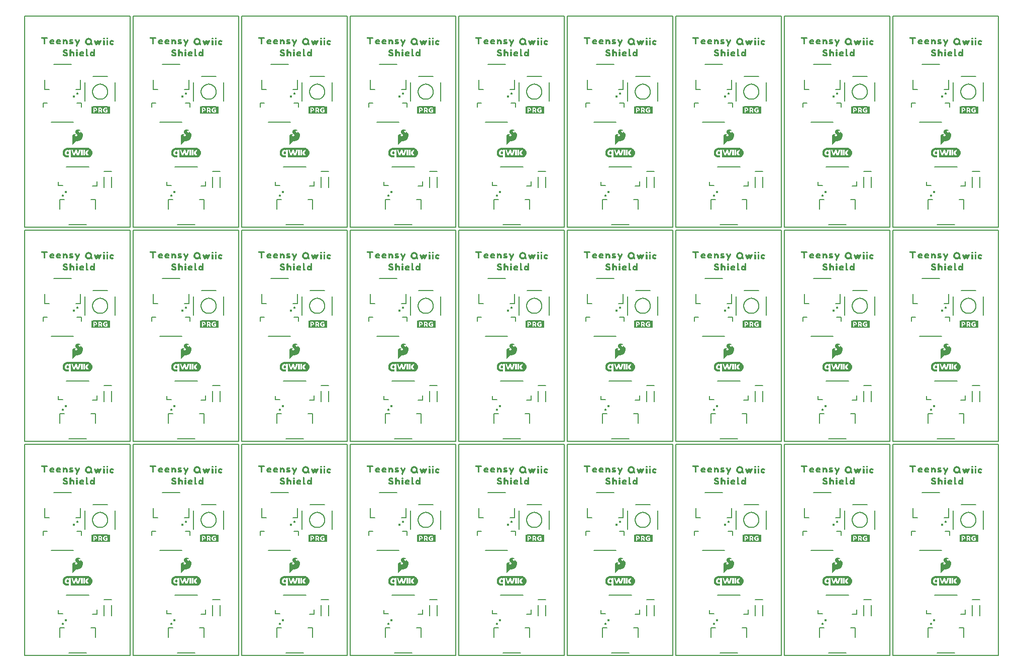
<source format=gto>
G04 EAGLE Gerber RS-274X export*
G75*
%MOMM*%
%FSLAX34Y34*%
%LPD*%
%INSilkscreen Top*%
%IPPOS*%
%AMOC8*
5,1,8,0,0,1.08239X$1,22.5*%
G01*
%ADD10C,0.203200*%
%ADD11C,0.406400*%
%ADD12C,0.127000*%

G36*
X260988Y117657D02*
X260988Y117657D01*
X288485Y117657D01*
X288487Y117658D01*
X288489Y117657D01*
X289016Y117690D01*
X289017Y117690D01*
X289019Y117690D01*
X290071Y117796D01*
X290073Y117798D01*
X290077Y117797D01*
X290593Y117904D01*
X290595Y117906D01*
X290598Y117905D01*
X291609Y118219D01*
X291610Y118221D01*
X291614Y118221D01*
X292099Y118426D01*
X292101Y118428D01*
X292105Y118428D01*
X293034Y118933D01*
X293036Y118936D01*
X293040Y118936D01*
X293474Y119234D01*
X293475Y119237D01*
X293478Y119238D01*
X294294Y119911D01*
X294295Y119914D01*
X294299Y119916D01*
X294664Y120295D01*
X294665Y120297D01*
X294667Y120299D01*
X295340Y121114D01*
X295341Y121118D01*
X295345Y121121D01*
X295626Y121566D01*
X295626Y121568D01*
X295628Y121570D01*
X296133Y122499D01*
X296132Y122503D01*
X296136Y122507D01*
X296322Y123000D01*
X296321Y123002D01*
X296323Y123004D01*
X296637Y124014D01*
X296636Y124018D01*
X296639Y124022D01*
X296724Y124542D01*
X296723Y124543D01*
X296725Y124546D01*
X296831Y125598D01*
X296829Y125601D01*
X296831Y125605D01*
X296823Y126131D01*
X296821Y126133D01*
X296822Y126137D01*
X296716Y127189D01*
X296714Y127191D01*
X296715Y127195D01*
X296613Y127711D01*
X296611Y127713D01*
X296611Y127717D01*
X296298Y128727D01*
X296295Y128729D01*
X296296Y128733D01*
X296094Y129219D01*
X296092Y129221D01*
X296092Y129225D01*
X295587Y130154D01*
X295585Y130156D01*
X295584Y130160D01*
X295289Y130596D01*
X295287Y130597D01*
X295286Y130601D01*
X294613Y131416D01*
X294610Y131417D01*
X294608Y131421D01*
X294231Y131789D01*
X294229Y131790D01*
X294228Y131793D01*
X293412Y132466D01*
X293408Y132466D01*
X293406Y132470D01*
X292962Y132754D01*
X292960Y132754D01*
X292959Y132757D01*
X292029Y133261D01*
X292025Y133261D01*
X292022Y133265D01*
X291530Y133454D01*
X291528Y133454D01*
X291526Y133455D01*
X290516Y133769D01*
X290513Y133768D01*
X290508Y133771D01*
X289990Y133861D01*
X289988Y133860D01*
X289985Y133861D01*
X288933Y133967D01*
X288692Y133992D01*
X288689Y133990D01*
X288686Y133992D01*
X255370Y133992D01*
X254841Y133987D01*
X254839Y133985D01*
X254836Y133986D01*
X253257Y133827D01*
X253253Y133824D01*
X253245Y133825D01*
X251730Y133355D01*
X251726Y133350D01*
X251718Y133350D01*
X250325Y132593D01*
X250322Y132588D01*
X250315Y132586D01*
X249097Y131570D01*
X249095Y131565D01*
X249088Y131561D01*
X248090Y130330D01*
X248090Y130325D01*
X248084Y130320D01*
X247579Y129391D01*
X247580Y129390D01*
X247578Y129389D01*
X247343Y128917D01*
X247344Y128912D01*
X247339Y128907D01*
X247026Y127897D01*
X247026Y127896D01*
X247025Y127895D01*
X246886Y127387D01*
X246887Y127382D01*
X246884Y127376D01*
X246731Y125798D01*
X246734Y125793D01*
X246731Y125785D01*
X246891Y124207D01*
X246894Y124203D01*
X246893Y124195D01*
X247359Y122679D01*
X247363Y122675D01*
X247364Y122667D01*
X248115Y121271D01*
X248120Y121268D01*
X248122Y121261D01*
X248185Y121185D01*
X248392Y120934D01*
X248393Y120934D01*
X248600Y120683D01*
X248808Y120432D01*
X249016Y120181D01*
X249133Y120039D01*
X249139Y120037D01*
X249142Y120030D01*
X250372Y119029D01*
X250377Y119029D01*
X250382Y119023D01*
X251782Y118279D01*
X251787Y118280D01*
X251793Y118274D01*
X253311Y117817D01*
X253316Y117819D01*
X253323Y117815D01*
X254901Y117657D01*
X254904Y117658D01*
X254907Y117657D01*
X257404Y117657D01*
X257423Y117669D01*
X257446Y117673D01*
X257452Y117688D01*
X257461Y117693D01*
X257459Y117704D01*
X257466Y117720D01*
X257465Y117869D01*
X257465Y122252D01*
X257458Y122263D01*
X257460Y122276D01*
X257441Y122289D01*
X257428Y122309D01*
X257415Y122307D01*
X257404Y122315D01*
X257370Y122301D01*
X257361Y122299D01*
X257359Y122296D01*
X257356Y122295D01*
X257134Y122056D01*
X256753Y121702D01*
X256320Y121418D01*
X255848Y121205D01*
X255346Y121079D01*
X254830Y121022D01*
X254309Y121043D01*
X253790Y121092D01*
X253288Y121229D01*
X252797Y121399D01*
X252344Y121653D01*
X251927Y121961D01*
X251540Y122307D01*
X251232Y122726D01*
X250955Y123166D01*
X250740Y123641D01*
X250580Y124136D01*
X250455Y124643D01*
X250356Y125685D01*
X250421Y126729D01*
X250536Y127238D01*
X250669Y127743D01*
X250885Y128216D01*
X251139Y128671D01*
X251445Y129091D01*
X251817Y129452D01*
X252220Y129777D01*
X252674Y130030D01*
X253158Y130218D01*
X253655Y130369D01*
X254696Y130449D01*
X255213Y130400D01*
X255719Y130285D01*
X256201Y130095D01*
X256643Y129826D01*
X257044Y129493D01*
X257359Y129198D01*
X257370Y129196D01*
X257376Y129187D01*
X257401Y129191D01*
X257426Y129186D01*
X257432Y129195D01*
X257443Y129197D01*
X257462Y129238D01*
X257465Y129242D01*
X257464Y129243D01*
X257465Y129244D01*
X257465Y130299D01*
X257469Y130352D01*
X260414Y130352D01*
X260414Y117712D01*
X260426Y117693D01*
X260430Y117670D01*
X260445Y117664D01*
X260450Y117655D01*
X260461Y117657D01*
X260477Y117650D01*
X260988Y117657D01*
G37*
G36*
X443868Y117657D02*
X443868Y117657D01*
X471365Y117657D01*
X471367Y117658D01*
X471369Y117657D01*
X471896Y117690D01*
X471897Y117690D01*
X471899Y117690D01*
X472951Y117796D01*
X472953Y117798D01*
X472957Y117797D01*
X473473Y117904D01*
X473475Y117906D01*
X473478Y117905D01*
X474489Y118219D01*
X474490Y118221D01*
X474494Y118221D01*
X474979Y118426D01*
X474981Y118428D01*
X474985Y118428D01*
X475914Y118933D01*
X475916Y118936D01*
X475920Y118936D01*
X476354Y119234D01*
X476355Y119237D01*
X476358Y119238D01*
X477174Y119911D01*
X477175Y119914D01*
X477179Y119916D01*
X477544Y120295D01*
X477545Y120297D01*
X477547Y120299D01*
X478220Y121114D01*
X478221Y121118D01*
X478225Y121121D01*
X478506Y121566D01*
X478506Y121568D01*
X478508Y121570D01*
X479013Y122499D01*
X479012Y122503D01*
X479016Y122507D01*
X479202Y123000D01*
X479201Y123002D01*
X479203Y123004D01*
X479517Y124014D01*
X479516Y124018D01*
X479519Y124022D01*
X479604Y124542D01*
X479603Y124543D01*
X479605Y124546D01*
X479711Y125598D01*
X479709Y125601D01*
X479711Y125605D01*
X479703Y126131D01*
X479701Y126133D01*
X479702Y126137D01*
X479596Y127189D01*
X479594Y127191D01*
X479595Y127195D01*
X479493Y127711D01*
X479491Y127713D01*
X479491Y127717D01*
X479178Y128727D01*
X479175Y128729D01*
X479176Y128733D01*
X478974Y129219D01*
X478972Y129221D01*
X478972Y129225D01*
X478467Y130154D01*
X478465Y130156D01*
X478464Y130160D01*
X478169Y130596D01*
X478167Y130597D01*
X478166Y130601D01*
X477493Y131416D01*
X477490Y131417D01*
X477488Y131421D01*
X477111Y131789D01*
X477109Y131790D01*
X477108Y131793D01*
X476292Y132466D01*
X476288Y132466D01*
X476286Y132470D01*
X475842Y132754D01*
X475840Y132754D01*
X475839Y132757D01*
X474909Y133261D01*
X474905Y133261D01*
X474902Y133265D01*
X474410Y133454D01*
X474408Y133454D01*
X474406Y133455D01*
X473396Y133769D01*
X473393Y133768D01*
X473388Y133771D01*
X472870Y133861D01*
X472868Y133860D01*
X472865Y133861D01*
X471813Y133967D01*
X471572Y133992D01*
X471569Y133990D01*
X471566Y133992D01*
X438250Y133992D01*
X437721Y133987D01*
X437719Y133985D01*
X437716Y133986D01*
X436137Y133827D01*
X436133Y133824D01*
X436125Y133825D01*
X434610Y133355D01*
X434606Y133350D01*
X434598Y133350D01*
X433205Y132593D01*
X433202Y132588D01*
X433195Y132586D01*
X431977Y131570D01*
X431975Y131565D01*
X431968Y131561D01*
X430970Y130330D01*
X430970Y130325D01*
X430964Y130320D01*
X430459Y129391D01*
X430460Y129390D01*
X430458Y129389D01*
X430223Y128917D01*
X430224Y128912D01*
X430219Y128907D01*
X429906Y127897D01*
X429906Y127896D01*
X429905Y127895D01*
X429766Y127387D01*
X429767Y127382D01*
X429764Y127376D01*
X429611Y125798D01*
X429614Y125793D01*
X429611Y125785D01*
X429771Y124207D01*
X429774Y124203D01*
X429773Y124195D01*
X430239Y122679D01*
X430243Y122675D01*
X430244Y122667D01*
X430995Y121271D01*
X431000Y121268D01*
X431002Y121261D01*
X431065Y121185D01*
X431272Y120934D01*
X431273Y120934D01*
X431480Y120683D01*
X431688Y120432D01*
X431896Y120181D01*
X432013Y120039D01*
X432019Y120037D01*
X432022Y120030D01*
X433252Y119029D01*
X433257Y119029D01*
X433262Y119023D01*
X434662Y118279D01*
X434667Y118280D01*
X434673Y118274D01*
X436191Y117817D01*
X436196Y117819D01*
X436203Y117815D01*
X437781Y117657D01*
X437784Y117658D01*
X437787Y117657D01*
X440284Y117657D01*
X440303Y117669D01*
X440326Y117673D01*
X440332Y117688D01*
X440341Y117693D01*
X440339Y117704D01*
X440346Y117720D01*
X440345Y117869D01*
X440345Y122252D01*
X440338Y122263D01*
X440340Y122276D01*
X440321Y122289D01*
X440308Y122309D01*
X440295Y122307D01*
X440284Y122315D01*
X440250Y122301D01*
X440241Y122299D01*
X440239Y122296D01*
X440236Y122295D01*
X440014Y122056D01*
X439633Y121702D01*
X439200Y121418D01*
X438728Y121205D01*
X438226Y121079D01*
X437710Y121022D01*
X437189Y121043D01*
X436670Y121092D01*
X436168Y121229D01*
X435677Y121399D01*
X435224Y121653D01*
X434807Y121961D01*
X434420Y122307D01*
X434112Y122726D01*
X433835Y123166D01*
X433620Y123641D01*
X433460Y124136D01*
X433335Y124643D01*
X433236Y125685D01*
X433301Y126729D01*
X433416Y127238D01*
X433549Y127743D01*
X433765Y128216D01*
X434019Y128671D01*
X434325Y129091D01*
X434697Y129452D01*
X435100Y129777D01*
X435554Y130030D01*
X436038Y130218D01*
X436535Y130369D01*
X437576Y130449D01*
X438093Y130400D01*
X438599Y130285D01*
X439081Y130095D01*
X439523Y129826D01*
X439924Y129493D01*
X440239Y129198D01*
X440250Y129196D01*
X440256Y129187D01*
X440281Y129191D01*
X440306Y129186D01*
X440312Y129195D01*
X440323Y129197D01*
X440342Y129238D01*
X440345Y129242D01*
X440344Y129243D01*
X440345Y129244D01*
X440345Y130299D01*
X440349Y130352D01*
X443294Y130352D01*
X443294Y117712D01*
X443306Y117693D01*
X443310Y117670D01*
X443325Y117664D01*
X443330Y117655D01*
X443341Y117657D01*
X443357Y117650D01*
X443868Y117657D01*
G37*
G36*
X992508Y478337D02*
X992508Y478337D01*
X1020005Y478337D01*
X1020007Y478338D01*
X1020009Y478337D01*
X1020536Y478370D01*
X1020537Y478370D01*
X1020539Y478370D01*
X1021591Y478476D01*
X1021593Y478478D01*
X1021597Y478477D01*
X1022113Y478584D01*
X1022115Y478586D01*
X1022118Y478585D01*
X1023129Y478899D01*
X1023130Y478901D01*
X1023134Y478901D01*
X1023619Y479106D01*
X1023621Y479108D01*
X1023625Y479108D01*
X1024554Y479613D01*
X1024556Y479616D01*
X1024560Y479616D01*
X1024994Y479914D01*
X1024995Y479917D01*
X1024998Y479918D01*
X1025814Y480591D01*
X1025815Y480594D01*
X1025819Y480596D01*
X1026184Y480975D01*
X1026185Y480977D01*
X1026187Y480979D01*
X1026860Y481794D01*
X1026861Y481798D01*
X1026865Y481801D01*
X1027146Y482246D01*
X1027146Y482248D01*
X1027148Y482250D01*
X1027653Y483179D01*
X1027652Y483183D01*
X1027656Y483187D01*
X1027842Y483680D01*
X1027841Y483682D01*
X1027843Y483684D01*
X1028157Y484694D01*
X1028156Y484698D01*
X1028159Y484702D01*
X1028244Y485222D01*
X1028243Y485223D01*
X1028245Y485226D01*
X1028351Y486278D01*
X1028349Y486281D01*
X1028351Y486285D01*
X1028343Y486811D01*
X1028341Y486813D01*
X1028342Y486817D01*
X1028236Y487869D01*
X1028234Y487871D01*
X1028235Y487875D01*
X1028133Y488391D01*
X1028131Y488393D01*
X1028131Y488397D01*
X1027818Y489407D01*
X1027815Y489409D01*
X1027816Y489413D01*
X1027614Y489899D01*
X1027612Y489901D01*
X1027612Y489905D01*
X1027107Y490834D01*
X1027105Y490836D01*
X1027104Y490840D01*
X1026809Y491276D01*
X1026807Y491277D01*
X1026806Y491281D01*
X1026133Y492096D01*
X1026130Y492097D01*
X1026128Y492101D01*
X1025751Y492469D01*
X1025749Y492470D01*
X1025748Y492473D01*
X1024932Y493146D01*
X1024928Y493146D01*
X1024926Y493150D01*
X1024482Y493434D01*
X1024480Y493434D01*
X1024479Y493437D01*
X1023549Y493941D01*
X1023545Y493941D01*
X1023542Y493945D01*
X1023050Y494134D01*
X1023048Y494134D01*
X1023046Y494135D01*
X1022036Y494449D01*
X1022033Y494448D01*
X1022028Y494451D01*
X1021510Y494541D01*
X1021508Y494540D01*
X1021505Y494541D01*
X1020453Y494647D01*
X1020212Y494672D01*
X1020209Y494670D01*
X1020206Y494672D01*
X986890Y494672D01*
X986361Y494667D01*
X986359Y494665D01*
X986356Y494666D01*
X984777Y494507D01*
X984773Y494504D01*
X984765Y494505D01*
X983250Y494035D01*
X983246Y494030D01*
X983238Y494030D01*
X981845Y493273D01*
X981842Y493268D01*
X981835Y493266D01*
X980617Y492250D01*
X980615Y492245D01*
X980608Y492241D01*
X979610Y491010D01*
X979610Y491005D01*
X979604Y491000D01*
X979099Y490071D01*
X979100Y490070D01*
X979098Y490069D01*
X978863Y489597D01*
X978864Y489592D01*
X978859Y489587D01*
X978546Y488577D01*
X978546Y488576D01*
X978545Y488575D01*
X978406Y488067D01*
X978407Y488062D01*
X978404Y488056D01*
X978251Y486478D01*
X978254Y486473D01*
X978251Y486465D01*
X978411Y484887D01*
X978414Y484883D01*
X978413Y484875D01*
X978879Y483359D01*
X978883Y483355D01*
X978884Y483347D01*
X979635Y481951D01*
X979640Y481948D01*
X979642Y481941D01*
X979705Y481865D01*
X979912Y481614D01*
X979913Y481614D01*
X980120Y481363D01*
X980328Y481112D01*
X980536Y480861D01*
X980653Y480719D01*
X980659Y480717D01*
X980662Y480710D01*
X981892Y479709D01*
X981897Y479709D01*
X981902Y479703D01*
X983302Y478959D01*
X983307Y478960D01*
X983313Y478954D01*
X984831Y478497D01*
X984836Y478499D01*
X984843Y478495D01*
X986421Y478337D01*
X986424Y478338D01*
X986427Y478337D01*
X988924Y478337D01*
X988943Y478349D01*
X988966Y478353D01*
X988972Y478368D01*
X988981Y478373D01*
X988979Y478384D01*
X988986Y478400D01*
X988985Y478549D01*
X988985Y482932D01*
X988978Y482943D01*
X988980Y482956D01*
X988961Y482969D01*
X988948Y482989D01*
X988935Y482987D01*
X988924Y482995D01*
X988890Y482981D01*
X988881Y482979D01*
X988879Y482976D01*
X988876Y482975D01*
X988654Y482736D01*
X988273Y482382D01*
X987840Y482098D01*
X987368Y481885D01*
X986866Y481759D01*
X986350Y481702D01*
X985829Y481723D01*
X985310Y481772D01*
X984808Y481909D01*
X984317Y482079D01*
X983864Y482333D01*
X983447Y482641D01*
X983060Y482987D01*
X982752Y483406D01*
X982475Y483846D01*
X982260Y484321D01*
X982100Y484816D01*
X981975Y485323D01*
X981876Y486365D01*
X981941Y487409D01*
X982056Y487918D01*
X982189Y488423D01*
X982405Y488896D01*
X982659Y489351D01*
X982965Y489771D01*
X983337Y490132D01*
X983740Y490457D01*
X984194Y490710D01*
X984678Y490898D01*
X985175Y491049D01*
X986216Y491129D01*
X986733Y491080D01*
X987239Y490965D01*
X987721Y490775D01*
X988163Y490506D01*
X988564Y490173D01*
X988879Y489878D01*
X988890Y489876D01*
X988896Y489867D01*
X988921Y489871D01*
X988946Y489866D01*
X988952Y489875D01*
X988963Y489877D01*
X988982Y489918D01*
X988985Y489922D01*
X988984Y489923D01*
X988985Y489924D01*
X988985Y490979D01*
X988989Y491032D01*
X991934Y491032D01*
X991934Y478392D01*
X991946Y478373D01*
X991950Y478350D01*
X991965Y478344D01*
X991970Y478335D01*
X991981Y478337D01*
X991997Y478330D01*
X992508Y478337D01*
G37*
G36*
X78108Y478337D02*
X78108Y478337D01*
X105605Y478337D01*
X105607Y478338D01*
X105609Y478337D01*
X106136Y478370D01*
X106137Y478370D01*
X106139Y478370D01*
X107191Y478476D01*
X107193Y478478D01*
X107197Y478477D01*
X107713Y478584D01*
X107715Y478586D01*
X107718Y478585D01*
X108729Y478899D01*
X108730Y478901D01*
X108734Y478901D01*
X109219Y479106D01*
X109221Y479108D01*
X109225Y479108D01*
X110154Y479613D01*
X110156Y479616D01*
X110160Y479616D01*
X110594Y479914D01*
X110595Y479917D01*
X110598Y479918D01*
X111414Y480591D01*
X111415Y480594D01*
X111419Y480596D01*
X111784Y480975D01*
X111785Y480977D01*
X111787Y480979D01*
X112460Y481794D01*
X112461Y481798D01*
X112465Y481801D01*
X112746Y482246D01*
X112746Y482248D01*
X112748Y482250D01*
X113253Y483179D01*
X113252Y483183D01*
X113256Y483187D01*
X113442Y483680D01*
X113441Y483682D01*
X113443Y483684D01*
X113757Y484694D01*
X113756Y484698D01*
X113759Y484702D01*
X113844Y485222D01*
X113843Y485223D01*
X113845Y485226D01*
X113951Y486278D01*
X113949Y486281D01*
X113951Y486285D01*
X113943Y486811D01*
X113941Y486813D01*
X113942Y486817D01*
X113836Y487869D01*
X113834Y487871D01*
X113835Y487875D01*
X113733Y488391D01*
X113731Y488393D01*
X113731Y488397D01*
X113418Y489407D01*
X113415Y489409D01*
X113416Y489413D01*
X113214Y489899D01*
X113212Y489901D01*
X113212Y489905D01*
X112707Y490834D01*
X112705Y490836D01*
X112704Y490840D01*
X112409Y491276D01*
X112407Y491277D01*
X112406Y491281D01*
X111733Y492096D01*
X111730Y492097D01*
X111728Y492101D01*
X111351Y492469D01*
X111349Y492470D01*
X111348Y492473D01*
X110532Y493146D01*
X110528Y493146D01*
X110526Y493150D01*
X110082Y493434D01*
X110080Y493434D01*
X110079Y493437D01*
X109149Y493941D01*
X109145Y493941D01*
X109142Y493945D01*
X108650Y494134D01*
X108648Y494134D01*
X108646Y494135D01*
X107636Y494449D01*
X107633Y494448D01*
X107628Y494451D01*
X107110Y494541D01*
X107108Y494540D01*
X107105Y494541D01*
X106053Y494647D01*
X105812Y494672D01*
X105809Y494670D01*
X105806Y494672D01*
X72490Y494672D01*
X71961Y494667D01*
X71959Y494665D01*
X71956Y494666D01*
X70377Y494507D01*
X70373Y494504D01*
X70365Y494505D01*
X68850Y494035D01*
X68846Y494030D01*
X68838Y494030D01*
X67445Y493273D01*
X67442Y493268D01*
X67435Y493266D01*
X66217Y492250D01*
X66215Y492245D01*
X66208Y492241D01*
X65210Y491010D01*
X65210Y491005D01*
X65204Y491000D01*
X64699Y490071D01*
X64700Y490070D01*
X64698Y490069D01*
X64463Y489597D01*
X64464Y489592D01*
X64459Y489587D01*
X64146Y488577D01*
X64146Y488576D01*
X64145Y488575D01*
X64006Y488067D01*
X64007Y488062D01*
X64004Y488056D01*
X63851Y486478D01*
X63854Y486473D01*
X63851Y486465D01*
X64011Y484887D01*
X64014Y484883D01*
X64013Y484875D01*
X64479Y483359D01*
X64483Y483355D01*
X64484Y483347D01*
X65235Y481951D01*
X65240Y481948D01*
X65242Y481941D01*
X65305Y481865D01*
X65512Y481614D01*
X65513Y481614D01*
X65720Y481363D01*
X65928Y481112D01*
X66136Y480861D01*
X66253Y480719D01*
X66259Y480717D01*
X66262Y480710D01*
X67492Y479709D01*
X67497Y479709D01*
X67502Y479703D01*
X68902Y478959D01*
X68907Y478960D01*
X68913Y478954D01*
X70431Y478497D01*
X70436Y478499D01*
X70443Y478495D01*
X72021Y478337D01*
X72024Y478338D01*
X72027Y478337D01*
X74524Y478337D01*
X74543Y478349D01*
X74566Y478353D01*
X74572Y478368D01*
X74581Y478373D01*
X74579Y478384D01*
X74586Y478400D01*
X74585Y478549D01*
X74585Y482932D01*
X74578Y482943D01*
X74580Y482956D01*
X74561Y482969D01*
X74548Y482989D01*
X74535Y482987D01*
X74524Y482995D01*
X74490Y482981D01*
X74481Y482979D01*
X74479Y482976D01*
X74476Y482975D01*
X74254Y482736D01*
X73873Y482382D01*
X73440Y482098D01*
X72968Y481885D01*
X72466Y481759D01*
X71950Y481702D01*
X71429Y481723D01*
X70910Y481772D01*
X70408Y481909D01*
X69917Y482079D01*
X69464Y482333D01*
X69047Y482641D01*
X68660Y482987D01*
X68352Y483406D01*
X68075Y483846D01*
X67860Y484321D01*
X67700Y484816D01*
X67575Y485323D01*
X67476Y486365D01*
X67541Y487409D01*
X67656Y487918D01*
X67789Y488423D01*
X68005Y488896D01*
X68259Y489351D01*
X68565Y489771D01*
X68937Y490132D01*
X69340Y490457D01*
X69794Y490710D01*
X70278Y490898D01*
X70775Y491049D01*
X71816Y491129D01*
X72333Y491080D01*
X72839Y490965D01*
X73321Y490775D01*
X73763Y490506D01*
X74164Y490173D01*
X74479Y489878D01*
X74490Y489876D01*
X74496Y489867D01*
X74521Y489871D01*
X74546Y489866D01*
X74552Y489875D01*
X74563Y489877D01*
X74582Y489918D01*
X74585Y489922D01*
X74584Y489923D01*
X74585Y489924D01*
X74585Y490979D01*
X74589Y491032D01*
X77534Y491032D01*
X77534Y478392D01*
X77546Y478373D01*
X77550Y478350D01*
X77565Y478344D01*
X77570Y478335D01*
X77581Y478337D01*
X77597Y478330D01*
X78108Y478337D01*
G37*
G36*
X1541148Y117657D02*
X1541148Y117657D01*
X1568645Y117657D01*
X1568647Y117658D01*
X1568649Y117657D01*
X1569176Y117690D01*
X1569177Y117690D01*
X1569179Y117690D01*
X1570231Y117796D01*
X1570233Y117798D01*
X1570237Y117797D01*
X1570753Y117904D01*
X1570755Y117906D01*
X1570758Y117905D01*
X1571769Y118219D01*
X1571770Y118221D01*
X1571774Y118221D01*
X1572259Y118426D01*
X1572261Y118428D01*
X1572265Y118428D01*
X1573194Y118933D01*
X1573196Y118936D01*
X1573200Y118936D01*
X1573634Y119234D01*
X1573635Y119237D01*
X1573638Y119238D01*
X1574454Y119911D01*
X1574455Y119914D01*
X1574459Y119916D01*
X1574824Y120295D01*
X1574825Y120297D01*
X1574827Y120299D01*
X1575500Y121114D01*
X1575501Y121118D01*
X1575505Y121121D01*
X1575786Y121566D01*
X1575786Y121568D01*
X1575788Y121570D01*
X1576293Y122499D01*
X1576292Y122503D01*
X1576296Y122507D01*
X1576482Y123000D01*
X1576481Y123002D01*
X1576483Y123004D01*
X1576797Y124014D01*
X1576796Y124018D01*
X1576799Y124022D01*
X1576884Y124542D01*
X1576883Y124543D01*
X1576885Y124546D01*
X1576991Y125598D01*
X1576989Y125601D01*
X1576991Y125605D01*
X1576983Y126131D01*
X1576981Y126133D01*
X1576982Y126137D01*
X1576876Y127189D01*
X1576874Y127191D01*
X1576875Y127195D01*
X1576773Y127711D01*
X1576771Y127713D01*
X1576771Y127717D01*
X1576458Y128727D01*
X1576455Y128729D01*
X1576456Y128733D01*
X1576254Y129219D01*
X1576252Y129221D01*
X1576252Y129225D01*
X1575747Y130154D01*
X1575745Y130156D01*
X1575744Y130160D01*
X1575449Y130596D01*
X1575447Y130597D01*
X1575446Y130601D01*
X1574773Y131416D01*
X1574770Y131417D01*
X1574768Y131421D01*
X1574391Y131789D01*
X1574389Y131790D01*
X1574388Y131793D01*
X1573572Y132466D01*
X1573568Y132466D01*
X1573566Y132470D01*
X1573122Y132754D01*
X1573120Y132754D01*
X1573119Y132757D01*
X1572189Y133261D01*
X1572185Y133261D01*
X1572182Y133265D01*
X1571690Y133454D01*
X1571688Y133454D01*
X1571686Y133455D01*
X1570676Y133769D01*
X1570673Y133768D01*
X1570668Y133771D01*
X1570150Y133861D01*
X1570148Y133860D01*
X1570145Y133861D01*
X1569093Y133967D01*
X1568852Y133992D01*
X1568849Y133990D01*
X1568846Y133992D01*
X1535530Y133992D01*
X1535001Y133987D01*
X1534999Y133985D01*
X1534996Y133986D01*
X1533417Y133827D01*
X1533413Y133824D01*
X1533405Y133825D01*
X1531890Y133355D01*
X1531886Y133350D01*
X1531878Y133350D01*
X1530485Y132593D01*
X1530482Y132588D01*
X1530475Y132586D01*
X1529257Y131570D01*
X1529255Y131565D01*
X1529248Y131561D01*
X1528250Y130330D01*
X1528250Y130325D01*
X1528244Y130320D01*
X1527739Y129391D01*
X1527740Y129390D01*
X1527738Y129389D01*
X1527503Y128917D01*
X1527504Y128912D01*
X1527499Y128907D01*
X1527186Y127897D01*
X1527186Y127896D01*
X1527185Y127895D01*
X1527046Y127387D01*
X1527047Y127382D01*
X1527044Y127376D01*
X1526891Y125798D01*
X1526894Y125793D01*
X1526891Y125785D01*
X1527051Y124207D01*
X1527054Y124203D01*
X1527053Y124195D01*
X1527519Y122679D01*
X1527523Y122675D01*
X1527524Y122667D01*
X1528275Y121271D01*
X1528280Y121268D01*
X1528282Y121261D01*
X1528345Y121185D01*
X1528552Y120934D01*
X1528553Y120934D01*
X1528760Y120683D01*
X1528968Y120432D01*
X1529176Y120181D01*
X1529293Y120039D01*
X1529299Y120037D01*
X1529302Y120030D01*
X1530532Y119029D01*
X1530537Y119029D01*
X1530542Y119023D01*
X1531942Y118279D01*
X1531947Y118280D01*
X1531953Y118274D01*
X1533471Y117817D01*
X1533476Y117819D01*
X1533483Y117815D01*
X1535061Y117657D01*
X1535064Y117658D01*
X1535067Y117657D01*
X1537564Y117657D01*
X1537583Y117669D01*
X1537606Y117673D01*
X1537612Y117688D01*
X1537621Y117693D01*
X1537619Y117704D01*
X1537626Y117720D01*
X1537625Y117869D01*
X1537625Y122252D01*
X1537618Y122263D01*
X1537620Y122276D01*
X1537601Y122289D01*
X1537588Y122309D01*
X1537575Y122307D01*
X1537564Y122315D01*
X1537530Y122301D01*
X1537521Y122299D01*
X1537519Y122296D01*
X1537516Y122295D01*
X1537294Y122056D01*
X1536913Y121702D01*
X1536480Y121418D01*
X1536008Y121205D01*
X1535506Y121079D01*
X1534990Y121022D01*
X1534469Y121043D01*
X1533950Y121092D01*
X1533448Y121229D01*
X1532957Y121399D01*
X1532504Y121653D01*
X1532087Y121961D01*
X1531700Y122307D01*
X1531392Y122726D01*
X1531115Y123166D01*
X1530900Y123641D01*
X1530740Y124136D01*
X1530615Y124643D01*
X1530516Y125685D01*
X1530581Y126729D01*
X1530696Y127238D01*
X1530829Y127743D01*
X1531045Y128216D01*
X1531299Y128671D01*
X1531605Y129091D01*
X1531977Y129452D01*
X1532380Y129777D01*
X1532834Y130030D01*
X1533318Y130218D01*
X1533815Y130369D01*
X1534856Y130449D01*
X1535373Y130400D01*
X1535879Y130285D01*
X1536361Y130095D01*
X1536803Y129826D01*
X1537204Y129493D01*
X1537519Y129198D01*
X1537530Y129196D01*
X1537536Y129187D01*
X1537561Y129191D01*
X1537586Y129186D01*
X1537592Y129195D01*
X1537603Y129197D01*
X1537622Y129238D01*
X1537625Y129242D01*
X1537624Y129243D01*
X1537625Y129244D01*
X1537625Y130299D01*
X1537629Y130352D01*
X1540574Y130352D01*
X1540574Y117712D01*
X1540586Y117693D01*
X1540590Y117670D01*
X1540605Y117664D01*
X1540610Y117655D01*
X1540621Y117657D01*
X1540637Y117650D01*
X1541148Y117657D01*
G37*
G36*
X1358268Y478337D02*
X1358268Y478337D01*
X1385765Y478337D01*
X1385767Y478338D01*
X1385769Y478337D01*
X1386296Y478370D01*
X1386297Y478370D01*
X1386299Y478370D01*
X1387351Y478476D01*
X1387353Y478478D01*
X1387357Y478477D01*
X1387873Y478584D01*
X1387875Y478586D01*
X1387878Y478585D01*
X1388889Y478899D01*
X1388890Y478901D01*
X1388894Y478901D01*
X1389379Y479106D01*
X1389381Y479108D01*
X1389385Y479108D01*
X1390314Y479613D01*
X1390316Y479616D01*
X1390320Y479616D01*
X1390754Y479914D01*
X1390755Y479917D01*
X1390758Y479918D01*
X1391574Y480591D01*
X1391575Y480594D01*
X1391579Y480596D01*
X1391944Y480975D01*
X1391945Y480977D01*
X1391947Y480979D01*
X1392620Y481794D01*
X1392621Y481798D01*
X1392625Y481801D01*
X1392906Y482246D01*
X1392906Y482248D01*
X1392908Y482250D01*
X1393413Y483179D01*
X1393412Y483183D01*
X1393416Y483187D01*
X1393602Y483680D01*
X1393601Y483682D01*
X1393603Y483684D01*
X1393917Y484694D01*
X1393916Y484698D01*
X1393919Y484702D01*
X1394004Y485222D01*
X1394003Y485223D01*
X1394005Y485226D01*
X1394111Y486278D01*
X1394109Y486281D01*
X1394111Y486285D01*
X1394103Y486811D01*
X1394101Y486813D01*
X1394102Y486817D01*
X1393996Y487869D01*
X1393994Y487871D01*
X1393995Y487875D01*
X1393893Y488391D01*
X1393891Y488393D01*
X1393891Y488397D01*
X1393578Y489407D01*
X1393575Y489409D01*
X1393576Y489413D01*
X1393374Y489899D01*
X1393372Y489901D01*
X1393372Y489905D01*
X1392867Y490834D01*
X1392865Y490836D01*
X1392864Y490840D01*
X1392569Y491276D01*
X1392567Y491277D01*
X1392566Y491281D01*
X1391893Y492096D01*
X1391890Y492097D01*
X1391888Y492101D01*
X1391511Y492469D01*
X1391509Y492470D01*
X1391508Y492473D01*
X1390692Y493146D01*
X1390688Y493146D01*
X1390686Y493150D01*
X1390242Y493434D01*
X1390240Y493434D01*
X1390239Y493437D01*
X1389309Y493941D01*
X1389305Y493941D01*
X1389302Y493945D01*
X1388810Y494134D01*
X1388808Y494134D01*
X1388806Y494135D01*
X1387796Y494449D01*
X1387793Y494448D01*
X1387788Y494451D01*
X1387270Y494541D01*
X1387268Y494540D01*
X1387265Y494541D01*
X1386213Y494647D01*
X1385972Y494672D01*
X1385969Y494670D01*
X1385966Y494672D01*
X1352650Y494672D01*
X1352121Y494667D01*
X1352119Y494665D01*
X1352116Y494666D01*
X1350537Y494507D01*
X1350533Y494504D01*
X1350525Y494505D01*
X1349010Y494035D01*
X1349006Y494030D01*
X1348998Y494030D01*
X1347605Y493273D01*
X1347602Y493268D01*
X1347595Y493266D01*
X1346377Y492250D01*
X1346375Y492245D01*
X1346368Y492241D01*
X1345370Y491010D01*
X1345370Y491005D01*
X1345364Y491000D01*
X1344859Y490071D01*
X1344860Y490070D01*
X1344858Y490069D01*
X1344623Y489597D01*
X1344624Y489592D01*
X1344619Y489587D01*
X1344306Y488577D01*
X1344306Y488576D01*
X1344305Y488575D01*
X1344166Y488067D01*
X1344167Y488062D01*
X1344164Y488056D01*
X1344011Y486478D01*
X1344014Y486473D01*
X1344011Y486465D01*
X1344171Y484887D01*
X1344174Y484883D01*
X1344173Y484875D01*
X1344639Y483359D01*
X1344643Y483355D01*
X1344644Y483347D01*
X1345395Y481951D01*
X1345400Y481948D01*
X1345402Y481941D01*
X1345465Y481865D01*
X1345672Y481614D01*
X1345673Y481614D01*
X1345880Y481363D01*
X1346088Y481112D01*
X1346296Y480861D01*
X1346413Y480719D01*
X1346419Y480717D01*
X1346422Y480710D01*
X1347652Y479709D01*
X1347657Y479709D01*
X1347662Y479703D01*
X1349062Y478959D01*
X1349067Y478960D01*
X1349073Y478954D01*
X1350591Y478497D01*
X1350596Y478499D01*
X1350603Y478495D01*
X1352181Y478337D01*
X1352184Y478338D01*
X1352187Y478337D01*
X1354684Y478337D01*
X1354703Y478349D01*
X1354726Y478353D01*
X1354732Y478368D01*
X1354741Y478373D01*
X1354739Y478384D01*
X1354746Y478400D01*
X1354745Y478549D01*
X1354745Y482932D01*
X1354738Y482943D01*
X1354740Y482956D01*
X1354721Y482969D01*
X1354708Y482989D01*
X1354695Y482987D01*
X1354684Y482995D01*
X1354650Y482981D01*
X1354641Y482979D01*
X1354639Y482976D01*
X1354636Y482975D01*
X1354414Y482736D01*
X1354033Y482382D01*
X1353600Y482098D01*
X1353128Y481885D01*
X1352626Y481759D01*
X1352110Y481702D01*
X1351589Y481723D01*
X1351070Y481772D01*
X1350568Y481909D01*
X1350077Y482079D01*
X1349624Y482333D01*
X1349207Y482641D01*
X1348820Y482987D01*
X1348512Y483406D01*
X1348235Y483846D01*
X1348020Y484321D01*
X1347860Y484816D01*
X1347735Y485323D01*
X1347636Y486365D01*
X1347701Y487409D01*
X1347816Y487918D01*
X1347949Y488423D01*
X1348165Y488896D01*
X1348419Y489351D01*
X1348725Y489771D01*
X1349097Y490132D01*
X1349500Y490457D01*
X1349954Y490710D01*
X1350438Y490898D01*
X1350935Y491049D01*
X1351976Y491129D01*
X1352493Y491080D01*
X1352999Y490965D01*
X1353481Y490775D01*
X1353923Y490506D01*
X1354324Y490173D01*
X1354639Y489878D01*
X1354650Y489876D01*
X1354656Y489867D01*
X1354681Y489871D01*
X1354706Y489866D01*
X1354712Y489875D01*
X1354723Y489877D01*
X1354742Y489918D01*
X1354745Y489922D01*
X1354744Y489923D01*
X1354745Y489924D01*
X1354745Y490979D01*
X1354749Y491032D01*
X1357694Y491032D01*
X1357694Y478392D01*
X1357706Y478373D01*
X1357710Y478350D01*
X1357725Y478344D01*
X1357730Y478335D01*
X1357741Y478337D01*
X1357757Y478330D01*
X1358268Y478337D01*
G37*
G36*
X1175388Y478337D02*
X1175388Y478337D01*
X1202885Y478337D01*
X1202887Y478338D01*
X1202889Y478337D01*
X1203416Y478370D01*
X1203417Y478370D01*
X1203419Y478370D01*
X1204471Y478476D01*
X1204473Y478478D01*
X1204477Y478477D01*
X1204993Y478584D01*
X1204995Y478586D01*
X1204998Y478585D01*
X1206009Y478899D01*
X1206010Y478901D01*
X1206014Y478901D01*
X1206499Y479106D01*
X1206501Y479108D01*
X1206505Y479108D01*
X1207434Y479613D01*
X1207436Y479616D01*
X1207440Y479616D01*
X1207874Y479914D01*
X1207875Y479917D01*
X1207878Y479918D01*
X1208694Y480591D01*
X1208695Y480594D01*
X1208699Y480596D01*
X1209064Y480975D01*
X1209065Y480977D01*
X1209067Y480979D01*
X1209740Y481794D01*
X1209741Y481798D01*
X1209745Y481801D01*
X1210026Y482246D01*
X1210026Y482248D01*
X1210028Y482250D01*
X1210533Y483179D01*
X1210532Y483183D01*
X1210536Y483187D01*
X1210722Y483680D01*
X1210721Y483682D01*
X1210723Y483684D01*
X1211037Y484694D01*
X1211036Y484698D01*
X1211039Y484702D01*
X1211124Y485222D01*
X1211123Y485223D01*
X1211125Y485226D01*
X1211231Y486278D01*
X1211229Y486281D01*
X1211231Y486285D01*
X1211223Y486811D01*
X1211221Y486813D01*
X1211222Y486817D01*
X1211116Y487869D01*
X1211114Y487871D01*
X1211115Y487875D01*
X1211013Y488391D01*
X1211011Y488393D01*
X1211011Y488397D01*
X1210698Y489407D01*
X1210695Y489409D01*
X1210696Y489413D01*
X1210494Y489899D01*
X1210492Y489901D01*
X1210492Y489905D01*
X1209987Y490834D01*
X1209985Y490836D01*
X1209984Y490840D01*
X1209689Y491276D01*
X1209687Y491277D01*
X1209686Y491281D01*
X1209013Y492096D01*
X1209010Y492097D01*
X1209008Y492101D01*
X1208631Y492469D01*
X1208629Y492470D01*
X1208628Y492473D01*
X1207812Y493146D01*
X1207808Y493146D01*
X1207806Y493150D01*
X1207362Y493434D01*
X1207360Y493434D01*
X1207359Y493437D01*
X1206429Y493941D01*
X1206425Y493941D01*
X1206422Y493945D01*
X1205930Y494134D01*
X1205928Y494134D01*
X1205926Y494135D01*
X1204916Y494449D01*
X1204913Y494448D01*
X1204908Y494451D01*
X1204390Y494541D01*
X1204388Y494540D01*
X1204385Y494541D01*
X1203333Y494647D01*
X1203092Y494672D01*
X1203089Y494670D01*
X1203086Y494672D01*
X1169770Y494672D01*
X1169241Y494667D01*
X1169239Y494665D01*
X1169236Y494666D01*
X1167657Y494507D01*
X1167653Y494504D01*
X1167645Y494505D01*
X1166130Y494035D01*
X1166126Y494030D01*
X1166118Y494030D01*
X1164725Y493273D01*
X1164722Y493268D01*
X1164715Y493266D01*
X1163497Y492250D01*
X1163495Y492245D01*
X1163488Y492241D01*
X1162490Y491010D01*
X1162490Y491005D01*
X1162484Y491000D01*
X1161979Y490071D01*
X1161980Y490070D01*
X1161978Y490069D01*
X1161743Y489597D01*
X1161744Y489592D01*
X1161739Y489587D01*
X1161426Y488577D01*
X1161426Y488576D01*
X1161425Y488575D01*
X1161286Y488067D01*
X1161287Y488062D01*
X1161284Y488056D01*
X1161131Y486478D01*
X1161134Y486473D01*
X1161131Y486465D01*
X1161291Y484887D01*
X1161294Y484883D01*
X1161293Y484875D01*
X1161759Y483359D01*
X1161763Y483355D01*
X1161764Y483347D01*
X1162515Y481951D01*
X1162520Y481948D01*
X1162522Y481941D01*
X1162585Y481865D01*
X1162792Y481614D01*
X1162793Y481614D01*
X1163000Y481363D01*
X1163208Y481112D01*
X1163416Y480861D01*
X1163533Y480719D01*
X1163539Y480717D01*
X1163542Y480710D01*
X1164772Y479709D01*
X1164777Y479709D01*
X1164782Y479703D01*
X1166182Y478959D01*
X1166187Y478960D01*
X1166193Y478954D01*
X1167711Y478497D01*
X1167716Y478499D01*
X1167723Y478495D01*
X1169301Y478337D01*
X1169304Y478338D01*
X1169307Y478337D01*
X1171804Y478337D01*
X1171823Y478349D01*
X1171846Y478353D01*
X1171852Y478368D01*
X1171861Y478373D01*
X1171859Y478384D01*
X1171866Y478400D01*
X1171865Y478549D01*
X1171865Y482932D01*
X1171858Y482943D01*
X1171860Y482956D01*
X1171841Y482969D01*
X1171828Y482989D01*
X1171815Y482987D01*
X1171804Y482995D01*
X1171770Y482981D01*
X1171761Y482979D01*
X1171759Y482976D01*
X1171756Y482975D01*
X1171534Y482736D01*
X1171153Y482382D01*
X1170720Y482098D01*
X1170248Y481885D01*
X1169746Y481759D01*
X1169230Y481702D01*
X1168709Y481723D01*
X1168190Y481772D01*
X1167688Y481909D01*
X1167197Y482079D01*
X1166744Y482333D01*
X1166327Y482641D01*
X1165940Y482987D01*
X1165632Y483406D01*
X1165355Y483846D01*
X1165140Y484321D01*
X1164980Y484816D01*
X1164855Y485323D01*
X1164756Y486365D01*
X1164821Y487409D01*
X1164936Y487918D01*
X1165069Y488423D01*
X1165285Y488896D01*
X1165539Y489351D01*
X1165845Y489771D01*
X1166217Y490132D01*
X1166620Y490457D01*
X1167074Y490710D01*
X1167558Y490898D01*
X1168055Y491049D01*
X1169096Y491129D01*
X1169613Y491080D01*
X1170119Y490965D01*
X1170601Y490775D01*
X1171043Y490506D01*
X1171444Y490173D01*
X1171759Y489878D01*
X1171770Y489876D01*
X1171776Y489867D01*
X1171801Y489871D01*
X1171826Y489866D01*
X1171832Y489875D01*
X1171843Y489877D01*
X1171862Y489918D01*
X1171865Y489922D01*
X1171864Y489923D01*
X1171865Y489924D01*
X1171865Y490979D01*
X1171869Y491032D01*
X1174814Y491032D01*
X1174814Y478392D01*
X1174826Y478373D01*
X1174830Y478350D01*
X1174845Y478344D01*
X1174850Y478335D01*
X1174861Y478337D01*
X1174877Y478330D01*
X1175388Y478337D01*
G37*
G36*
X260988Y478337D02*
X260988Y478337D01*
X288485Y478337D01*
X288487Y478338D01*
X288489Y478337D01*
X289016Y478370D01*
X289017Y478370D01*
X289019Y478370D01*
X290071Y478476D01*
X290073Y478478D01*
X290077Y478477D01*
X290593Y478584D01*
X290595Y478586D01*
X290598Y478585D01*
X291609Y478899D01*
X291610Y478901D01*
X291614Y478901D01*
X292099Y479106D01*
X292101Y479108D01*
X292105Y479108D01*
X293034Y479613D01*
X293036Y479616D01*
X293040Y479616D01*
X293474Y479914D01*
X293475Y479917D01*
X293478Y479918D01*
X294294Y480591D01*
X294295Y480594D01*
X294299Y480596D01*
X294664Y480975D01*
X294665Y480977D01*
X294667Y480979D01*
X295340Y481794D01*
X295341Y481798D01*
X295345Y481801D01*
X295626Y482246D01*
X295626Y482248D01*
X295628Y482250D01*
X296133Y483179D01*
X296132Y483183D01*
X296136Y483187D01*
X296322Y483680D01*
X296321Y483682D01*
X296323Y483684D01*
X296637Y484694D01*
X296636Y484698D01*
X296639Y484702D01*
X296724Y485222D01*
X296723Y485223D01*
X296725Y485226D01*
X296831Y486278D01*
X296829Y486281D01*
X296831Y486285D01*
X296823Y486811D01*
X296821Y486813D01*
X296822Y486817D01*
X296716Y487869D01*
X296714Y487871D01*
X296715Y487875D01*
X296613Y488391D01*
X296611Y488393D01*
X296611Y488397D01*
X296298Y489407D01*
X296295Y489409D01*
X296296Y489413D01*
X296094Y489899D01*
X296092Y489901D01*
X296092Y489905D01*
X295587Y490834D01*
X295585Y490836D01*
X295584Y490840D01*
X295289Y491276D01*
X295287Y491277D01*
X295286Y491281D01*
X294613Y492096D01*
X294610Y492097D01*
X294608Y492101D01*
X294231Y492469D01*
X294229Y492470D01*
X294228Y492473D01*
X293412Y493146D01*
X293408Y493146D01*
X293406Y493150D01*
X292962Y493434D01*
X292960Y493434D01*
X292959Y493437D01*
X292029Y493941D01*
X292025Y493941D01*
X292022Y493945D01*
X291530Y494134D01*
X291528Y494134D01*
X291526Y494135D01*
X290516Y494449D01*
X290513Y494448D01*
X290508Y494451D01*
X289990Y494541D01*
X289988Y494540D01*
X289985Y494541D01*
X288933Y494647D01*
X288692Y494672D01*
X288689Y494670D01*
X288686Y494672D01*
X255370Y494672D01*
X254841Y494667D01*
X254839Y494665D01*
X254836Y494666D01*
X253257Y494507D01*
X253253Y494504D01*
X253245Y494505D01*
X251730Y494035D01*
X251726Y494030D01*
X251718Y494030D01*
X250325Y493273D01*
X250322Y493268D01*
X250315Y493266D01*
X249097Y492250D01*
X249095Y492245D01*
X249088Y492241D01*
X248090Y491010D01*
X248090Y491005D01*
X248084Y491000D01*
X247579Y490071D01*
X247580Y490070D01*
X247578Y490069D01*
X247343Y489597D01*
X247344Y489592D01*
X247339Y489587D01*
X247026Y488577D01*
X247026Y488576D01*
X247025Y488575D01*
X246886Y488067D01*
X246887Y488062D01*
X246884Y488056D01*
X246731Y486478D01*
X246734Y486473D01*
X246731Y486465D01*
X246891Y484887D01*
X246894Y484883D01*
X246893Y484875D01*
X247359Y483359D01*
X247363Y483355D01*
X247364Y483347D01*
X248115Y481951D01*
X248120Y481948D01*
X248122Y481941D01*
X248185Y481865D01*
X248392Y481614D01*
X248393Y481614D01*
X248600Y481363D01*
X248808Y481112D01*
X249016Y480861D01*
X249133Y480719D01*
X249139Y480717D01*
X249142Y480710D01*
X250372Y479709D01*
X250377Y479709D01*
X250382Y479703D01*
X251782Y478959D01*
X251787Y478960D01*
X251793Y478954D01*
X253311Y478497D01*
X253316Y478499D01*
X253323Y478495D01*
X254901Y478337D01*
X254904Y478338D01*
X254907Y478337D01*
X257404Y478337D01*
X257423Y478349D01*
X257446Y478353D01*
X257452Y478368D01*
X257461Y478373D01*
X257459Y478384D01*
X257466Y478400D01*
X257465Y478549D01*
X257465Y482932D01*
X257458Y482943D01*
X257460Y482956D01*
X257441Y482969D01*
X257428Y482989D01*
X257415Y482987D01*
X257404Y482995D01*
X257370Y482981D01*
X257361Y482979D01*
X257359Y482976D01*
X257356Y482975D01*
X257134Y482736D01*
X256753Y482382D01*
X256320Y482098D01*
X255848Y481885D01*
X255346Y481759D01*
X254830Y481702D01*
X254309Y481723D01*
X253790Y481772D01*
X253288Y481909D01*
X252797Y482079D01*
X252344Y482333D01*
X251927Y482641D01*
X251540Y482987D01*
X251232Y483406D01*
X250955Y483846D01*
X250740Y484321D01*
X250580Y484816D01*
X250455Y485323D01*
X250356Y486365D01*
X250421Y487409D01*
X250536Y487918D01*
X250669Y488423D01*
X250885Y488896D01*
X251139Y489351D01*
X251445Y489771D01*
X251817Y490132D01*
X252220Y490457D01*
X252674Y490710D01*
X253158Y490898D01*
X253655Y491049D01*
X254696Y491129D01*
X255213Y491080D01*
X255719Y490965D01*
X256201Y490775D01*
X256643Y490506D01*
X257044Y490173D01*
X257359Y489878D01*
X257370Y489876D01*
X257376Y489867D01*
X257401Y489871D01*
X257426Y489866D01*
X257432Y489875D01*
X257443Y489877D01*
X257462Y489918D01*
X257465Y489922D01*
X257464Y489923D01*
X257465Y489924D01*
X257465Y490979D01*
X257469Y491032D01*
X260414Y491032D01*
X260414Y478392D01*
X260426Y478373D01*
X260430Y478350D01*
X260445Y478344D01*
X260450Y478335D01*
X260461Y478337D01*
X260477Y478330D01*
X260988Y478337D01*
G37*
G36*
X626748Y478337D02*
X626748Y478337D01*
X654245Y478337D01*
X654247Y478338D01*
X654249Y478337D01*
X654776Y478370D01*
X654777Y478370D01*
X654779Y478370D01*
X655831Y478476D01*
X655833Y478478D01*
X655837Y478477D01*
X656353Y478584D01*
X656355Y478586D01*
X656358Y478585D01*
X657369Y478899D01*
X657370Y478901D01*
X657374Y478901D01*
X657859Y479106D01*
X657861Y479108D01*
X657865Y479108D01*
X658794Y479613D01*
X658796Y479616D01*
X658800Y479616D01*
X659234Y479914D01*
X659235Y479917D01*
X659238Y479918D01*
X660054Y480591D01*
X660055Y480594D01*
X660059Y480596D01*
X660424Y480975D01*
X660425Y480977D01*
X660427Y480979D01*
X661100Y481794D01*
X661101Y481798D01*
X661105Y481801D01*
X661386Y482246D01*
X661386Y482248D01*
X661388Y482250D01*
X661893Y483179D01*
X661892Y483183D01*
X661896Y483187D01*
X662082Y483680D01*
X662081Y483682D01*
X662083Y483684D01*
X662397Y484694D01*
X662396Y484698D01*
X662399Y484702D01*
X662484Y485222D01*
X662483Y485223D01*
X662485Y485226D01*
X662591Y486278D01*
X662589Y486281D01*
X662591Y486285D01*
X662583Y486811D01*
X662581Y486813D01*
X662582Y486817D01*
X662476Y487869D01*
X662474Y487871D01*
X662475Y487875D01*
X662373Y488391D01*
X662371Y488393D01*
X662371Y488397D01*
X662058Y489407D01*
X662055Y489409D01*
X662056Y489413D01*
X661854Y489899D01*
X661852Y489901D01*
X661852Y489905D01*
X661347Y490834D01*
X661345Y490836D01*
X661344Y490840D01*
X661049Y491276D01*
X661047Y491277D01*
X661046Y491281D01*
X660373Y492096D01*
X660370Y492097D01*
X660368Y492101D01*
X659991Y492469D01*
X659989Y492470D01*
X659988Y492473D01*
X659172Y493146D01*
X659168Y493146D01*
X659166Y493150D01*
X658722Y493434D01*
X658720Y493434D01*
X658719Y493437D01*
X657789Y493941D01*
X657785Y493941D01*
X657782Y493945D01*
X657290Y494134D01*
X657288Y494134D01*
X657286Y494135D01*
X656276Y494449D01*
X656273Y494448D01*
X656268Y494451D01*
X655750Y494541D01*
X655748Y494540D01*
X655745Y494541D01*
X654693Y494647D01*
X654452Y494672D01*
X654449Y494670D01*
X654446Y494672D01*
X621130Y494672D01*
X620601Y494667D01*
X620599Y494665D01*
X620596Y494666D01*
X619017Y494507D01*
X619013Y494504D01*
X619005Y494505D01*
X617490Y494035D01*
X617486Y494030D01*
X617478Y494030D01*
X616085Y493273D01*
X616082Y493268D01*
X616075Y493266D01*
X614857Y492250D01*
X614855Y492245D01*
X614848Y492241D01*
X613850Y491010D01*
X613850Y491005D01*
X613844Y491000D01*
X613339Y490071D01*
X613340Y490070D01*
X613338Y490069D01*
X613103Y489597D01*
X613104Y489592D01*
X613099Y489587D01*
X612786Y488577D01*
X612786Y488576D01*
X612785Y488575D01*
X612646Y488067D01*
X612647Y488062D01*
X612644Y488056D01*
X612491Y486478D01*
X612494Y486473D01*
X612491Y486465D01*
X612651Y484887D01*
X612654Y484883D01*
X612653Y484875D01*
X613119Y483359D01*
X613123Y483355D01*
X613124Y483347D01*
X613875Y481951D01*
X613880Y481948D01*
X613882Y481941D01*
X613945Y481865D01*
X614152Y481614D01*
X614153Y481614D01*
X614360Y481363D01*
X614568Y481112D01*
X614776Y480861D01*
X614893Y480719D01*
X614899Y480717D01*
X614902Y480710D01*
X616132Y479709D01*
X616137Y479709D01*
X616142Y479703D01*
X617542Y478959D01*
X617547Y478960D01*
X617553Y478954D01*
X619071Y478497D01*
X619076Y478499D01*
X619083Y478495D01*
X620661Y478337D01*
X620664Y478338D01*
X620667Y478337D01*
X623164Y478337D01*
X623183Y478349D01*
X623206Y478353D01*
X623212Y478368D01*
X623221Y478373D01*
X623219Y478384D01*
X623226Y478400D01*
X623225Y478549D01*
X623225Y482932D01*
X623218Y482943D01*
X623220Y482956D01*
X623201Y482969D01*
X623188Y482989D01*
X623175Y482987D01*
X623164Y482995D01*
X623130Y482981D01*
X623121Y482979D01*
X623119Y482976D01*
X623116Y482975D01*
X622894Y482736D01*
X622513Y482382D01*
X622080Y482098D01*
X621608Y481885D01*
X621106Y481759D01*
X620590Y481702D01*
X620069Y481723D01*
X619550Y481772D01*
X619048Y481909D01*
X618557Y482079D01*
X618104Y482333D01*
X617687Y482641D01*
X617300Y482987D01*
X616992Y483406D01*
X616715Y483846D01*
X616500Y484321D01*
X616340Y484816D01*
X616215Y485323D01*
X616116Y486365D01*
X616181Y487409D01*
X616296Y487918D01*
X616429Y488423D01*
X616645Y488896D01*
X616899Y489351D01*
X617205Y489771D01*
X617577Y490132D01*
X617980Y490457D01*
X618434Y490710D01*
X618918Y490898D01*
X619415Y491049D01*
X620456Y491129D01*
X620973Y491080D01*
X621479Y490965D01*
X621961Y490775D01*
X622403Y490506D01*
X622804Y490173D01*
X623119Y489878D01*
X623130Y489876D01*
X623136Y489867D01*
X623161Y489871D01*
X623186Y489866D01*
X623192Y489875D01*
X623203Y489877D01*
X623222Y489918D01*
X623225Y489922D01*
X623224Y489923D01*
X623225Y489924D01*
X623225Y490979D01*
X623229Y491032D01*
X626174Y491032D01*
X626174Y478392D01*
X626186Y478373D01*
X626190Y478350D01*
X626205Y478344D01*
X626210Y478335D01*
X626221Y478337D01*
X626237Y478330D01*
X626748Y478337D01*
G37*
G36*
X809628Y478337D02*
X809628Y478337D01*
X837125Y478337D01*
X837127Y478338D01*
X837129Y478337D01*
X837656Y478370D01*
X837657Y478370D01*
X837659Y478370D01*
X838711Y478476D01*
X838713Y478478D01*
X838717Y478477D01*
X839233Y478584D01*
X839235Y478586D01*
X839238Y478585D01*
X840249Y478899D01*
X840250Y478901D01*
X840254Y478901D01*
X840739Y479106D01*
X840741Y479108D01*
X840745Y479108D01*
X841674Y479613D01*
X841676Y479616D01*
X841680Y479616D01*
X842114Y479914D01*
X842115Y479917D01*
X842118Y479918D01*
X842934Y480591D01*
X842935Y480594D01*
X842939Y480596D01*
X843304Y480975D01*
X843305Y480977D01*
X843307Y480979D01*
X843980Y481794D01*
X843981Y481798D01*
X843985Y481801D01*
X844266Y482246D01*
X844266Y482248D01*
X844268Y482250D01*
X844773Y483179D01*
X844772Y483183D01*
X844776Y483187D01*
X844962Y483680D01*
X844961Y483682D01*
X844963Y483684D01*
X845277Y484694D01*
X845276Y484698D01*
X845279Y484702D01*
X845364Y485222D01*
X845363Y485223D01*
X845365Y485226D01*
X845471Y486278D01*
X845469Y486281D01*
X845471Y486285D01*
X845463Y486811D01*
X845461Y486813D01*
X845462Y486817D01*
X845356Y487869D01*
X845354Y487871D01*
X845355Y487875D01*
X845253Y488391D01*
X845251Y488393D01*
X845251Y488397D01*
X844938Y489407D01*
X844935Y489409D01*
X844936Y489413D01*
X844734Y489899D01*
X844732Y489901D01*
X844732Y489905D01*
X844227Y490834D01*
X844225Y490836D01*
X844224Y490840D01*
X843929Y491276D01*
X843927Y491277D01*
X843926Y491281D01*
X843253Y492096D01*
X843250Y492097D01*
X843248Y492101D01*
X842871Y492469D01*
X842869Y492470D01*
X842868Y492473D01*
X842052Y493146D01*
X842048Y493146D01*
X842046Y493150D01*
X841602Y493434D01*
X841600Y493434D01*
X841599Y493437D01*
X840669Y493941D01*
X840665Y493941D01*
X840662Y493945D01*
X840170Y494134D01*
X840168Y494134D01*
X840166Y494135D01*
X839156Y494449D01*
X839153Y494448D01*
X839148Y494451D01*
X838630Y494541D01*
X838628Y494540D01*
X838625Y494541D01*
X837573Y494647D01*
X837332Y494672D01*
X837329Y494670D01*
X837326Y494672D01*
X804010Y494672D01*
X803481Y494667D01*
X803479Y494665D01*
X803476Y494666D01*
X801897Y494507D01*
X801893Y494504D01*
X801885Y494505D01*
X800370Y494035D01*
X800366Y494030D01*
X800358Y494030D01*
X798965Y493273D01*
X798962Y493268D01*
X798955Y493266D01*
X797737Y492250D01*
X797735Y492245D01*
X797728Y492241D01*
X796730Y491010D01*
X796730Y491005D01*
X796724Y491000D01*
X796219Y490071D01*
X796220Y490070D01*
X796218Y490069D01*
X795983Y489597D01*
X795984Y489592D01*
X795979Y489587D01*
X795666Y488577D01*
X795666Y488576D01*
X795665Y488575D01*
X795526Y488067D01*
X795527Y488062D01*
X795524Y488056D01*
X795371Y486478D01*
X795374Y486473D01*
X795371Y486465D01*
X795531Y484887D01*
X795534Y484883D01*
X795533Y484875D01*
X795999Y483359D01*
X796003Y483355D01*
X796004Y483347D01*
X796755Y481951D01*
X796760Y481948D01*
X796762Y481941D01*
X796825Y481865D01*
X797032Y481614D01*
X797033Y481614D01*
X797240Y481363D01*
X797448Y481112D01*
X797656Y480861D01*
X797773Y480719D01*
X797779Y480717D01*
X797782Y480710D01*
X799012Y479709D01*
X799017Y479709D01*
X799022Y479703D01*
X800422Y478959D01*
X800427Y478960D01*
X800433Y478954D01*
X801951Y478497D01*
X801956Y478499D01*
X801963Y478495D01*
X803541Y478337D01*
X803544Y478338D01*
X803547Y478337D01*
X806044Y478337D01*
X806063Y478349D01*
X806086Y478353D01*
X806092Y478368D01*
X806101Y478373D01*
X806099Y478384D01*
X806106Y478400D01*
X806105Y478549D01*
X806105Y482932D01*
X806098Y482943D01*
X806100Y482956D01*
X806081Y482969D01*
X806068Y482989D01*
X806055Y482987D01*
X806044Y482995D01*
X806010Y482981D01*
X806001Y482979D01*
X805999Y482976D01*
X805996Y482975D01*
X805774Y482736D01*
X805393Y482382D01*
X804960Y482098D01*
X804488Y481885D01*
X803986Y481759D01*
X803470Y481702D01*
X802949Y481723D01*
X802430Y481772D01*
X801928Y481909D01*
X801437Y482079D01*
X800984Y482333D01*
X800567Y482641D01*
X800180Y482987D01*
X799872Y483406D01*
X799595Y483846D01*
X799380Y484321D01*
X799220Y484816D01*
X799095Y485323D01*
X798996Y486365D01*
X799061Y487409D01*
X799176Y487918D01*
X799309Y488423D01*
X799525Y488896D01*
X799779Y489351D01*
X800085Y489771D01*
X800457Y490132D01*
X800860Y490457D01*
X801314Y490710D01*
X801798Y490898D01*
X802295Y491049D01*
X803336Y491129D01*
X803853Y491080D01*
X804359Y490965D01*
X804841Y490775D01*
X805283Y490506D01*
X805684Y490173D01*
X805999Y489878D01*
X806010Y489876D01*
X806016Y489867D01*
X806041Y489871D01*
X806066Y489866D01*
X806072Y489875D01*
X806083Y489877D01*
X806102Y489918D01*
X806105Y489922D01*
X806104Y489923D01*
X806105Y489924D01*
X806105Y490979D01*
X806109Y491032D01*
X809054Y491032D01*
X809054Y478392D01*
X809066Y478373D01*
X809070Y478350D01*
X809085Y478344D01*
X809090Y478335D01*
X809101Y478337D01*
X809117Y478330D01*
X809628Y478337D01*
G37*
G36*
X443868Y478337D02*
X443868Y478337D01*
X471365Y478337D01*
X471367Y478338D01*
X471369Y478337D01*
X471896Y478370D01*
X471897Y478370D01*
X471899Y478370D01*
X472951Y478476D01*
X472953Y478478D01*
X472957Y478477D01*
X473473Y478584D01*
X473475Y478586D01*
X473478Y478585D01*
X474489Y478899D01*
X474490Y478901D01*
X474494Y478901D01*
X474979Y479106D01*
X474981Y479108D01*
X474985Y479108D01*
X475914Y479613D01*
X475916Y479616D01*
X475920Y479616D01*
X476354Y479914D01*
X476355Y479917D01*
X476358Y479918D01*
X477174Y480591D01*
X477175Y480594D01*
X477179Y480596D01*
X477544Y480975D01*
X477545Y480977D01*
X477547Y480979D01*
X478220Y481794D01*
X478221Y481798D01*
X478225Y481801D01*
X478506Y482246D01*
X478506Y482248D01*
X478508Y482250D01*
X479013Y483179D01*
X479012Y483183D01*
X479016Y483187D01*
X479202Y483680D01*
X479201Y483682D01*
X479203Y483684D01*
X479517Y484694D01*
X479516Y484698D01*
X479519Y484702D01*
X479604Y485222D01*
X479603Y485223D01*
X479605Y485226D01*
X479711Y486278D01*
X479709Y486281D01*
X479711Y486285D01*
X479703Y486811D01*
X479701Y486813D01*
X479702Y486817D01*
X479596Y487869D01*
X479594Y487871D01*
X479595Y487875D01*
X479493Y488391D01*
X479491Y488393D01*
X479491Y488397D01*
X479178Y489407D01*
X479175Y489409D01*
X479176Y489413D01*
X478974Y489899D01*
X478972Y489901D01*
X478972Y489905D01*
X478467Y490834D01*
X478465Y490836D01*
X478464Y490840D01*
X478169Y491276D01*
X478167Y491277D01*
X478166Y491281D01*
X477493Y492096D01*
X477490Y492097D01*
X477488Y492101D01*
X477111Y492469D01*
X477109Y492470D01*
X477108Y492473D01*
X476292Y493146D01*
X476288Y493146D01*
X476286Y493150D01*
X475842Y493434D01*
X475840Y493434D01*
X475839Y493437D01*
X474909Y493941D01*
X474905Y493941D01*
X474902Y493945D01*
X474410Y494134D01*
X474408Y494134D01*
X474406Y494135D01*
X473396Y494449D01*
X473393Y494448D01*
X473388Y494451D01*
X472870Y494541D01*
X472868Y494540D01*
X472865Y494541D01*
X471813Y494647D01*
X471572Y494672D01*
X471569Y494670D01*
X471566Y494672D01*
X438250Y494672D01*
X437721Y494667D01*
X437719Y494665D01*
X437716Y494666D01*
X436137Y494507D01*
X436133Y494504D01*
X436125Y494505D01*
X434610Y494035D01*
X434606Y494030D01*
X434598Y494030D01*
X433205Y493273D01*
X433202Y493268D01*
X433195Y493266D01*
X431977Y492250D01*
X431975Y492245D01*
X431968Y492241D01*
X430970Y491010D01*
X430970Y491005D01*
X430964Y491000D01*
X430459Y490071D01*
X430460Y490070D01*
X430458Y490069D01*
X430223Y489597D01*
X430224Y489592D01*
X430219Y489587D01*
X429906Y488577D01*
X429906Y488576D01*
X429905Y488575D01*
X429766Y488067D01*
X429767Y488062D01*
X429764Y488056D01*
X429611Y486478D01*
X429614Y486473D01*
X429611Y486465D01*
X429771Y484887D01*
X429774Y484883D01*
X429773Y484875D01*
X430239Y483359D01*
X430243Y483355D01*
X430244Y483347D01*
X430995Y481951D01*
X431000Y481948D01*
X431002Y481941D01*
X431065Y481865D01*
X431272Y481614D01*
X431273Y481614D01*
X431480Y481363D01*
X431688Y481112D01*
X431896Y480861D01*
X432013Y480719D01*
X432019Y480717D01*
X432022Y480710D01*
X433252Y479709D01*
X433257Y479709D01*
X433262Y479703D01*
X434662Y478959D01*
X434667Y478960D01*
X434673Y478954D01*
X436191Y478497D01*
X436196Y478499D01*
X436203Y478495D01*
X437781Y478337D01*
X437784Y478338D01*
X437787Y478337D01*
X440284Y478337D01*
X440303Y478349D01*
X440326Y478353D01*
X440332Y478368D01*
X440341Y478373D01*
X440339Y478384D01*
X440346Y478400D01*
X440345Y478549D01*
X440345Y482932D01*
X440338Y482943D01*
X440340Y482956D01*
X440321Y482969D01*
X440308Y482989D01*
X440295Y482987D01*
X440284Y482995D01*
X440250Y482981D01*
X440241Y482979D01*
X440239Y482976D01*
X440236Y482975D01*
X440014Y482736D01*
X439633Y482382D01*
X439200Y482098D01*
X438728Y481885D01*
X438226Y481759D01*
X437710Y481702D01*
X437189Y481723D01*
X436670Y481772D01*
X436168Y481909D01*
X435677Y482079D01*
X435224Y482333D01*
X434807Y482641D01*
X434420Y482987D01*
X434112Y483406D01*
X433835Y483846D01*
X433620Y484321D01*
X433460Y484816D01*
X433335Y485323D01*
X433236Y486365D01*
X433301Y487409D01*
X433416Y487918D01*
X433549Y488423D01*
X433765Y488896D01*
X434019Y489351D01*
X434325Y489771D01*
X434697Y490132D01*
X435100Y490457D01*
X435554Y490710D01*
X436038Y490898D01*
X436535Y491049D01*
X437576Y491129D01*
X438093Y491080D01*
X438599Y490965D01*
X439081Y490775D01*
X439523Y490506D01*
X439924Y490173D01*
X440239Y489878D01*
X440250Y489876D01*
X440256Y489867D01*
X440281Y489871D01*
X440306Y489866D01*
X440312Y489875D01*
X440323Y489877D01*
X440342Y489918D01*
X440345Y489922D01*
X440344Y489923D01*
X440345Y489924D01*
X440345Y490979D01*
X440349Y491032D01*
X443294Y491032D01*
X443294Y478392D01*
X443306Y478373D01*
X443310Y478350D01*
X443325Y478344D01*
X443330Y478335D01*
X443341Y478337D01*
X443357Y478330D01*
X443868Y478337D01*
G37*
G36*
X78108Y117657D02*
X78108Y117657D01*
X105605Y117657D01*
X105607Y117658D01*
X105609Y117657D01*
X106136Y117690D01*
X106137Y117690D01*
X106139Y117690D01*
X107191Y117796D01*
X107193Y117798D01*
X107197Y117797D01*
X107713Y117904D01*
X107715Y117906D01*
X107718Y117905D01*
X108729Y118219D01*
X108730Y118221D01*
X108734Y118221D01*
X109219Y118426D01*
X109221Y118428D01*
X109225Y118428D01*
X110154Y118933D01*
X110156Y118936D01*
X110160Y118936D01*
X110594Y119234D01*
X110595Y119237D01*
X110598Y119238D01*
X111414Y119911D01*
X111415Y119914D01*
X111419Y119916D01*
X111784Y120295D01*
X111785Y120297D01*
X111787Y120299D01*
X112460Y121114D01*
X112461Y121118D01*
X112465Y121121D01*
X112746Y121566D01*
X112746Y121568D01*
X112748Y121570D01*
X113253Y122499D01*
X113252Y122503D01*
X113256Y122507D01*
X113442Y123000D01*
X113441Y123002D01*
X113443Y123004D01*
X113757Y124014D01*
X113756Y124018D01*
X113759Y124022D01*
X113844Y124542D01*
X113843Y124543D01*
X113845Y124546D01*
X113951Y125598D01*
X113949Y125601D01*
X113951Y125605D01*
X113943Y126131D01*
X113941Y126133D01*
X113942Y126137D01*
X113836Y127189D01*
X113834Y127191D01*
X113835Y127195D01*
X113733Y127711D01*
X113731Y127713D01*
X113731Y127717D01*
X113418Y128727D01*
X113415Y128729D01*
X113416Y128733D01*
X113214Y129219D01*
X113212Y129221D01*
X113212Y129225D01*
X112707Y130154D01*
X112705Y130156D01*
X112704Y130160D01*
X112409Y130596D01*
X112407Y130597D01*
X112406Y130601D01*
X111733Y131416D01*
X111730Y131417D01*
X111728Y131421D01*
X111351Y131789D01*
X111349Y131790D01*
X111348Y131793D01*
X110532Y132466D01*
X110528Y132466D01*
X110526Y132470D01*
X110082Y132754D01*
X110080Y132754D01*
X110079Y132757D01*
X109149Y133261D01*
X109145Y133261D01*
X109142Y133265D01*
X108650Y133454D01*
X108648Y133454D01*
X108646Y133455D01*
X107636Y133769D01*
X107633Y133768D01*
X107628Y133771D01*
X107110Y133861D01*
X107108Y133860D01*
X107105Y133861D01*
X106053Y133967D01*
X105812Y133992D01*
X105809Y133990D01*
X105806Y133992D01*
X72490Y133992D01*
X71961Y133987D01*
X71959Y133985D01*
X71956Y133986D01*
X70377Y133827D01*
X70373Y133824D01*
X70365Y133825D01*
X68850Y133355D01*
X68846Y133350D01*
X68838Y133350D01*
X67445Y132593D01*
X67442Y132588D01*
X67435Y132586D01*
X66217Y131570D01*
X66215Y131565D01*
X66208Y131561D01*
X65210Y130330D01*
X65210Y130325D01*
X65204Y130320D01*
X64699Y129391D01*
X64700Y129390D01*
X64698Y129389D01*
X64463Y128917D01*
X64464Y128912D01*
X64459Y128907D01*
X64146Y127897D01*
X64146Y127896D01*
X64145Y127895D01*
X64006Y127387D01*
X64007Y127382D01*
X64004Y127376D01*
X63851Y125798D01*
X63854Y125793D01*
X63851Y125785D01*
X64011Y124207D01*
X64014Y124203D01*
X64013Y124195D01*
X64479Y122679D01*
X64483Y122675D01*
X64484Y122667D01*
X65235Y121271D01*
X65240Y121268D01*
X65242Y121261D01*
X65305Y121185D01*
X65512Y120934D01*
X65513Y120934D01*
X65720Y120683D01*
X65928Y120432D01*
X66136Y120181D01*
X66253Y120039D01*
X66259Y120037D01*
X66262Y120030D01*
X67492Y119029D01*
X67497Y119029D01*
X67502Y119023D01*
X68902Y118279D01*
X68907Y118280D01*
X68913Y118274D01*
X70431Y117817D01*
X70436Y117819D01*
X70443Y117815D01*
X72021Y117657D01*
X72024Y117658D01*
X72027Y117657D01*
X74524Y117657D01*
X74543Y117669D01*
X74566Y117673D01*
X74572Y117688D01*
X74581Y117693D01*
X74579Y117704D01*
X74586Y117720D01*
X74585Y117869D01*
X74585Y122252D01*
X74578Y122263D01*
X74580Y122276D01*
X74561Y122289D01*
X74548Y122309D01*
X74535Y122307D01*
X74524Y122315D01*
X74490Y122301D01*
X74481Y122299D01*
X74479Y122296D01*
X74476Y122295D01*
X74254Y122056D01*
X73873Y121702D01*
X73440Y121418D01*
X72968Y121205D01*
X72466Y121079D01*
X71950Y121022D01*
X71429Y121043D01*
X70910Y121092D01*
X70408Y121229D01*
X69917Y121399D01*
X69464Y121653D01*
X69047Y121961D01*
X68660Y122307D01*
X68352Y122726D01*
X68075Y123166D01*
X67860Y123641D01*
X67700Y124136D01*
X67575Y124643D01*
X67476Y125685D01*
X67541Y126729D01*
X67656Y127238D01*
X67789Y127743D01*
X68005Y128216D01*
X68259Y128671D01*
X68565Y129091D01*
X68937Y129452D01*
X69340Y129777D01*
X69794Y130030D01*
X70278Y130218D01*
X70775Y130369D01*
X71816Y130449D01*
X72333Y130400D01*
X72839Y130285D01*
X73321Y130095D01*
X73763Y129826D01*
X74164Y129493D01*
X74479Y129198D01*
X74490Y129196D01*
X74496Y129187D01*
X74521Y129191D01*
X74546Y129186D01*
X74552Y129195D01*
X74563Y129197D01*
X74582Y129238D01*
X74585Y129242D01*
X74584Y129243D01*
X74585Y129244D01*
X74585Y130299D01*
X74589Y130352D01*
X77534Y130352D01*
X77534Y117712D01*
X77546Y117693D01*
X77550Y117670D01*
X77565Y117664D01*
X77570Y117655D01*
X77581Y117657D01*
X77597Y117650D01*
X78108Y117657D01*
G37*
G36*
X1175388Y117657D02*
X1175388Y117657D01*
X1202885Y117657D01*
X1202887Y117658D01*
X1202889Y117657D01*
X1203416Y117690D01*
X1203417Y117690D01*
X1203419Y117690D01*
X1204471Y117796D01*
X1204473Y117798D01*
X1204477Y117797D01*
X1204993Y117904D01*
X1204995Y117906D01*
X1204998Y117905D01*
X1206009Y118219D01*
X1206010Y118221D01*
X1206014Y118221D01*
X1206499Y118426D01*
X1206501Y118428D01*
X1206505Y118428D01*
X1207434Y118933D01*
X1207436Y118936D01*
X1207440Y118936D01*
X1207874Y119234D01*
X1207875Y119237D01*
X1207878Y119238D01*
X1208694Y119911D01*
X1208695Y119914D01*
X1208699Y119916D01*
X1209064Y120295D01*
X1209065Y120297D01*
X1209067Y120299D01*
X1209740Y121114D01*
X1209741Y121118D01*
X1209745Y121121D01*
X1210026Y121566D01*
X1210026Y121568D01*
X1210028Y121570D01*
X1210533Y122499D01*
X1210532Y122503D01*
X1210536Y122507D01*
X1210722Y123000D01*
X1210721Y123002D01*
X1210723Y123004D01*
X1211037Y124014D01*
X1211036Y124018D01*
X1211039Y124022D01*
X1211124Y124542D01*
X1211123Y124543D01*
X1211125Y124546D01*
X1211231Y125598D01*
X1211229Y125601D01*
X1211231Y125605D01*
X1211223Y126131D01*
X1211221Y126133D01*
X1211222Y126137D01*
X1211116Y127189D01*
X1211114Y127191D01*
X1211115Y127195D01*
X1211013Y127711D01*
X1211011Y127713D01*
X1211011Y127717D01*
X1210698Y128727D01*
X1210695Y128729D01*
X1210696Y128733D01*
X1210494Y129219D01*
X1210492Y129221D01*
X1210492Y129225D01*
X1209987Y130154D01*
X1209985Y130156D01*
X1209984Y130160D01*
X1209689Y130596D01*
X1209687Y130597D01*
X1209686Y130601D01*
X1209013Y131416D01*
X1209010Y131417D01*
X1209008Y131421D01*
X1208631Y131789D01*
X1208629Y131790D01*
X1208628Y131793D01*
X1207812Y132466D01*
X1207808Y132466D01*
X1207806Y132470D01*
X1207362Y132754D01*
X1207360Y132754D01*
X1207359Y132757D01*
X1206429Y133261D01*
X1206425Y133261D01*
X1206422Y133265D01*
X1205930Y133454D01*
X1205928Y133454D01*
X1205926Y133455D01*
X1204916Y133769D01*
X1204913Y133768D01*
X1204908Y133771D01*
X1204390Y133861D01*
X1204388Y133860D01*
X1204385Y133861D01*
X1203333Y133967D01*
X1203092Y133992D01*
X1203089Y133990D01*
X1203086Y133992D01*
X1169770Y133992D01*
X1169241Y133987D01*
X1169239Y133985D01*
X1169236Y133986D01*
X1167657Y133827D01*
X1167653Y133824D01*
X1167645Y133825D01*
X1166130Y133355D01*
X1166126Y133350D01*
X1166118Y133350D01*
X1164725Y132593D01*
X1164722Y132588D01*
X1164715Y132586D01*
X1163497Y131570D01*
X1163495Y131565D01*
X1163488Y131561D01*
X1162490Y130330D01*
X1162490Y130325D01*
X1162484Y130320D01*
X1161979Y129391D01*
X1161980Y129390D01*
X1161978Y129389D01*
X1161743Y128917D01*
X1161744Y128912D01*
X1161739Y128907D01*
X1161426Y127897D01*
X1161426Y127896D01*
X1161425Y127895D01*
X1161286Y127387D01*
X1161287Y127382D01*
X1161284Y127376D01*
X1161131Y125798D01*
X1161134Y125793D01*
X1161131Y125785D01*
X1161291Y124207D01*
X1161294Y124203D01*
X1161293Y124195D01*
X1161759Y122679D01*
X1161763Y122675D01*
X1161764Y122667D01*
X1162515Y121271D01*
X1162520Y121268D01*
X1162522Y121261D01*
X1162585Y121185D01*
X1162792Y120934D01*
X1162793Y120934D01*
X1163000Y120683D01*
X1163208Y120432D01*
X1163416Y120181D01*
X1163533Y120039D01*
X1163539Y120037D01*
X1163542Y120030D01*
X1164772Y119029D01*
X1164777Y119029D01*
X1164782Y119023D01*
X1166182Y118279D01*
X1166187Y118280D01*
X1166193Y118274D01*
X1167711Y117817D01*
X1167716Y117819D01*
X1167723Y117815D01*
X1169301Y117657D01*
X1169304Y117658D01*
X1169307Y117657D01*
X1171804Y117657D01*
X1171823Y117669D01*
X1171846Y117673D01*
X1171852Y117688D01*
X1171861Y117693D01*
X1171859Y117704D01*
X1171866Y117720D01*
X1171865Y117869D01*
X1171865Y122252D01*
X1171858Y122263D01*
X1171860Y122276D01*
X1171841Y122289D01*
X1171828Y122309D01*
X1171815Y122307D01*
X1171804Y122315D01*
X1171770Y122301D01*
X1171761Y122299D01*
X1171759Y122296D01*
X1171756Y122295D01*
X1171534Y122056D01*
X1171153Y121702D01*
X1170720Y121418D01*
X1170248Y121205D01*
X1169746Y121079D01*
X1169230Y121022D01*
X1168709Y121043D01*
X1168190Y121092D01*
X1167688Y121229D01*
X1167197Y121399D01*
X1166744Y121653D01*
X1166327Y121961D01*
X1165940Y122307D01*
X1165632Y122726D01*
X1165355Y123166D01*
X1165140Y123641D01*
X1164980Y124136D01*
X1164855Y124643D01*
X1164756Y125685D01*
X1164821Y126729D01*
X1164936Y127238D01*
X1165069Y127743D01*
X1165285Y128216D01*
X1165539Y128671D01*
X1165845Y129091D01*
X1166217Y129452D01*
X1166620Y129777D01*
X1167074Y130030D01*
X1167558Y130218D01*
X1168055Y130369D01*
X1169096Y130449D01*
X1169613Y130400D01*
X1170119Y130285D01*
X1170601Y130095D01*
X1171043Y129826D01*
X1171444Y129493D01*
X1171759Y129198D01*
X1171770Y129196D01*
X1171776Y129187D01*
X1171801Y129191D01*
X1171826Y129186D01*
X1171832Y129195D01*
X1171843Y129197D01*
X1171862Y129238D01*
X1171865Y129242D01*
X1171864Y129243D01*
X1171865Y129244D01*
X1171865Y130299D01*
X1171869Y130352D01*
X1174814Y130352D01*
X1174814Y117712D01*
X1174826Y117693D01*
X1174830Y117670D01*
X1174845Y117664D01*
X1174850Y117655D01*
X1174861Y117657D01*
X1174877Y117650D01*
X1175388Y117657D01*
G37*
G36*
X1175388Y839017D02*
X1175388Y839017D01*
X1202885Y839017D01*
X1202887Y839018D01*
X1202889Y839017D01*
X1203416Y839050D01*
X1203417Y839050D01*
X1203419Y839050D01*
X1204471Y839156D01*
X1204473Y839158D01*
X1204477Y839157D01*
X1204993Y839264D01*
X1204995Y839266D01*
X1204998Y839265D01*
X1206009Y839579D01*
X1206010Y839581D01*
X1206014Y839581D01*
X1206499Y839786D01*
X1206501Y839788D01*
X1206505Y839788D01*
X1207434Y840293D01*
X1207436Y840296D01*
X1207440Y840296D01*
X1207874Y840594D01*
X1207875Y840597D01*
X1207878Y840598D01*
X1208694Y841271D01*
X1208695Y841274D01*
X1208699Y841276D01*
X1209064Y841655D01*
X1209065Y841657D01*
X1209067Y841659D01*
X1209740Y842474D01*
X1209741Y842478D01*
X1209745Y842481D01*
X1210026Y842926D01*
X1210026Y842928D01*
X1210028Y842930D01*
X1210533Y843859D01*
X1210532Y843863D01*
X1210536Y843867D01*
X1210722Y844360D01*
X1210721Y844362D01*
X1210723Y844364D01*
X1211037Y845374D01*
X1211036Y845378D01*
X1211039Y845382D01*
X1211124Y845902D01*
X1211123Y845903D01*
X1211125Y845906D01*
X1211231Y846958D01*
X1211229Y846961D01*
X1211231Y846965D01*
X1211223Y847491D01*
X1211221Y847493D01*
X1211222Y847497D01*
X1211116Y848549D01*
X1211114Y848551D01*
X1211115Y848555D01*
X1211013Y849071D01*
X1211011Y849073D01*
X1211011Y849077D01*
X1210698Y850087D01*
X1210695Y850089D01*
X1210696Y850093D01*
X1210494Y850579D01*
X1210492Y850581D01*
X1210492Y850585D01*
X1209987Y851514D01*
X1209985Y851516D01*
X1209984Y851520D01*
X1209689Y851956D01*
X1209687Y851957D01*
X1209686Y851961D01*
X1209013Y852776D01*
X1209010Y852777D01*
X1209008Y852781D01*
X1208631Y853149D01*
X1208629Y853150D01*
X1208628Y853153D01*
X1207812Y853826D01*
X1207808Y853826D01*
X1207806Y853830D01*
X1207362Y854114D01*
X1207360Y854114D01*
X1207359Y854117D01*
X1206429Y854621D01*
X1206425Y854621D01*
X1206422Y854625D01*
X1205930Y854814D01*
X1205928Y854814D01*
X1205926Y854815D01*
X1204916Y855129D01*
X1204913Y855128D01*
X1204908Y855131D01*
X1204390Y855221D01*
X1204388Y855220D01*
X1204385Y855221D01*
X1203333Y855327D01*
X1203092Y855352D01*
X1203089Y855350D01*
X1203086Y855352D01*
X1169770Y855352D01*
X1169241Y855347D01*
X1169239Y855345D01*
X1169236Y855346D01*
X1167657Y855187D01*
X1167653Y855184D01*
X1167645Y855185D01*
X1166130Y854715D01*
X1166126Y854710D01*
X1166118Y854710D01*
X1164725Y853953D01*
X1164722Y853948D01*
X1164715Y853946D01*
X1163497Y852930D01*
X1163495Y852925D01*
X1163488Y852921D01*
X1162490Y851690D01*
X1162490Y851685D01*
X1162484Y851680D01*
X1161979Y850751D01*
X1161980Y850750D01*
X1161978Y850749D01*
X1161743Y850277D01*
X1161744Y850272D01*
X1161739Y850267D01*
X1161426Y849257D01*
X1161426Y849256D01*
X1161425Y849255D01*
X1161286Y848747D01*
X1161287Y848742D01*
X1161284Y848736D01*
X1161131Y847158D01*
X1161134Y847153D01*
X1161131Y847145D01*
X1161291Y845567D01*
X1161294Y845563D01*
X1161293Y845555D01*
X1161759Y844039D01*
X1161763Y844035D01*
X1161764Y844027D01*
X1162515Y842631D01*
X1162520Y842628D01*
X1162522Y842621D01*
X1162585Y842545D01*
X1162792Y842294D01*
X1162793Y842294D01*
X1163000Y842043D01*
X1163208Y841792D01*
X1163416Y841541D01*
X1163533Y841399D01*
X1163539Y841397D01*
X1163542Y841390D01*
X1164772Y840389D01*
X1164777Y840389D01*
X1164782Y840383D01*
X1166182Y839639D01*
X1166187Y839640D01*
X1166193Y839634D01*
X1167711Y839177D01*
X1167716Y839179D01*
X1167723Y839175D01*
X1169301Y839017D01*
X1169304Y839018D01*
X1169307Y839017D01*
X1171804Y839017D01*
X1171823Y839029D01*
X1171846Y839033D01*
X1171852Y839048D01*
X1171861Y839053D01*
X1171859Y839064D01*
X1171866Y839080D01*
X1171865Y839229D01*
X1171865Y843612D01*
X1171858Y843623D01*
X1171860Y843636D01*
X1171841Y843649D01*
X1171828Y843669D01*
X1171815Y843667D01*
X1171804Y843675D01*
X1171770Y843661D01*
X1171761Y843659D01*
X1171759Y843656D01*
X1171756Y843655D01*
X1171534Y843416D01*
X1171153Y843062D01*
X1170720Y842778D01*
X1170248Y842565D01*
X1169746Y842439D01*
X1169230Y842382D01*
X1168709Y842403D01*
X1168190Y842452D01*
X1167688Y842589D01*
X1167197Y842759D01*
X1166744Y843013D01*
X1166327Y843321D01*
X1165940Y843667D01*
X1165632Y844086D01*
X1165355Y844526D01*
X1165140Y845001D01*
X1164980Y845496D01*
X1164855Y846003D01*
X1164756Y847045D01*
X1164821Y848089D01*
X1164936Y848598D01*
X1165069Y849103D01*
X1165285Y849576D01*
X1165539Y850031D01*
X1165845Y850451D01*
X1166217Y850812D01*
X1166620Y851137D01*
X1167074Y851390D01*
X1167558Y851578D01*
X1168055Y851729D01*
X1169096Y851809D01*
X1169613Y851760D01*
X1170119Y851645D01*
X1170601Y851455D01*
X1171043Y851186D01*
X1171444Y850853D01*
X1171759Y850558D01*
X1171770Y850556D01*
X1171776Y850547D01*
X1171801Y850551D01*
X1171826Y850546D01*
X1171832Y850555D01*
X1171843Y850557D01*
X1171862Y850598D01*
X1171865Y850602D01*
X1171864Y850603D01*
X1171865Y850604D01*
X1171865Y851659D01*
X1171869Y851712D01*
X1174814Y851712D01*
X1174814Y839072D01*
X1174826Y839053D01*
X1174830Y839030D01*
X1174845Y839024D01*
X1174850Y839015D01*
X1174861Y839017D01*
X1174877Y839010D01*
X1175388Y839017D01*
G37*
G36*
X443868Y839017D02*
X443868Y839017D01*
X471365Y839017D01*
X471367Y839018D01*
X471369Y839017D01*
X471896Y839050D01*
X471897Y839050D01*
X471899Y839050D01*
X472951Y839156D01*
X472953Y839158D01*
X472957Y839157D01*
X473473Y839264D01*
X473475Y839266D01*
X473478Y839265D01*
X474489Y839579D01*
X474490Y839581D01*
X474494Y839581D01*
X474979Y839786D01*
X474981Y839788D01*
X474985Y839788D01*
X475914Y840293D01*
X475916Y840296D01*
X475920Y840296D01*
X476354Y840594D01*
X476355Y840597D01*
X476358Y840598D01*
X477174Y841271D01*
X477175Y841274D01*
X477179Y841276D01*
X477544Y841655D01*
X477545Y841657D01*
X477547Y841659D01*
X478220Y842474D01*
X478221Y842478D01*
X478225Y842481D01*
X478506Y842926D01*
X478506Y842928D01*
X478508Y842930D01*
X479013Y843859D01*
X479012Y843863D01*
X479016Y843867D01*
X479202Y844360D01*
X479201Y844362D01*
X479203Y844364D01*
X479517Y845374D01*
X479516Y845378D01*
X479519Y845382D01*
X479604Y845902D01*
X479603Y845903D01*
X479605Y845906D01*
X479711Y846958D01*
X479709Y846961D01*
X479711Y846965D01*
X479703Y847491D01*
X479701Y847493D01*
X479702Y847497D01*
X479596Y848549D01*
X479594Y848551D01*
X479595Y848555D01*
X479493Y849071D01*
X479491Y849073D01*
X479491Y849077D01*
X479178Y850087D01*
X479175Y850089D01*
X479176Y850093D01*
X478974Y850579D01*
X478972Y850581D01*
X478972Y850585D01*
X478467Y851514D01*
X478465Y851516D01*
X478464Y851520D01*
X478169Y851956D01*
X478167Y851957D01*
X478166Y851961D01*
X477493Y852776D01*
X477490Y852777D01*
X477488Y852781D01*
X477111Y853149D01*
X477109Y853150D01*
X477108Y853153D01*
X476292Y853826D01*
X476288Y853826D01*
X476286Y853830D01*
X475842Y854114D01*
X475840Y854114D01*
X475839Y854117D01*
X474909Y854621D01*
X474905Y854621D01*
X474902Y854625D01*
X474410Y854814D01*
X474408Y854814D01*
X474406Y854815D01*
X473396Y855129D01*
X473393Y855128D01*
X473388Y855131D01*
X472870Y855221D01*
X472868Y855220D01*
X472865Y855221D01*
X471813Y855327D01*
X471572Y855352D01*
X471569Y855350D01*
X471566Y855352D01*
X438250Y855352D01*
X437721Y855347D01*
X437719Y855345D01*
X437716Y855346D01*
X436137Y855187D01*
X436133Y855184D01*
X436125Y855185D01*
X434610Y854715D01*
X434606Y854710D01*
X434598Y854710D01*
X433205Y853953D01*
X433202Y853948D01*
X433195Y853946D01*
X431977Y852930D01*
X431975Y852925D01*
X431968Y852921D01*
X430970Y851690D01*
X430970Y851685D01*
X430964Y851680D01*
X430459Y850751D01*
X430460Y850750D01*
X430458Y850749D01*
X430223Y850277D01*
X430224Y850272D01*
X430219Y850267D01*
X429906Y849257D01*
X429906Y849256D01*
X429905Y849255D01*
X429766Y848747D01*
X429767Y848742D01*
X429764Y848736D01*
X429611Y847158D01*
X429614Y847153D01*
X429611Y847145D01*
X429771Y845567D01*
X429774Y845563D01*
X429773Y845555D01*
X430239Y844039D01*
X430243Y844035D01*
X430244Y844027D01*
X430995Y842631D01*
X431000Y842628D01*
X431002Y842621D01*
X431065Y842545D01*
X431272Y842294D01*
X431273Y842294D01*
X431480Y842043D01*
X431688Y841792D01*
X431896Y841541D01*
X432013Y841399D01*
X432019Y841397D01*
X432022Y841390D01*
X433252Y840389D01*
X433257Y840389D01*
X433262Y840383D01*
X434662Y839639D01*
X434667Y839640D01*
X434673Y839634D01*
X436191Y839177D01*
X436196Y839179D01*
X436203Y839175D01*
X437781Y839017D01*
X437784Y839018D01*
X437787Y839017D01*
X440284Y839017D01*
X440303Y839029D01*
X440326Y839033D01*
X440332Y839048D01*
X440341Y839053D01*
X440339Y839064D01*
X440346Y839080D01*
X440345Y839229D01*
X440345Y843612D01*
X440338Y843623D01*
X440340Y843636D01*
X440321Y843649D01*
X440308Y843669D01*
X440295Y843667D01*
X440284Y843675D01*
X440250Y843661D01*
X440241Y843659D01*
X440239Y843656D01*
X440236Y843655D01*
X440014Y843416D01*
X439633Y843062D01*
X439200Y842778D01*
X438728Y842565D01*
X438226Y842439D01*
X437710Y842382D01*
X437189Y842403D01*
X436670Y842452D01*
X436168Y842589D01*
X435677Y842759D01*
X435224Y843013D01*
X434807Y843321D01*
X434420Y843667D01*
X434112Y844086D01*
X433835Y844526D01*
X433620Y845001D01*
X433460Y845496D01*
X433335Y846003D01*
X433236Y847045D01*
X433301Y848089D01*
X433416Y848598D01*
X433549Y849103D01*
X433765Y849576D01*
X434019Y850031D01*
X434325Y850451D01*
X434697Y850812D01*
X435100Y851137D01*
X435554Y851390D01*
X436038Y851578D01*
X436535Y851729D01*
X437576Y851809D01*
X438093Y851760D01*
X438599Y851645D01*
X439081Y851455D01*
X439523Y851186D01*
X439924Y850853D01*
X440239Y850558D01*
X440250Y850556D01*
X440256Y850547D01*
X440281Y850551D01*
X440306Y850546D01*
X440312Y850555D01*
X440323Y850557D01*
X440342Y850598D01*
X440345Y850602D01*
X440344Y850603D01*
X440345Y850604D01*
X440345Y851659D01*
X440349Y851712D01*
X443294Y851712D01*
X443294Y839072D01*
X443306Y839053D01*
X443310Y839030D01*
X443325Y839024D01*
X443330Y839015D01*
X443341Y839017D01*
X443357Y839010D01*
X443868Y839017D01*
G37*
G36*
X992508Y839017D02*
X992508Y839017D01*
X1020005Y839017D01*
X1020007Y839018D01*
X1020009Y839017D01*
X1020536Y839050D01*
X1020537Y839050D01*
X1020539Y839050D01*
X1021591Y839156D01*
X1021593Y839158D01*
X1021597Y839157D01*
X1022113Y839264D01*
X1022115Y839266D01*
X1022118Y839265D01*
X1023129Y839579D01*
X1023130Y839581D01*
X1023134Y839581D01*
X1023619Y839786D01*
X1023621Y839788D01*
X1023625Y839788D01*
X1024554Y840293D01*
X1024556Y840296D01*
X1024560Y840296D01*
X1024994Y840594D01*
X1024995Y840597D01*
X1024998Y840598D01*
X1025814Y841271D01*
X1025815Y841274D01*
X1025819Y841276D01*
X1026184Y841655D01*
X1026185Y841657D01*
X1026187Y841659D01*
X1026860Y842474D01*
X1026861Y842478D01*
X1026865Y842481D01*
X1027146Y842926D01*
X1027146Y842928D01*
X1027148Y842930D01*
X1027653Y843859D01*
X1027652Y843863D01*
X1027656Y843867D01*
X1027842Y844360D01*
X1027841Y844362D01*
X1027843Y844364D01*
X1028157Y845374D01*
X1028156Y845378D01*
X1028159Y845382D01*
X1028244Y845902D01*
X1028243Y845903D01*
X1028245Y845906D01*
X1028351Y846958D01*
X1028349Y846961D01*
X1028351Y846965D01*
X1028343Y847491D01*
X1028341Y847493D01*
X1028342Y847497D01*
X1028236Y848549D01*
X1028234Y848551D01*
X1028235Y848555D01*
X1028133Y849071D01*
X1028131Y849073D01*
X1028131Y849077D01*
X1027818Y850087D01*
X1027815Y850089D01*
X1027816Y850093D01*
X1027614Y850579D01*
X1027612Y850581D01*
X1027612Y850585D01*
X1027107Y851514D01*
X1027105Y851516D01*
X1027104Y851520D01*
X1026809Y851956D01*
X1026807Y851957D01*
X1026806Y851961D01*
X1026133Y852776D01*
X1026130Y852777D01*
X1026128Y852781D01*
X1025751Y853149D01*
X1025749Y853150D01*
X1025748Y853153D01*
X1024932Y853826D01*
X1024928Y853826D01*
X1024926Y853830D01*
X1024482Y854114D01*
X1024480Y854114D01*
X1024479Y854117D01*
X1023549Y854621D01*
X1023545Y854621D01*
X1023542Y854625D01*
X1023050Y854814D01*
X1023048Y854814D01*
X1023046Y854815D01*
X1022036Y855129D01*
X1022033Y855128D01*
X1022028Y855131D01*
X1021510Y855221D01*
X1021508Y855220D01*
X1021505Y855221D01*
X1020453Y855327D01*
X1020212Y855352D01*
X1020209Y855350D01*
X1020206Y855352D01*
X986890Y855352D01*
X986361Y855347D01*
X986359Y855345D01*
X986356Y855346D01*
X984777Y855187D01*
X984773Y855184D01*
X984765Y855185D01*
X983250Y854715D01*
X983246Y854710D01*
X983238Y854710D01*
X981845Y853953D01*
X981842Y853948D01*
X981835Y853946D01*
X980617Y852930D01*
X980615Y852925D01*
X980608Y852921D01*
X979610Y851690D01*
X979610Y851685D01*
X979604Y851680D01*
X979099Y850751D01*
X979100Y850750D01*
X979098Y850749D01*
X978863Y850277D01*
X978864Y850272D01*
X978859Y850267D01*
X978546Y849257D01*
X978546Y849256D01*
X978545Y849255D01*
X978406Y848747D01*
X978407Y848742D01*
X978404Y848736D01*
X978251Y847158D01*
X978254Y847153D01*
X978251Y847145D01*
X978411Y845567D01*
X978414Y845563D01*
X978413Y845555D01*
X978879Y844039D01*
X978883Y844035D01*
X978884Y844027D01*
X979635Y842631D01*
X979640Y842628D01*
X979642Y842621D01*
X979705Y842545D01*
X979912Y842294D01*
X979913Y842294D01*
X980120Y842043D01*
X980328Y841792D01*
X980536Y841541D01*
X980653Y841399D01*
X980659Y841397D01*
X980662Y841390D01*
X981892Y840389D01*
X981897Y840389D01*
X981902Y840383D01*
X983302Y839639D01*
X983307Y839640D01*
X983313Y839634D01*
X984831Y839177D01*
X984836Y839179D01*
X984843Y839175D01*
X986421Y839017D01*
X986424Y839018D01*
X986427Y839017D01*
X988924Y839017D01*
X988943Y839029D01*
X988966Y839033D01*
X988972Y839048D01*
X988981Y839053D01*
X988979Y839064D01*
X988986Y839080D01*
X988985Y839229D01*
X988985Y843612D01*
X988978Y843623D01*
X988980Y843636D01*
X988961Y843649D01*
X988948Y843669D01*
X988935Y843667D01*
X988924Y843675D01*
X988890Y843661D01*
X988881Y843659D01*
X988879Y843656D01*
X988876Y843655D01*
X988654Y843416D01*
X988273Y843062D01*
X987840Y842778D01*
X987368Y842565D01*
X986866Y842439D01*
X986350Y842382D01*
X985829Y842403D01*
X985310Y842452D01*
X984808Y842589D01*
X984317Y842759D01*
X983864Y843013D01*
X983447Y843321D01*
X983060Y843667D01*
X982752Y844086D01*
X982475Y844526D01*
X982260Y845001D01*
X982100Y845496D01*
X981975Y846003D01*
X981876Y847045D01*
X981941Y848089D01*
X982056Y848598D01*
X982189Y849103D01*
X982405Y849576D01*
X982659Y850031D01*
X982965Y850451D01*
X983337Y850812D01*
X983740Y851137D01*
X984194Y851390D01*
X984678Y851578D01*
X985175Y851729D01*
X986216Y851809D01*
X986733Y851760D01*
X987239Y851645D01*
X987721Y851455D01*
X988163Y851186D01*
X988564Y850853D01*
X988879Y850558D01*
X988890Y850556D01*
X988896Y850547D01*
X988921Y850551D01*
X988946Y850546D01*
X988952Y850555D01*
X988963Y850557D01*
X988982Y850598D01*
X988985Y850602D01*
X988984Y850603D01*
X988985Y850604D01*
X988985Y851659D01*
X988989Y851712D01*
X991934Y851712D01*
X991934Y839072D01*
X991946Y839053D01*
X991950Y839030D01*
X991965Y839024D01*
X991970Y839015D01*
X991981Y839017D01*
X991997Y839010D01*
X992508Y839017D01*
G37*
G36*
X1541148Y839017D02*
X1541148Y839017D01*
X1568645Y839017D01*
X1568647Y839018D01*
X1568649Y839017D01*
X1569176Y839050D01*
X1569177Y839050D01*
X1569179Y839050D01*
X1570231Y839156D01*
X1570233Y839158D01*
X1570237Y839157D01*
X1570753Y839264D01*
X1570755Y839266D01*
X1570758Y839265D01*
X1571769Y839579D01*
X1571770Y839581D01*
X1571774Y839581D01*
X1572259Y839786D01*
X1572261Y839788D01*
X1572265Y839788D01*
X1573194Y840293D01*
X1573196Y840296D01*
X1573200Y840296D01*
X1573634Y840594D01*
X1573635Y840597D01*
X1573638Y840598D01*
X1574454Y841271D01*
X1574455Y841274D01*
X1574459Y841276D01*
X1574824Y841655D01*
X1574825Y841657D01*
X1574827Y841659D01*
X1575500Y842474D01*
X1575501Y842478D01*
X1575505Y842481D01*
X1575786Y842926D01*
X1575786Y842928D01*
X1575788Y842930D01*
X1576293Y843859D01*
X1576292Y843863D01*
X1576296Y843867D01*
X1576482Y844360D01*
X1576481Y844362D01*
X1576483Y844364D01*
X1576797Y845374D01*
X1576796Y845378D01*
X1576799Y845382D01*
X1576884Y845902D01*
X1576883Y845903D01*
X1576885Y845906D01*
X1576991Y846958D01*
X1576989Y846961D01*
X1576991Y846965D01*
X1576983Y847491D01*
X1576981Y847493D01*
X1576982Y847497D01*
X1576876Y848549D01*
X1576874Y848551D01*
X1576875Y848555D01*
X1576773Y849071D01*
X1576771Y849073D01*
X1576771Y849077D01*
X1576458Y850087D01*
X1576455Y850089D01*
X1576456Y850093D01*
X1576254Y850579D01*
X1576252Y850581D01*
X1576252Y850585D01*
X1575747Y851514D01*
X1575745Y851516D01*
X1575744Y851520D01*
X1575449Y851956D01*
X1575447Y851957D01*
X1575446Y851961D01*
X1574773Y852776D01*
X1574770Y852777D01*
X1574768Y852781D01*
X1574391Y853149D01*
X1574389Y853150D01*
X1574388Y853153D01*
X1573572Y853826D01*
X1573568Y853826D01*
X1573566Y853830D01*
X1573122Y854114D01*
X1573120Y854114D01*
X1573119Y854117D01*
X1572189Y854621D01*
X1572185Y854621D01*
X1572182Y854625D01*
X1571690Y854814D01*
X1571688Y854814D01*
X1571686Y854815D01*
X1570676Y855129D01*
X1570673Y855128D01*
X1570668Y855131D01*
X1570150Y855221D01*
X1570148Y855220D01*
X1570145Y855221D01*
X1569093Y855327D01*
X1568852Y855352D01*
X1568849Y855350D01*
X1568846Y855352D01*
X1535530Y855352D01*
X1535001Y855347D01*
X1534999Y855345D01*
X1534996Y855346D01*
X1533417Y855187D01*
X1533413Y855184D01*
X1533405Y855185D01*
X1531890Y854715D01*
X1531886Y854710D01*
X1531878Y854710D01*
X1530485Y853953D01*
X1530482Y853948D01*
X1530475Y853946D01*
X1529257Y852930D01*
X1529255Y852925D01*
X1529248Y852921D01*
X1528250Y851690D01*
X1528250Y851685D01*
X1528244Y851680D01*
X1527739Y850751D01*
X1527740Y850750D01*
X1527738Y850749D01*
X1527503Y850277D01*
X1527504Y850272D01*
X1527499Y850267D01*
X1527186Y849257D01*
X1527186Y849256D01*
X1527185Y849255D01*
X1527046Y848747D01*
X1527047Y848742D01*
X1527044Y848736D01*
X1526891Y847158D01*
X1526894Y847153D01*
X1526891Y847145D01*
X1527051Y845567D01*
X1527054Y845563D01*
X1527053Y845555D01*
X1527519Y844039D01*
X1527523Y844035D01*
X1527524Y844027D01*
X1528275Y842631D01*
X1528280Y842628D01*
X1528282Y842621D01*
X1528345Y842545D01*
X1528552Y842294D01*
X1528553Y842294D01*
X1528760Y842043D01*
X1528968Y841792D01*
X1529176Y841541D01*
X1529293Y841399D01*
X1529299Y841397D01*
X1529302Y841390D01*
X1530532Y840389D01*
X1530537Y840389D01*
X1530542Y840383D01*
X1531942Y839639D01*
X1531947Y839640D01*
X1531953Y839634D01*
X1533471Y839177D01*
X1533476Y839179D01*
X1533483Y839175D01*
X1535061Y839017D01*
X1535064Y839018D01*
X1535067Y839017D01*
X1537564Y839017D01*
X1537583Y839029D01*
X1537606Y839033D01*
X1537612Y839048D01*
X1537621Y839053D01*
X1537619Y839064D01*
X1537626Y839080D01*
X1537625Y839229D01*
X1537625Y843612D01*
X1537618Y843623D01*
X1537620Y843636D01*
X1537601Y843649D01*
X1537588Y843669D01*
X1537575Y843667D01*
X1537564Y843675D01*
X1537530Y843661D01*
X1537521Y843659D01*
X1537519Y843656D01*
X1537516Y843655D01*
X1537294Y843416D01*
X1536913Y843062D01*
X1536480Y842778D01*
X1536008Y842565D01*
X1535506Y842439D01*
X1534990Y842382D01*
X1534469Y842403D01*
X1533950Y842452D01*
X1533448Y842589D01*
X1532957Y842759D01*
X1532504Y843013D01*
X1532087Y843321D01*
X1531700Y843667D01*
X1531392Y844086D01*
X1531115Y844526D01*
X1530900Y845001D01*
X1530740Y845496D01*
X1530615Y846003D01*
X1530516Y847045D01*
X1530581Y848089D01*
X1530696Y848598D01*
X1530829Y849103D01*
X1531045Y849576D01*
X1531299Y850031D01*
X1531605Y850451D01*
X1531977Y850812D01*
X1532380Y851137D01*
X1532834Y851390D01*
X1533318Y851578D01*
X1533815Y851729D01*
X1534856Y851809D01*
X1535373Y851760D01*
X1535879Y851645D01*
X1536361Y851455D01*
X1536803Y851186D01*
X1537204Y850853D01*
X1537519Y850558D01*
X1537530Y850556D01*
X1537536Y850547D01*
X1537561Y850551D01*
X1537586Y850546D01*
X1537592Y850555D01*
X1537603Y850557D01*
X1537622Y850598D01*
X1537625Y850602D01*
X1537624Y850603D01*
X1537625Y850604D01*
X1537625Y851659D01*
X1537629Y851712D01*
X1540574Y851712D01*
X1540574Y839072D01*
X1540586Y839053D01*
X1540590Y839030D01*
X1540605Y839024D01*
X1540610Y839015D01*
X1540621Y839017D01*
X1540637Y839010D01*
X1541148Y839017D01*
G37*
G36*
X626748Y839017D02*
X626748Y839017D01*
X654245Y839017D01*
X654247Y839018D01*
X654249Y839017D01*
X654776Y839050D01*
X654777Y839050D01*
X654779Y839050D01*
X655831Y839156D01*
X655833Y839158D01*
X655837Y839157D01*
X656353Y839264D01*
X656355Y839266D01*
X656358Y839265D01*
X657369Y839579D01*
X657370Y839581D01*
X657374Y839581D01*
X657859Y839786D01*
X657861Y839788D01*
X657865Y839788D01*
X658794Y840293D01*
X658796Y840296D01*
X658800Y840296D01*
X659234Y840594D01*
X659235Y840597D01*
X659238Y840598D01*
X660054Y841271D01*
X660055Y841274D01*
X660059Y841276D01*
X660424Y841655D01*
X660425Y841657D01*
X660427Y841659D01*
X661100Y842474D01*
X661101Y842478D01*
X661105Y842481D01*
X661386Y842926D01*
X661386Y842928D01*
X661388Y842930D01*
X661893Y843859D01*
X661892Y843863D01*
X661896Y843867D01*
X662082Y844360D01*
X662081Y844362D01*
X662083Y844364D01*
X662397Y845374D01*
X662396Y845378D01*
X662399Y845382D01*
X662484Y845902D01*
X662483Y845903D01*
X662485Y845906D01*
X662591Y846958D01*
X662589Y846961D01*
X662591Y846965D01*
X662583Y847491D01*
X662581Y847493D01*
X662582Y847497D01*
X662476Y848549D01*
X662474Y848551D01*
X662475Y848555D01*
X662373Y849071D01*
X662371Y849073D01*
X662371Y849077D01*
X662058Y850087D01*
X662055Y850089D01*
X662056Y850093D01*
X661854Y850579D01*
X661852Y850581D01*
X661852Y850585D01*
X661347Y851514D01*
X661345Y851516D01*
X661344Y851520D01*
X661049Y851956D01*
X661047Y851957D01*
X661046Y851961D01*
X660373Y852776D01*
X660370Y852777D01*
X660368Y852781D01*
X659991Y853149D01*
X659989Y853150D01*
X659988Y853153D01*
X659172Y853826D01*
X659168Y853826D01*
X659166Y853830D01*
X658722Y854114D01*
X658720Y854114D01*
X658719Y854117D01*
X657789Y854621D01*
X657785Y854621D01*
X657782Y854625D01*
X657290Y854814D01*
X657288Y854814D01*
X657286Y854815D01*
X656276Y855129D01*
X656273Y855128D01*
X656268Y855131D01*
X655750Y855221D01*
X655748Y855220D01*
X655745Y855221D01*
X654693Y855327D01*
X654452Y855352D01*
X654449Y855350D01*
X654446Y855352D01*
X621130Y855352D01*
X620601Y855347D01*
X620599Y855345D01*
X620596Y855346D01*
X619017Y855187D01*
X619013Y855184D01*
X619005Y855185D01*
X617490Y854715D01*
X617486Y854710D01*
X617478Y854710D01*
X616085Y853953D01*
X616082Y853948D01*
X616075Y853946D01*
X614857Y852930D01*
X614855Y852925D01*
X614848Y852921D01*
X613850Y851690D01*
X613850Y851685D01*
X613844Y851680D01*
X613339Y850751D01*
X613340Y850750D01*
X613338Y850749D01*
X613103Y850277D01*
X613104Y850272D01*
X613099Y850267D01*
X612786Y849257D01*
X612786Y849256D01*
X612785Y849255D01*
X612646Y848747D01*
X612647Y848742D01*
X612644Y848736D01*
X612491Y847158D01*
X612494Y847153D01*
X612491Y847145D01*
X612651Y845567D01*
X612654Y845563D01*
X612653Y845555D01*
X613119Y844039D01*
X613123Y844035D01*
X613124Y844027D01*
X613875Y842631D01*
X613880Y842628D01*
X613882Y842621D01*
X613945Y842545D01*
X614152Y842294D01*
X614153Y842294D01*
X614360Y842043D01*
X614568Y841792D01*
X614776Y841541D01*
X614893Y841399D01*
X614899Y841397D01*
X614902Y841390D01*
X616132Y840389D01*
X616137Y840389D01*
X616142Y840383D01*
X617542Y839639D01*
X617547Y839640D01*
X617553Y839634D01*
X619071Y839177D01*
X619076Y839179D01*
X619083Y839175D01*
X620661Y839017D01*
X620664Y839018D01*
X620667Y839017D01*
X623164Y839017D01*
X623183Y839029D01*
X623206Y839033D01*
X623212Y839048D01*
X623221Y839053D01*
X623219Y839064D01*
X623226Y839080D01*
X623225Y839229D01*
X623225Y843612D01*
X623218Y843623D01*
X623220Y843636D01*
X623201Y843649D01*
X623188Y843669D01*
X623175Y843667D01*
X623164Y843675D01*
X623130Y843661D01*
X623121Y843659D01*
X623119Y843656D01*
X623116Y843655D01*
X622894Y843416D01*
X622513Y843062D01*
X622080Y842778D01*
X621608Y842565D01*
X621106Y842439D01*
X620590Y842382D01*
X620069Y842403D01*
X619550Y842452D01*
X619048Y842589D01*
X618557Y842759D01*
X618104Y843013D01*
X617687Y843321D01*
X617300Y843667D01*
X616992Y844086D01*
X616715Y844526D01*
X616500Y845001D01*
X616340Y845496D01*
X616215Y846003D01*
X616116Y847045D01*
X616181Y848089D01*
X616296Y848598D01*
X616429Y849103D01*
X616645Y849576D01*
X616899Y850031D01*
X617205Y850451D01*
X617577Y850812D01*
X617980Y851137D01*
X618434Y851390D01*
X618918Y851578D01*
X619415Y851729D01*
X620456Y851809D01*
X620973Y851760D01*
X621479Y851645D01*
X621961Y851455D01*
X622403Y851186D01*
X622804Y850853D01*
X623119Y850558D01*
X623130Y850556D01*
X623136Y850547D01*
X623161Y850551D01*
X623186Y850546D01*
X623192Y850555D01*
X623203Y850557D01*
X623222Y850598D01*
X623225Y850602D01*
X623224Y850603D01*
X623225Y850604D01*
X623225Y851659D01*
X623229Y851712D01*
X626174Y851712D01*
X626174Y839072D01*
X626186Y839053D01*
X626190Y839030D01*
X626205Y839024D01*
X626210Y839015D01*
X626221Y839017D01*
X626237Y839010D01*
X626748Y839017D01*
G37*
G36*
X78108Y839017D02*
X78108Y839017D01*
X105605Y839017D01*
X105607Y839018D01*
X105609Y839017D01*
X106136Y839050D01*
X106137Y839050D01*
X106139Y839050D01*
X107191Y839156D01*
X107193Y839158D01*
X107197Y839157D01*
X107713Y839264D01*
X107715Y839266D01*
X107718Y839265D01*
X108729Y839579D01*
X108730Y839581D01*
X108734Y839581D01*
X109219Y839786D01*
X109221Y839788D01*
X109225Y839788D01*
X110154Y840293D01*
X110156Y840296D01*
X110160Y840296D01*
X110594Y840594D01*
X110595Y840597D01*
X110598Y840598D01*
X111414Y841271D01*
X111415Y841274D01*
X111419Y841276D01*
X111784Y841655D01*
X111785Y841657D01*
X111787Y841659D01*
X112460Y842474D01*
X112461Y842478D01*
X112465Y842481D01*
X112746Y842926D01*
X112746Y842928D01*
X112748Y842930D01*
X113253Y843859D01*
X113252Y843863D01*
X113256Y843867D01*
X113442Y844360D01*
X113441Y844362D01*
X113443Y844364D01*
X113757Y845374D01*
X113756Y845378D01*
X113759Y845382D01*
X113844Y845902D01*
X113843Y845903D01*
X113845Y845906D01*
X113951Y846958D01*
X113949Y846961D01*
X113951Y846965D01*
X113943Y847491D01*
X113941Y847493D01*
X113942Y847497D01*
X113836Y848549D01*
X113834Y848551D01*
X113835Y848555D01*
X113733Y849071D01*
X113731Y849073D01*
X113731Y849077D01*
X113418Y850087D01*
X113415Y850089D01*
X113416Y850093D01*
X113214Y850579D01*
X113212Y850581D01*
X113212Y850585D01*
X112707Y851514D01*
X112705Y851516D01*
X112704Y851520D01*
X112409Y851956D01*
X112407Y851957D01*
X112406Y851961D01*
X111733Y852776D01*
X111730Y852777D01*
X111728Y852781D01*
X111351Y853149D01*
X111349Y853150D01*
X111348Y853153D01*
X110532Y853826D01*
X110528Y853826D01*
X110526Y853830D01*
X110082Y854114D01*
X110080Y854114D01*
X110079Y854117D01*
X109149Y854621D01*
X109145Y854621D01*
X109142Y854625D01*
X108650Y854814D01*
X108648Y854814D01*
X108646Y854815D01*
X107636Y855129D01*
X107633Y855128D01*
X107628Y855131D01*
X107110Y855221D01*
X107108Y855220D01*
X107105Y855221D01*
X106053Y855327D01*
X105812Y855352D01*
X105809Y855350D01*
X105806Y855352D01*
X72490Y855352D01*
X71961Y855347D01*
X71959Y855345D01*
X71956Y855346D01*
X70377Y855187D01*
X70373Y855184D01*
X70365Y855185D01*
X68850Y854715D01*
X68846Y854710D01*
X68838Y854710D01*
X67445Y853953D01*
X67442Y853948D01*
X67435Y853946D01*
X66217Y852930D01*
X66215Y852925D01*
X66208Y852921D01*
X65210Y851690D01*
X65210Y851685D01*
X65204Y851680D01*
X64699Y850751D01*
X64700Y850750D01*
X64698Y850749D01*
X64463Y850277D01*
X64464Y850272D01*
X64459Y850267D01*
X64146Y849257D01*
X64146Y849256D01*
X64145Y849255D01*
X64006Y848747D01*
X64007Y848742D01*
X64004Y848736D01*
X63851Y847158D01*
X63854Y847153D01*
X63851Y847145D01*
X64011Y845567D01*
X64014Y845563D01*
X64013Y845555D01*
X64479Y844039D01*
X64483Y844035D01*
X64484Y844027D01*
X65235Y842631D01*
X65240Y842628D01*
X65242Y842621D01*
X65305Y842545D01*
X65512Y842294D01*
X65513Y842294D01*
X65720Y842043D01*
X65928Y841792D01*
X66136Y841541D01*
X66253Y841399D01*
X66259Y841397D01*
X66262Y841390D01*
X67492Y840389D01*
X67497Y840389D01*
X67502Y840383D01*
X68902Y839639D01*
X68907Y839640D01*
X68913Y839634D01*
X70431Y839177D01*
X70436Y839179D01*
X70443Y839175D01*
X72021Y839017D01*
X72024Y839018D01*
X72027Y839017D01*
X74524Y839017D01*
X74543Y839029D01*
X74566Y839033D01*
X74572Y839048D01*
X74581Y839053D01*
X74579Y839064D01*
X74586Y839080D01*
X74585Y839229D01*
X74585Y843612D01*
X74578Y843623D01*
X74580Y843636D01*
X74561Y843649D01*
X74548Y843669D01*
X74535Y843667D01*
X74524Y843675D01*
X74490Y843661D01*
X74481Y843659D01*
X74479Y843656D01*
X74476Y843655D01*
X74254Y843416D01*
X73873Y843062D01*
X73440Y842778D01*
X72968Y842565D01*
X72466Y842439D01*
X71950Y842382D01*
X71429Y842403D01*
X70910Y842452D01*
X70408Y842589D01*
X69917Y842759D01*
X69464Y843013D01*
X69047Y843321D01*
X68660Y843667D01*
X68352Y844086D01*
X68075Y844526D01*
X67860Y845001D01*
X67700Y845496D01*
X67575Y846003D01*
X67476Y847045D01*
X67541Y848089D01*
X67656Y848598D01*
X67789Y849103D01*
X68005Y849576D01*
X68259Y850031D01*
X68565Y850451D01*
X68937Y850812D01*
X69340Y851137D01*
X69794Y851390D01*
X70278Y851578D01*
X70775Y851729D01*
X71816Y851809D01*
X72333Y851760D01*
X72839Y851645D01*
X73321Y851455D01*
X73763Y851186D01*
X74164Y850853D01*
X74479Y850558D01*
X74490Y850556D01*
X74496Y850547D01*
X74521Y850551D01*
X74546Y850546D01*
X74552Y850555D01*
X74563Y850557D01*
X74582Y850598D01*
X74585Y850602D01*
X74584Y850603D01*
X74585Y850604D01*
X74585Y851659D01*
X74589Y851712D01*
X77534Y851712D01*
X77534Y839072D01*
X77546Y839053D01*
X77550Y839030D01*
X77565Y839024D01*
X77570Y839015D01*
X77581Y839017D01*
X77597Y839010D01*
X78108Y839017D01*
G37*
G36*
X260988Y839017D02*
X260988Y839017D01*
X288485Y839017D01*
X288487Y839018D01*
X288489Y839017D01*
X289016Y839050D01*
X289017Y839050D01*
X289019Y839050D01*
X290071Y839156D01*
X290073Y839158D01*
X290077Y839157D01*
X290593Y839264D01*
X290595Y839266D01*
X290598Y839265D01*
X291609Y839579D01*
X291610Y839581D01*
X291614Y839581D01*
X292099Y839786D01*
X292101Y839788D01*
X292105Y839788D01*
X293034Y840293D01*
X293036Y840296D01*
X293040Y840296D01*
X293474Y840594D01*
X293475Y840597D01*
X293478Y840598D01*
X294294Y841271D01*
X294295Y841274D01*
X294299Y841276D01*
X294664Y841655D01*
X294665Y841657D01*
X294667Y841659D01*
X295340Y842474D01*
X295341Y842478D01*
X295345Y842481D01*
X295626Y842926D01*
X295626Y842928D01*
X295628Y842930D01*
X296133Y843859D01*
X296132Y843863D01*
X296136Y843867D01*
X296322Y844360D01*
X296321Y844362D01*
X296323Y844364D01*
X296637Y845374D01*
X296636Y845378D01*
X296639Y845382D01*
X296724Y845902D01*
X296723Y845903D01*
X296725Y845906D01*
X296831Y846958D01*
X296829Y846961D01*
X296831Y846965D01*
X296823Y847491D01*
X296821Y847493D01*
X296822Y847497D01*
X296716Y848549D01*
X296714Y848551D01*
X296715Y848555D01*
X296613Y849071D01*
X296611Y849073D01*
X296611Y849077D01*
X296298Y850087D01*
X296295Y850089D01*
X296296Y850093D01*
X296094Y850579D01*
X296092Y850581D01*
X296092Y850585D01*
X295587Y851514D01*
X295585Y851516D01*
X295584Y851520D01*
X295289Y851956D01*
X295287Y851957D01*
X295286Y851961D01*
X294613Y852776D01*
X294610Y852777D01*
X294608Y852781D01*
X294231Y853149D01*
X294229Y853150D01*
X294228Y853153D01*
X293412Y853826D01*
X293408Y853826D01*
X293406Y853830D01*
X292962Y854114D01*
X292960Y854114D01*
X292959Y854117D01*
X292029Y854621D01*
X292025Y854621D01*
X292022Y854625D01*
X291530Y854814D01*
X291528Y854814D01*
X291526Y854815D01*
X290516Y855129D01*
X290513Y855128D01*
X290508Y855131D01*
X289990Y855221D01*
X289988Y855220D01*
X289985Y855221D01*
X288933Y855327D01*
X288692Y855352D01*
X288689Y855350D01*
X288686Y855352D01*
X255370Y855352D01*
X254841Y855347D01*
X254839Y855345D01*
X254836Y855346D01*
X253257Y855187D01*
X253253Y855184D01*
X253245Y855185D01*
X251730Y854715D01*
X251726Y854710D01*
X251718Y854710D01*
X250325Y853953D01*
X250322Y853948D01*
X250315Y853946D01*
X249097Y852930D01*
X249095Y852925D01*
X249088Y852921D01*
X248090Y851690D01*
X248090Y851685D01*
X248084Y851680D01*
X247579Y850751D01*
X247580Y850750D01*
X247578Y850749D01*
X247343Y850277D01*
X247344Y850272D01*
X247339Y850267D01*
X247026Y849257D01*
X247026Y849256D01*
X247025Y849255D01*
X246886Y848747D01*
X246887Y848742D01*
X246884Y848736D01*
X246731Y847158D01*
X246734Y847153D01*
X246731Y847145D01*
X246891Y845567D01*
X246894Y845563D01*
X246893Y845555D01*
X247359Y844039D01*
X247363Y844035D01*
X247364Y844027D01*
X248115Y842631D01*
X248120Y842628D01*
X248122Y842621D01*
X248185Y842545D01*
X248392Y842294D01*
X248393Y842294D01*
X248600Y842043D01*
X248808Y841792D01*
X249016Y841541D01*
X249133Y841399D01*
X249139Y841397D01*
X249142Y841390D01*
X250372Y840389D01*
X250377Y840389D01*
X250382Y840383D01*
X251782Y839639D01*
X251787Y839640D01*
X251793Y839634D01*
X253311Y839177D01*
X253316Y839179D01*
X253323Y839175D01*
X254901Y839017D01*
X254904Y839018D01*
X254907Y839017D01*
X257404Y839017D01*
X257423Y839029D01*
X257446Y839033D01*
X257452Y839048D01*
X257461Y839053D01*
X257459Y839064D01*
X257466Y839080D01*
X257465Y839229D01*
X257465Y843612D01*
X257458Y843623D01*
X257460Y843636D01*
X257441Y843649D01*
X257428Y843669D01*
X257415Y843667D01*
X257404Y843675D01*
X257370Y843661D01*
X257361Y843659D01*
X257359Y843656D01*
X257356Y843655D01*
X257134Y843416D01*
X256753Y843062D01*
X256320Y842778D01*
X255848Y842565D01*
X255346Y842439D01*
X254830Y842382D01*
X254309Y842403D01*
X253790Y842452D01*
X253288Y842589D01*
X252797Y842759D01*
X252344Y843013D01*
X251927Y843321D01*
X251540Y843667D01*
X251232Y844086D01*
X250955Y844526D01*
X250740Y845001D01*
X250580Y845496D01*
X250455Y846003D01*
X250356Y847045D01*
X250421Y848089D01*
X250536Y848598D01*
X250669Y849103D01*
X250885Y849576D01*
X251139Y850031D01*
X251445Y850451D01*
X251817Y850812D01*
X252220Y851137D01*
X252674Y851390D01*
X253158Y851578D01*
X253655Y851729D01*
X254696Y851809D01*
X255213Y851760D01*
X255719Y851645D01*
X256201Y851455D01*
X256643Y851186D01*
X257044Y850853D01*
X257359Y850558D01*
X257370Y850556D01*
X257376Y850547D01*
X257401Y850551D01*
X257426Y850546D01*
X257432Y850555D01*
X257443Y850557D01*
X257462Y850598D01*
X257465Y850602D01*
X257464Y850603D01*
X257465Y850604D01*
X257465Y851659D01*
X257469Y851712D01*
X260414Y851712D01*
X260414Y839072D01*
X260426Y839053D01*
X260430Y839030D01*
X260445Y839024D01*
X260450Y839015D01*
X260461Y839017D01*
X260477Y839010D01*
X260988Y839017D01*
G37*
G36*
X809628Y839017D02*
X809628Y839017D01*
X837125Y839017D01*
X837127Y839018D01*
X837129Y839017D01*
X837656Y839050D01*
X837657Y839050D01*
X837659Y839050D01*
X838711Y839156D01*
X838713Y839158D01*
X838717Y839157D01*
X839233Y839264D01*
X839235Y839266D01*
X839238Y839265D01*
X840249Y839579D01*
X840250Y839581D01*
X840254Y839581D01*
X840739Y839786D01*
X840741Y839788D01*
X840745Y839788D01*
X841674Y840293D01*
X841676Y840296D01*
X841680Y840296D01*
X842114Y840594D01*
X842115Y840597D01*
X842118Y840598D01*
X842934Y841271D01*
X842935Y841274D01*
X842939Y841276D01*
X843304Y841655D01*
X843305Y841657D01*
X843307Y841659D01*
X843980Y842474D01*
X843981Y842478D01*
X843985Y842481D01*
X844266Y842926D01*
X844266Y842928D01*
X844268Y842930D01*
X844773Y843859D01*
X844772Y843863D01*
X844776Y843867D01*
X844962Y844360D01*
X844961Y844362D01*
X844963Y844364D01*
X845277Y845374D01*
X845276Y845378D01*
X845279Y845382D01*
X845364Y845902D01*
X845363Y845903D01*
X845365Y845906D01*
X845471Y846958D01*
X845469Y846961D01*
X845471Y846965D01*
X845463Y847491D01*
X845461Y847493D01*
X845462Y847497D01*
X845356Y848549D01*
X845354Y848551D01*
X845355Y848555D01*
X845253Y849071D01*
X845251Y849073D01*
X845251Y849077D01*
X844938Y850087D01*
X844935Y850089D01*
X844936Y850093D01*
X844734Y850579D01*
X844732Y850581D01*
X844732Y850585D01*
X844227Y851514D01*
X844225Y851516D01*
X844224Y851520D01*
X843929Y851956D01*
X843927Y851957D01*
X843926Y851961D01*
X843253Y852776D01*
X843250Y852777D01*
X843248Y852781D01*
X842871Y853149D01*
X842869Y853150D01*
X842868Y853153D01*
X842052Y853826D01*
X842048Y853826D01*
X842046Y853830D01*
X841602Y854114D01*
X841600Y854114D01*
X841599Y854117D01*
X840669Y854621D01*
X840665Y854621D01*
X840662Y854625D01*
X840170Y854814D01*
X840168Y854814D01*
X840166Y854815D01*
X839156Y855129D01*
X839153Y855128D01*
X839148Y855131D01*
X838630Y855221D01*
X838628Y855220D01*
X838625Y855221D01*
X837573Y855327D01*
X837332Y855352D01*
X837329Y855350D01*
X837326Y855352D01*
X804010Y855352D01*
X803481Y855347D01*
X803479Y855345D01*
X803476Y855346D01*
X801897Y855187D01*
X801893Y855184D01*
X801885Y855185D01*
X800370Y854715D01*
X800366Y854710D01*
X800358Y854710D01*
X798965Y853953D01*
X798962Y853948D01*
X798955Y853946D01*
X797737Y852930D01*
X797735Y852925D01*
X797728Y852921D01*
X796730Y851690D01*
X796730Y851685D01*
X796724Y851680D01*
X796219Y850751D01*
X796220Y850750D01*
X796218Y850749D01*
X795983Y850277D01*
X795984Y850272D01*
X795979Y850267D01*
X795666Y849257D01*
X795666Y849256D01*
X795665Y849255D01*
X795526Y848747D01*
X795527Y848742D01*
X795524Y848736D01*
X795371Y847158D01*
X795374Y847153D01*
X795371Y847145D01*
X795531Y845567D01*
X795534Y845563D01*
X795533Y845555D01*
X795999Y844039D01*
X796003Y844035D01*
X796004Y844027D01*
X796755Y842631D01*
X796760Y842628D01*
X796762Y842621D01*
X796825Y842545D01*
X797032Y842294D01*
X797033Y842294D01*
X797240Y842043D01*
X797448Y841792D01*
X797656Y841541D01*
X797773Y841399D01*
X797779Y841397D01*
X797782Y841390D01*
X799012Y840389D01*
X799017Y840389D01*
X799022Y840383D01*
X800422Y839639D01*
X800427Y839640D01*
X800433Y839634D01*
X801951Y839177D01*
X801956Y839179D01*
X801963Y839175D01*
X803541Y839017D01*
X803544Y839018D01*
X803547Y839017D01*
X806044Y839017D01*
X806063Y839029D01*
X806086Y839033D01*
X806092Y839048D01*
X806101Y839053D01*
X806099Y839064D01*
X806106Y839080D01*
X806105Y839229D01*
X806105Y843612D01*
X806098Y843623D01*
X806100Y843636D01*
X806081Y843649D01*
X806068Y843669D01*
X806055Y843667D01*
X806044Y843675D01*
X806010Y843661D01*
X806001Y843659D01*
X805999Y843656D01*
X805996Y843655D01*
X805774Y843416D01*
X805393Y843062D01*
X804960Y842778D01*
X804488Y842565D01*
X803986Y842439D01*
X803470Y842382D01*
X802949Y842403D01*
X802430Y842452D01*
X801928Y842589D01*
X801437Y842759D01*
X800984Y843013D01*
X800567Y843321D01*
X800180Y843667D01*
X799872Y844086D01*
X799595Y844526D01*
X799380Y845001D01*
X799220Y845496D01*
X799095Y846003D01*
X798996Y847045D01*
X799061Y848089D01*
X799176Y848598D01*
X799309Y849103D01*
X799525Y849576D01*
X799779Y850031D01*
X800085Y850451D01*
X800457Y850812D01*
X800860Y851137D01*
X801314Y851390D01*
X801798Y851578D01*
X802295Y851729D01*
X803336Y851809D01*
X803853Y851760D01*
X804359Y851645D01*
X804841Y851455D01*
X805283Y851186D01*
X805684Y850853D01*
X805999Y850558D01*
X806010Y850556D01*
X806016Y850547D01*
X806041Y850551D01*
X806066Y850546D01*
X806072Y850555D01*
X806083Y850557D01*
X806102Y850598D01*
X806105Y850602D01*
X806104Y850603D01*
X806105Y850604D01*
X806105Y851659D01*
X806109Y851712D01*
X809054Y851712D01*
X809054Y839072D01*
X809066Y839053D01*
X809070Y839030D01*
X809085Y839024D01*
X809090Y839015D01*
X809101Y839017D01*
X809117Y839010D01*
X809628Y839017D01*
G37*
G36*
X1358268Y839017D02*
X1358268Y839017D01*
X1385765Y839017D01*
X1385767Y839018D01*
X1385769Y839017D01*
X1386296Y839050D01*
X1386297Y839050D01*
X1386299Y839050D01*
X1387351Y839156D01*
X1387353Y839158D01*
X1387357Y839157D01*
X1387873Y839264D01*
X1387875Y839266D01*
X1387878Y839265D01*
X1388889Y839579D01*
X1388890Y839581D01*
X1388894Y839581D01*
X1389379Y839786D01*
X1389381Y839788D01*
X1389385Y839788D01*
X1390314Y840293D01*
X1390316Y840296D01*
X1390320Y840296D01*
X1390754Y840594D01*
X1390755Y840597D01*
X1390758Y840598D01*
X1391574Y841271D01*
X1391575Y841274D01*
X1391579Y841276D01*
X1391944Y841655D01*
X1391945Y841657D01*
X1391947Y841659D01*
X1392620Y842474D01*
X1392621Y842478D01*
X1392625Y842481D01*
X1392906Y842926D01*
X1392906Y842928D01*
X1392908Y842930D01*
X1393413Y843859D01*
X1393412Y843863D01*
X1393416Y843867D01*
X1393602Y844360D01*
X1393601Y844362D01*
X1393603Y844364D01*
X1393917Y845374D01*
X1393916Y845378D01*
X1393919Y845382D01*
X1394004Y845902D01*
X1394003Y845903D01*
X1394005Y845906D01*
X1394111Y846958D01*
X1394109Y846961D01*
X1394111Y846965D01*
X1394103Y847491D01*
X1394101Y847493D01*
X1394102Y847497D01*
X1393996Y848549D01*
X1393994Y848551D01*
X1393995Y848555D01*
X1393893Y849071D01*
X1393891Y849073D01*
X1393891Y849077D01*
X1393578Y850087D01*
X1393575Y850089D01*
X1393576Y850093D01*
X1393374Y850579D01*
X1393372Y850581D01*
X1393372Y850585D01*
X1392867Y851514D01*
X1392865Y851516D01*
X1392864Y851520D01*
X1392569Y851956D01*
X1392567Y851957D01*
X1392566Y851961D01*
X1391893Y852776D01*
X1391890Y852777D01*
X1391888Y852781D01*
X1391511Y853149D01*
X1391509Y853150D01*
X1391508Y853153D01*
X1390692Y853826D01*
X1390688Y853826D01*
X1390686Y853830D01*
X1390242Y854114D01*
X1390240Y854114D01*
X1390239Y854117D01*
X1389309Y854621D01*
X1389305Y854621D01*
X1389302Y854625D01*
X1388810Y854814D01*
X1388808Y854814D01*
X1388806Y854815D01*
X1387796Y855129D01*
X1387793Y855128D01*
X1387788Y855131D01*
X1387270Y855221D01*
X1387268Y855220D01*
X1387265Y855221D01*
X1386213Y855327D01*
X1385972Y855352D01*
X1385969Y855350D01*
X1385966Y855352D01*
X1352650Y855352D01*
X1352121Y855347D01*
X1352119Y855345D01*
X1352116Y855346D01*
X1350537Y855187D01*
X1350533Y855184D01*
X1350525Y855185D01*
X1349010Y854715D01*
X1349006Y854710D01*
X1348998Y854710D01*
X1347605Y853953D01*
X1347602Y853948D01*
X1347595Y853946D01*
X1346377Y852930D01*
X1346375Y852925D01*
X1346368Y852921D01*
X1345370Y851690D01*
X1345370Y851685D01*
X1345364Y851680D01*
X1344859Y850751D01*
X1344860Y850750D01*
X1344858Y850749D01*
X1344623Y850277D01*
X1344624Y850272D01*
X1344619Y850267D01*
X1344306Y849257D01*
X1344306Y849256D01*
X1344305Y849255D01*
X1344166Y848747D01*
X1344167Y848742D01*
X1344164Y848736D01*
X1344011Y847158D01*
X1344014Y847153D01*
X1344011Y847145D01*
X1344171Y845567D01*
X1344174Y845563D01*
X1344173Y845555D01*
X1344639Y844039D01*
X1344643Y844035D01*
X1344644Y844027D01*
X1345395Y842631D01*
X1345400Y842628D01*
X1345402Y842621D01*
X1345465Y842545D01*
X1345672Y842294D01*
X1345673Y842294D01*
X1345880Y842043D01*
X1346088Y841792D01*
X1346296Y841541D01*
X1346413Y841399D01*
X1346419Y841397D01*
X1346422Y841390D01*
X1347652Y840389D01*
X1347657Y840389D01*
X1347662Y840383D01*
X1349062Y839639D01*
X1349067Y839640D01*
X1349073Y839634D01*
X1350591Y839177D01*
X1350596Y839179D01*
X1350603Y839175D01*
X1352181Y839017D01*
X1352184Y839018D01*
X1352187Y839017D01*
X1354684Y839017D01*
X1354703Y839029D01*
X1354726Y839033D01*
X1354732Y839048D01*
X1354741Y839053D01*
X1354739Y839064D01*
X1354746Y839080D01*
X1354745Y839229D01*
X1354745Y843612D01*
X1354738Y843623D01*
X1354740Y843636D01*
X1354721Y843649D01*
X1354708Y843669D01*
X1354695Y843667D01*
X1354684Y843675D01*
X1354650Y843661D01*
X1354641Y843659D01*
X1354639Y843656D01*
X1354636Y843655D01*
X1354414Y843416D01*
X1354033Y843062D01*
X1353600Y842778D01*
X1353128Y842565D01*
X1352626Y842439D01*
X1352110Y842382D01*
X1351589Y842403D01*
X1351070Y842452D01*
X1350568Y842589D01*
X1350077Y842759D01*
X1349624Y843013D01*
X1349207Y843321D01*
X1348820Y843667D01*
X1348512Y844086D01*
X1348235Y844526D01*
X1348020Y845001D01*
X1347860Y845496D01*
X1347735Y846003D01*
X1347636Y847045D01*
X1347701Y848089D01*
X1347816Y848598D01*
X1347949Y849103D01*
X1348165Y849576D01*
X1348419Y850031D01*
X1348725Y850451D01*
X1349097Y850812D01*
X1349500Y851137D01*
X1349954Y851390D01*
X1350438Y851578D01*
X1350935Y851729D01*
X1351976Y851809D01*
X1352493Y851760D01*
X1352999Y851645D01*
X1353481Y851455D01*
X1353923Y851186D01*
X1354324Y850853D01*
X1354639Y850558D01*
X1354650Y850556D01*
X1354656Y850547D01*
X1354681Y850551D01*
X1354706Y850546D01*
X1354712Y850555D01*
X1354723Y850557D01*
X1354742Y850598D01*
X1354745Y850602D01*
X1354744Y850603D01*
X1354745Y850604D01*
X1354745Y851659D01*
X1354749Y851712D01*
X1357694Y851712D01*
X1357694Y839072D01*
X1357706Y839053D01*
X1357710Y839030D01*
X1357725Y839024D01*
X1357730Y839015D01*
X1357741Y839017D01*
X1357757Y839010D01*
X1358268Y839017D01*
G37*
G36*
X809628Y117657D02*
X809628Y117657D01*
X837125Y117657D01*
X837127Y117658D01*
X837129Y117657D01*
X837656Y117690D01*
X837657Y117690D01*
X837659Y117690D01*
X838711Y117796D01*
X838713Y117798D01*
X838717Y117797D01*
X839233Y117904D01*
X839235Y117906D01*
X839238Y117905D01*
X840249Y118219D01*
X840250Y118221D01*
X840254Y118221D01*
X840739Y118426D01*
X840741Y118428D01*
X840745Y118428D01*
X841674Y118933D01*
X841676Y118936D01*
X841680Y118936D01*
X842114Y119234D01*
X842115Y119237D01*
X842118Y119238D01*
X842934Y119911D01*
X842935Y119914D01*
X842939Y119916D01*
X843304Y120295D01*
X843305Y120297D01*
X843307Y120299D01*
X843980Y121114D01*
X843981Y121118D01*
X843985Y121121D01*
X844266Y121566D01*
X844266Y121568D01*
X844268Y121570D01*
X844773Y122499D01*
X844772Y122503D01*
X844776Y122507D01*
X844962Y123000D01*
X844961Y123002D01*
X844963Y123004D01*
X845277Y124014D01*
X845276Y124018D01*
X845279Y124022D01*
X845364Y124542D01*
X845363Y124543D01*
X845365Y124546D01*
X845471Y125598D01*
X845469Y125601D01*
X845471Y125605D01*
X845463Y126131D01*
X845461Y126133D01*
X845462Y126137D01*
X845356Y127189D01*
X845354Y127191D01*
X845355Y127195D01*
X845253Y127711D01*
X845251Y127713D01*
X845251Y127717D01*
X844938Y128727D01*
X844935Y128729D01*
X844936Y128733D01*
X844734Y129219D01*
X844732Y129221D01*
X844732Y129225D01*
X844227Y130154D01*
X844225Y130156D01*
X844224Y130160D01*
X843929Y130596D01*
X843927Y130597D01*
X843926Y130601D01*
X843253Y131416D01*
X843250Y131417D01*
X843248Y131421D01*
X842871Y131789D01*
X842869Y131790D01*
X842868Y131793D01*
X842052Y132466D01*
X842048Y132466D01*
X842046Y132470D01*
X841602Y132754D01*
X841600Y132754D01*
X841599Y132757D01*
X840669Y133261D01*
X840665Y133261D01*
X840662Y133265D01*
X840170Y133454D01*
X840168Y133454D01*
X840166Y133455D01*
X839156Y133769D01*
X839153Y133768D01*
X839148Y133771D01*
X838630Y133861D01*
X838628Y133860D01*
X838625Y133861D01*
X837573Y133967D01*
X837332Y133992D01*
X837329Y133990D01*
X837326Y133992D01*
X804010Y133992D01*
X803481Y133987D01*
X803479Y133985D01*
X803476Y133986D01*
X801897Y133827D01*
X801893Y133824D01*
X801885Y133825D01*
X800370Y133355D01*
X800366Y133350D01*
X800358Y133350D01*
X798965Y132593D01*
X798962Y132588D01*
X798955Y132586D01*
X797737Y131570D01*
X797735Y131565D01*
X797728Y131561D01*
X796730Y130330D01*
X796730Y130325D01*
X796724Y130320D01*
X796219Y129391D01*
X796220Y129390D01*
X796218Y129389D01*
X795983Y128917D01*
X795984Y128912D01*
X795979Y128907D01*
X795666Y127897D01*
X795666Y127896D01*
X795665Y127895D01*
X795526Y127387D01*
X795527Y127382D01*
X795524Y127376D01*
X795371Y125798D01*
X795374Y125793D01*
X795371Y125785D01*
X795531Y124207D01*
X795534Y124203D01*
X795533Y124195D01*
X795999Y122679D01*
X796003Y122675D01*
X796004Y122667D01*
X796755Y121271D01*
X796760Y121268D01*
X796762Y121261D01*
X796825Y121185D01*
X797032Y120934D01*
X797033Y120934D01*
X797240Y120683D01*
X797448Y120432D01*
X797656Y120181D01*
X797773Y120039D01*
X797779Y120037D01*
X797782Y120030D01*
X799012Y119029D01*
X799017Y119029D01*
X799022Y119023D01*
X800422Y118279D01*
X800427Y118280D01*
X800433Y118274D01*
X801951Y117817D01*
X801956Y117819D01*
X801963Y117815D01*
X803541Y117657D01*
X803544Y117658D01*
X803547Y117657D01*
X806044Y117657D01*
X806063Y117669D01*
X806086Y117673D01*
X806092Y117688D01*
X806101Y117693D01*
X806099Y117704D01*
X806106Y117720D01*
X806105Y117869D01*
X806105Y122252D01*
X806098Y122263D01*
X806100Y122276D01*
X806081Y122289D01*
X806068Y122309D01*
X806055Y122307D01*
X806044Y122315D01*
X806010Y122301D01*
X806001Y122299D01*
X805999Y122296D01*
X805996Y122295D01*
X805774Y122056D01*
X805393Y121702D01*
X804960Y121418D01*
X804488Y121205D01*
X803986Y121079D01*
X803470Y121022D01*
X802949Y121043D01*
X802430Y121092D01*
X801928Y121229D01*
X801437Y121399D01*
X800984Y121653D01*
X800567Y121961D01*
X800180Y122307D01*
X799872Y122726D01*
X799595Y123166D01*
X799380Y123641D01*
X799220Y124136D01*
X799095Y124643D01*
X798996Y125685D01*
X799061Y126729D01*
X799176Y127238D01*
X799309Y127743D01*
X799525Y128216D01*
X799779Y128671D01*
X800085Y129091D01*
X800457Y129452D01*
X800860Y129777D01*
X801314Y130030D01*
X801798Y130218D01*
X802295Y130369D01*
X803336Y130449D01*
X803853Y130400D01*
X804359Y130285D01*
X804841Y130095D01*
X805283Y129826D01*
X805684Y129493D01*
X805999Y129198D01*
X806010Y129196D01*
X806016Y129187D01*
X806041Y129191D01*
X806066Y129186D01*
X806072Y129195D01*
X806083Y129197D01*
X806102Y129238D01*
X806105Y129242D01*
X806104Y129243D01*
X806105Y129244D01*
X806105Y130299D01*
X806109Y130352D01*
X809054Y130352D01*
X809054Y117712D01*
X809066Y117693D01*
X809070Y117670D01*
X809085Y117664D01*
X809090Y117655D01*
X809101Y117657D01*
X809117Y117650D01*
X809628Y117657D01*
G37*
G36*
X1358268Y117657D02*
X1358268Y117657D01*
X1385765Y117657D01*
X1385767Y117658D01*
X1385769Y117657D01*
X1386296Y117690D01*
X1386297Y117690D01*
X1386299Y117690D01*
X1387351Y117796D01*
X1387353Y117798D01*
X1387357Y117797D01*
X1387873Y117904D01*
X1387875Y117906D01*
X1387878Y117905D01*
X1388889Y118219D01*
X1388890Y118221D01*
X1388894Y118221D01*
X1389379Y118426D01*
X1389381Y118428D01*
X1389385Y118428D01*
X1390314Y118933D01*
X1390316Y118936D01*
X1390320Y118936D01*
X1390754Y119234D01*
X1390755Y119237D01*
X1390758Y119238D01*
X1391574Y119911D01*
X1391575Y119914D01*
X1391579Y119916D01*
X1391944Y120295D01*
X1391945Y120297D01*
X1391947Y120299D01*
X1392620Y121114D01*
X1392621Y121118D01*
X1392625Y121121D01*
X1392906Y121566D01*
X1392906Y121568D01*
X1392908Y121570D01*
X1393413Y122499D01*
X1393412Y122503D01*
X1393416Y122507D01*
X1393602Y123000D01*
X1393601Y123002D01*
X1393603Y123004D01*
X1393917Y124014D01*
X1393916Y124018D01*
X1393919Y124022D01*
X1394004Y124542D01*
X1394003Y124543D01*
X1394005Y124546D01*
X1394111Y125598D01*
X1394109Y125601D01*
X1394111Y125605D01*
X1394103Y126131D01*
X1394101Y126133D01*
X1394102Y126137D01*
X1393996Y127189D01*
X1393994Y127191D01*
X1393995Y127195D01*
X1393893Y127711D01*
X1393891Y127713D01*
X1393891Y127717D01*
X1393578Y128727D01*
X1393575Y128729D01*
X1393576Y128733D01*
X1393374Y129219D01*
X1393372Y129221D01*
X1393372Y129225D01*
X1392867Y130154D01*
X1392865Y130156D01*
X1392864Y130160D01*
X1392569Y130596D01*
X1392567Y130597D01*
X1392566Y130601D01*
X1391893Y131416D01*
X1391890Y131417D01*
X1391888Y131421D01*
X1391511Y131789D01*
X1391509Y131790D01*
X1391508Y131793D01*
X1390692Y132466D01*
X1390688Y132466D01*
X1390686Y132470D01*
X1390242Y132754D01*
X1390240Y132754D01*
X1390239Y132757D01*
X1389309Y133261D01*
X1389305Y133261D01*
X1389302Y133265D01*
X1388810Y133454D01*
X1388808Y133454D01*
X1388806Y133455D01*
X1387796Y133769D01*
X1387793Y133768D01*
X1387788Y133771D01*
X1387270Y133861D01*
X1387268Y133860D01*
X1387265Y133861D01*
X1386213Y133967D01*
X1385972Y133992D01*
X1385969Y133990D01*
X1385966Y133992D01*
X1352650Y133992D01*
X1352121Y133987D01*
X1352119Y133985D01*
X1352116Y133986D01*
X1350537Y133827D01*
X1350533Y133824D01*
X1350525Y133825D01*
X1349010Y133355D01*
X1349006Y133350D01*
X1348998Y133350D01*
X1347605Y132593D01*
X1347602Y132588D01*
X1347595Y132586D01*
X1346377Y131570D01*
X1346375Y131565D01*
X1346368Y131561D01*
X1345370Y130330D01*
X1345370Y130325D01*
X1345364Y130320D01*
X1344859Y129391D01*
X1344860Y129390D01*
X1344858Y129389D01*
X1344623Y128917D01*
X1344624Y128912D01*
X1344619Y128907D01*
X1344306Y127897D01*
X1344306Y127896D01*
X1344305Y127895D01*
X1344166Y127387D01*
X1344167Y127382D01*
X1344164Y127376D01*
X1344011Y125798D01*
X1344014Y125793D01*
X1344011Y125785D01*
X1344171Y124207D01*
X1344174Y124203D01*
X1344173Y124195D01*
X1344639Y122679D01*
X1344643Y122675D01*
X1344644Y122667D01*
X1345395Y121271D01*
X1345400Y121268D01*
X1345402Y121261D01*
X1345465Y121185D01*
X1345672Y120934D01*
X1345673Y120934D01*
X1345880Y120683D01*
X1346088Y120432D01*
X1346296Y120181D01*
X1346413Y120039D01*
X1346419Y120037D01*
X1346422Y120030D01*
X1347652Y119029D01*
X1347657Y119029D01*
X1347662Y119023D01*
X1349062Y118279D01*
X1349067Y118280D01*
X1349073Y118274D01*
X1350591Y117817D01*
X1350596Y117819D01*
X1350603Y117815D01*
X1352181Y117657D01*
X1352184Y117658D01*
X1352187Y117657D01*
X1354684Y117657D01*
X1354703Y117669D01*
X1354726Y117673D01*
X1354732Y117688D01*
X1354741Y117693D01*
X1354739Y117704D01*
X1354746Y117720D01*
X1354745Y117869D01*
X1354745Y122252D01*
X1354738Y122263D01*
X1354740Y122276D01*
X1354721Y122289D01*
X1354708Y122309D01*
X1354695Y122307D01*
X1354684Y122315D01*
X1354650Y122301D01*
X1354641Y122299D01*
X1354639Y122296D01*
X1354636Y122295D01*
X1354414Y122056D01*
X1354033Y121702D01*
X1353600Y121418D01*
X1353128Y121205D01*
X1352626Y121079D01*
X1352110Y121022D01*
X1351589Y121043D01*
X1351070Y121092D01*
X1350568Y121229D01*
X1350077Y121399D01*
X1349624Y121653D01*
X1349207Y121961D01*
X1348820Y122307D01*
X1348512Y122726D01*
X1348235Y123166D01*
X1348020Y123641D01*
X1347860Y124136D01*
X1347735Y124643D01*
X1347636Y125685D01*
X1347701Y126729D01*
X1347816Y127238D01*
X1347949Y127743D01*
X1348165Y128216D01*
X1348419Y128671D01*
X1348725Y129091D01*
X1349097Y129452D01*
X1349500Y129777D01*
X1349954Y130030D01*
X1350438Y130218D01*
X1350935Y130369D01*
X1351976Y130449D01*
X1352493Y130400D01*
X1352999Y130285D01*
X1353481Y130095D01*
X1353923Y129826D01*
X1354324Y129493D01*
X1354639Y129198D01*
X1354650Y129196D01*
X1354656Y129187D01*
X1354681Y129191D01*
X1354706Y129186D01*
X1354712Y129195D01*
X1354723Y129197D01*
X1354742Y129238D01*
X1354745Y129242D01*
X1354744Y129243D01*
X1354745Y129244D01*
X1354745Y130299D01*
X1354749Y130352D01*
X1357694Y130352D01*
X1357694Y117712D01*
X1357706Y117693D01*
X1357710Y117670D01*
X1357725Y117664D01*
X1357730Y117655D01*
X1357741Y117657D01*
X1357757Y117650D01*
X1358268Y117657D01*
G37*
G36*
X626748Y117657D02*
X626748Y117657D01*
X654245Y117657D01*
X654247Y117658D01*
X654249Y117657D01*
X654776Y117690D01*
X654777Y117690D01*
X654779Y117690D01*
X655831Y117796D01*
X655833Y117798D01*
X655837Y117797D01*
X656353Y117904D01*
X656355Y117906D01*
X656358Y117905D01*
X657369Y118219D01*
X657370Y118221D01*
X657374Y118221D01*
X657859Y118426D01*
X657861Y118428D01*
X657865Y118428D01*
X658794Y118933D01*
X658796Y118936D01*
X658800Y118936D01*
X659234Y119234D01*
X659235Y119237D01*
X659238Y119238D01*
X660054Y119911D01*
X660055Y119914D01*
X660059Y119916D01*
X660424Y120295D01*
X660425Y120297D01*
X660427Y120299D01*
X661100Y121114D01*
X661101Y121118D01*
X661105Y121121D01*
X661386Y121566D01*
X661386Y121568D01*
X661388Y121570D01*
X661893Y122499D01*
X661892Y122503D01*
X661896Y122507D01*
X662082Y123000D01*
X662081Y123002D01*
X662083Y123004D01*
X662397Y124014D01*
X662396Y124018D01*
X662399Y124022D01*
X662484Y124542D01*
X662483Y124543D01*
X662485Y124546D01*
X662591Y125598D01*
X662589Y125601D01*
X662591Y125605D01*
X662583Y126131D01*
X662581Y126133D01*
X662582Y126137D01*
X662476Y127189D01*
X662474Y127191D01*
X662475Y127195D01*
X662373Y127711D01*
X662371Y127713D01*
X662371Y127717D01*
X662058Y128727D01*
X662055Y128729D01*
X662056Y128733D01*
X661854Y129219D01*
X661852Y129221D01*
X661852Y129225D01*
X661347Y130154D01*
X661345Y130156D01*
X661344Y130160D01*
X661049Y130596D01*
X661047Y130597D01*
X661046Y130601D01*
X660373Y131416D01*
X660370Y131417D01*
X660368Y131421D01*
X659991Y131789D01*
X659989Y131790D01*
X659988Y131793D01*
X659172Y132466D01*
X659168Y132466D01*
X659166Y132470D01*
X658722Y132754D01*
X658720Y132754D01*
X658719Y132757D01*
X657789Y133261D01*
X657785Y133261D01*
X657782Y133265D01*
X657290Y133454D01*
X657288Y133454D01*
X657286Y133455D01*
X656276Y133769D01*
X656273Y133768D01*
X656268Y133771D01*
X655750Y133861D01*
X655748Y133860D01*
X655745Y133861D01*
X654693Y133967D01*
X654452Y133992D01*
X654449Y133990D01*
X654446Y133992D01*
X621130Y133992D01*
X620601Y133987D01*
X620599Y133985D01*
X620596Y133986D01*
X619017Y133827D01*
X619013Y133824D01*
X619005Y133825D01*
X617490Y133355D01*
X617486Y133350D01*
X617478Y133350D01*
X616085Y132593D01*
X616082Y132588D01*
X616075Y132586D01*
X614857Y131570D01*
X614855Y131565D01*
X614848Y131561D01*
X613850Y130330D01*
X613850Y130325D01*
X613844Y130320D01*
X613339Y129391D01*
X613340Y129390D01*
X613338Y129389D01*
X613103Y128917D01*
X613104Y128912D01*
X613099Y128907D01*
X612786Y127897D01*
X612786Y127896D01*
X612785Y127895D01*
X612646Y127387D01*
X612647Y127382D01*
X612644Y127376D01*
X612491Y125798D01*
X612494Y125793D01*
X612491Y125785D01*
X612651Y124207D01*
X612654Y124203D01*
X612653Y124195D01*
X613119Y122679D01*
X613123Y122675D01*
X613124Y122667D01*
X613875Y121271D01*
X613880Y121268D01*
X613882Y121261D01*
X613945Y121185D01*
X614152Y120934D01*
X614153Y120934D01*
X614360Y120683D01*
X614568Y120432D01*
X614776Y120181D01*
X614893Y120039D01*
X614899Y120037D01*
X614902Y120030D01*
X616132Y119029D01*
X616137Y119029D01*
X616142Y119023D01*
X617542Y118279D01*
X617547Y118280D01*
X617553Y118274D01*
X619071Y117817D01*
X619076Y117819D01*
X619083Y117815D01*
X620661Y117657D01*
X620664Y117658D01*
X620667Y117657D01*
X623164Y117657D01*
X623183Y117669D01*
X623206Y117673D01*
X623212Y117688D01*
X623221Y117693D01*
X623219Y117704D01*
X623226Y117720D01*
X623225Y117869D01*
X623225Y122252D01*
X623218Y122263D01*
X623220Y122276D01*
X623201Y122289D01*
X623188Y122309D01*
X623175Y122307D01*
X623164Y122315D01*
X623130Y122301D01*
X623121Y122299D01*
X623119Y122296D01*
X623116Y122295D01*
X622894Y122056D01*
X622513Y121702D01*
X622080Y121418D01*
X621608Y121205D01*
X621106Y121079D01*
X620590Y121022D01*
X620069Y121043D01*
X619550Y121092D01*
X619048Y121229D01*
X618557Y121399D01*
X618104Y121653D01*
X617687Y121961D01*
X617300Y122307D01*
X616992Y122726D01*
X616715Y123166D01*
X616500Y123641D01*
X616340Y124136D01*
X616215Y124643D01*
X616116Y125685D01*
X616181Y126729D01*
X616296Y127238D01*
X616429Y127743D01*
X616645Y128216D01*
X616899Y128671D01*
X617205Y129091D01*
X617577Y129452D01*
X617980Y129777D01*
X618434Y130030D01*
X618918Y130218D01*
X619415Y130369D01*
X620456Y130449D01*
X620973Y130400D01*
X621479Y130285D01*
X621961Y130095D01*
X622403Y129826D01*
X622804Y129493D01*
X623119Y129198D01*
X623130Y129196D01*
X623136Y129187D01*
X623161Y129191D01*
X623186Y129186D01*
X623192Y129195D01*
X623203Y129197D01*
X623222Y129238D01*
X623225Y129242D01*
X623224Y129243D01*
X623225Y129244D01*
X623225Y130299D01*
X623229Y130352D01*
X626174Y130352D01*
X626174Y117712D01*
X626186Y117693D01*
X626190Y117670D01*
X626205Y117664D01*
X626210Y117655D01*
X626221Y117657D01*
X626237Y117650D01*
X626748Y117657D01*
G37*
G36*
X992508Y117657D02*
X992508Y117657D01*
X1020005Y117657D01*
X1020007Y117658D01*
X1020009Y117657D01*
X1020536Y117690D01*
X1020537Y117690D01*
X1020539Y117690D01*
X1021591Y117796D01*
X1021593Y117798D01*
X1021597Y117797D01*
X1022113Y117904D01*
X1022115Y117906D01*
X1022118Y117905D01*
X1023129Y118219D01*
X1023130Y118221D01*
X1023134Y118221D01*
X1023619Y118426D01*
X1023621Y118428D01*
X1023625Y118428D01*
X1024554Y118933D01*
X1024556Y118936D01*
X1024560Y118936D01*
X1024994Y119234D01*
X1024995Y119237D01*
X1024998Y119238D01*
X1025814Y119911D01*
X1025815Y119914D01*
X1025819Y119916D01*
X1026184Y120295D01*
X1026185Y120297D01*
X1026187Y120299D01*
X1026860Y121114D01*
X1026861Y121118D01*
X1026865Y121121D01*
X1027146Y121566D01*
X1027146Y121568D01*
X1027148Y121570D01*
X1027653Y122499D01*
X1027652Y122503D01*
X1027656Y122507D01*
X1027842Y123000D01*
X1027841Y123002D01*
X1027843Y123004D01*
X1028157Y124014D01*
X1028156Y124018D01*
X1028159Y124022D01*
X1028244Y124542D01*
X1028243Y124543D01*
X1028245Y124546D01*
X1028351Y125598D01*
X1028349Y125601D01*
X1028351Y125605D01*
X1028343Y126131D01*
X1028341Y126133D01*
X1028342Y126137D01*
X1028236Y127189D01*
X1028234Y127191D01*
X1028235Y127195D01*
X1028133Y127711D01*
X1028131Y127713D01*
X1028131Y127717D01*
X1027818Y128727D01*
X1027815Y128729D01*
X1027816Y128733D01*
X1027614Y129219D01*
X1027612Y129221D01*
X1027612Y129225D01*
X1027107Y130154D01*
X1027105Y130156D01*
X1027104Y130160D01*
X1026809Y130596D01*
X1026807Y130597D01*
X1026806Y130601D01*
X1026133Y131416D01*
X1026130Y131417D01*
X1026128Y131421D01*
X1025751Y131789D01*
X1025749Y131790D01*
X1025748Y131793D01*
X1024932Y132466D01*
X1024928Y132466D01*
X1024926Y132470D01*
X1024482Y132754D01*
X1024480Y132754D01*
X1024479Y132757D01*
X1023549Y133261D01*
X1023545Y133261D01*
X1023542Y133265D01*
X1023050Y133454D01*
X1023048Y133454D01*
X1023046Y133455D01*
X1022036Y133769D01*
X1022033Y133768D01*
X1022028Y133771D01*
X1021510Y133861D01*
X1021508Y133860D01*
X1021505Y133861D01*
X1020453Y133967D01*
X1020212Y133992D01*
X1020209Y133990D01*
X1020206Y133992D01*
X986890Y133992D01*
X986361Y133987D01*
X986359Y133985D01*
X986356Y133986D01*
X984777Y133827D01*
X984773Y133824D01*
X984765Y133825D01*
X983250Y133355D01*
X983246Y133350D01*
X983238Y133350D01*
X981845Y132593D01*
X981842Y132588D01*
X981835Y132586D01*
X980617Y131570D01*
X980615Y131565D01*
X980608Y131561D01*
X979610Y130330D01*
X979610Y130325D01*
X979604Y130320D01*
X979099Y129391D01*
X979100Y129390D01*
X979098Y129389D01*
X978863Y128917D01*
X978864Y128912D01*
X978859Y128907D01*
X978546Y127897D01*
X978546Y127896D01*
X978545Y127895D01*
X978406Y127387D01*
X978407Y127382D01*
X978404Y127376D01*
X978251Y125798D01*
X978254Y125793D01*
X978251Y125785D01*
X978411Y124207D01*
X978414Y124203D01*
X978413Y124195D01*
X978879Y122679D01*
X978883Y122675D01*
X978884Y122667D01*
X979635Y121271D01*
X979640Y121268D01*
X979642Y121261D01*
X979705Y121185D01*
X979912Y120934D01*
X979913Y120934D01*
X980120Y120683D01*
X980328Y120432D01*
X980536Y120181D01*
X980653Y120039D01*
X980659Y120037D01*
X980662Y120030D01*
X981892Y119029D01*
X981897Y119029D01*
X981902Y119023D01*
X983302Y118279D01*
X983307Y118280D01*
X983313Y118274D01*
X984831Y117817D01*
X984836Y117819D01*
X984843Y117815D01*
X986421Y117657D01*
X986424Y117658D01*
X986427Y117657D01*
X988924Y117657D01*
X988943Y117669D01*
X988966Y117673D01*
X988972Y117688D01*
X988981Y117693D01*
X988979Y117704D01*
X988986Y117720D01*
X988985Y117869D01*
X988985Y122252D01*
X988978Y122263D01*
X988980Y122276D01*
X988961Y122289D01*
X988948Y122309D01*
X988935Y122307D01*
X988924Y122315D01*
X988890Y122301D01*
X988881Y122299D01*
X988879Y122296D01*
X988876Y122295D01*
X988654Y122056D01*
X988273Y121702D01*
X987840Y121418D01*
X987368Y121205D01*
X986866Y121079D01*
X986350Y121022D01*
X985829Y121043D01*
X985310Y121092D01*
X984808Y121229D01*
X984317Y121399D01*
X983864Y121653D01*
X983447Y121961D01*
X983060Y122307D01*
X982752Y122726D01*
X982475Y123166D01*
X982260Y123641D01*
X982100Y124136D01*
X981975Y124643D01*
X981876Y125685D01*
X981941Y126729D01*
X982056Y127238D01*
X982189Y127743D01*
X982405Y128216D01*
X982659Y128671D01*
X982965Y129091D01*
X983337Y129452D01*
X983740Y129777D01*
X984194Y130030D01*
X984678Y130218D01*
X985175Y130369D01*
X986216Y130449D01*
X986733Y130400D01*
X987239Y130285D01*
X987721Y130095D01*
X988163Y129826D01*
X988564Y129493D01*
X988879Y129198D01*
X988890Y129196D01*
X988896Y129187D01*
X988921Y129191D01*
X988946Y129186D01*
X988952Y129195D01*
X988963Y129197D01*
X988982Y129238D01*
X988985Y129242D01*
X988984Y129243D01*
X988985Y129244D01*
X988985Y130299D01*
X988989Y130352D01*
X991934Y130352D01*
X991934Y117712D01*
X991946Y117693D01*
X991950Y117670D01*
X991965Y117664D01*
X991970Y117655D01*
X991981Y117657D01*
X991997Y117650D01*
X992508Y117657D01*
G37*
G36*
X1541148Y478337D02*
X1541148Y478337D01*
X1568645Y478337D01*
X1568647Y478338D01*
X1568649Y478337D01*
X1569176Y478370D01*
X1569177Y478370D01*
X1569179Y478370D01*
X1570231Y478476D01*
X1570233Y478478D01*
X1570237Y478477D01*
X1570753Y478584D01*
X1570755Y478586D01*
X1570758Y478585D01*
X1571769Y478899D01*
X1571770Y478901D01*
X1571774Y478901D01*
X1572259Y479106D01*
X1572261Y479108D01*
X1572265Y479108D01*
X1573194Y479613D01*
X1573196Y479616D01*
X1573200Y479616D01*
X1573634Y479914D01*
X1573635Y479917D01*
X1573638Y479918D01*
X1574454Y480591D01*
X1574455Y480594D01*
X1574459Y480596D01*
X1574824Y480975D01*
X1574825Y480977D01*
X1574827Y480979D01*
X1575500Y481794D01*
X1575501Y481798D01*
X1575505Y481801D01*
X1575786Y482246D01*
X1575786Y482248D01*
X1575788Y482250D01*
X1576293Y483179D01*
X1576292Y483183D01*
X1576296Y483187D01*
X1576482Y483680D01*
X1576481Y483682D01*
X1576483Y483684D01*
X1576797Y484694D01*
X1576796Y484698D01*
X1576799Y484702D01*
X1576884Y485222D01*
X1576883Y485223D01*
X1576885Y485226D01*
X1576991Y486278D01*
X1576989Y486281D01*
X1576991Y486285D01*
X1576983Y486811D01*
X1576981Y486813D01*
X1576982Y486817D01*
X1576876Y487869D01*
X1576874Y487871D01*
X1576875Y487875D01*
X1576773Y488391D01*
X1576771Y488393D01*
X1576771Y488397D01*
X1576458Y489407D01*
X1576455Y489409D01*
X1576456Y489413D01*
X1576254Y489899D01*
X1576252Y489901D01*
X1576252Y489905D01*
X1575747Y490834D01*
X1575745Y490836D01*
X1575744Y490840D01*
X1575449Y491276D01*
X1575447Y491277D01*
X1575446Y491281D01*
X1574773Y492096D01*
X1574770Y492097D01*
X1574768Y492101D01*
X1574391Y492469D01*
X1574389Y492470D01*
X1574388Y492473D01*
X1573572Y493146D01*
X1573568Y493146D01*
X1573566Y493150D01*
X1573122Y493434D01*
X1573120Y493434D01*
X1573119Y493437D01*
X1572189Y493941D01*
X1572185Y493941D01*
X1572182Y493945D01*
X1571690Y494134D01*
X1571688Y494134D01*
X1571686Y494135D01*
X1570676Y494449D01*
X1570673Y494448D01*
X1570668Y494451D01*
X1570150Y494541D01*
X1570148Y494540D01*
X1570145Y494541D01*
X1569093Y494647D01*
X1568852Y494672D01*
X1568849Y494670D01*
X1568846Y494672D01*
X1535530Y494672D01*
X1535001Y494667D01*
X1534999Y494665D01*
X1534996Y494666D01*
X1533417Y494507D01*
X1533413Y494504D01*
X1533405Y494505D01*
X1531890Y494035D01*
X1531886Y494030D01*
X1531878Y494030D01*
X1530485Y493273D01*
X1530482Y493268D01*
X1530475Y493266D01*
X1529257Y492250D01*
X1529255Y492245D01*
X1529248Y492241D01*
X1528250Y491010D01*
X1528250Y491005D01*
X1528244Y491000D01*
X1527739Y490071D01*
X1527740Y490070D01*
X1527738Y490069D01*
X1527503Y489597D01*
X1527504Y489592D01*
X1527499Y489587D01*
X1527186Y488577D01*
X1527186Y488576D01*
X1527185Y488575D01*
X1527046Y488067D01*
X1527047Y488062D01*
X1527044Y488056D01*
X1526891Y486478D01*
X1526894Y486473D01*
X1526891Y486465D01*
X1527051Y484887D01*
X1527054Y484883D01*
X1527053Y484875D01*
X1527519Y483359D01*
X1527523Y483355D01*
X1527524Y483347D01*
X1528275Y481951D01*
X1528280Y481948D01*
X1528282Y481941D01*
X1528345Y481865D01*
X1528552Y481614D01*
X1528553Y481614D01*
X1528760Y481363D01*
X1528968Y481112D01*
X1529176Y480861D01*
X1529293Y480719D01*
X1529299Y480717D01*
X1529302Y480710D01*
X1530532Y479709D01*
X1530537Y479709D01*
X1530542Y479703D01*
X1531942Y478959D01*
X1531947Y478960D01*
X1531953Y478954D01*
X1533471Y478497D01*
X1533476Y478499D01*
X1533483Y478495D01*
X1535061Y478337D01*
X1535064Y478338D01*
X1535067Y478337D01*
X1537564Y478337D01*
X1537583Y478349D01*
X1537606Y478353D01*
X1537612Y478368D01*
X1537621Y478373D01*
X1537619Y478384D01*
X1537626Y478400D01*
X1537625Y478549D01*
X1537625Y482932D01*
X1537618Y482943D01*
X1537620Y482956D01*
X1537601Y482969D01*
X1537588Y482989D01*
X1537575Y482987D01*
X1537564Y482995D01*
X1537530Y482981D01*
X1537521Y482979D01*
X1537519Y482976D01*
X1537516Y482975D01*
X1537294Y482736D01*
X1536913Y482382D01*
X1536480Y482098D01*
X1536008Y481885D01*
X1535506Y481759D01*
X1534990Y481702D01*
X1534469Y481723D01*
X1533950Y481772D01*
X1533448Y481909D01*
X1532957Y482079D01*
X1532504Y482333D01*
X1532087Y482641D01*
X1531700Y482987D01*
X1531392Y483406D01*
X1531115Y483846D01*
X1530900Y484321D01*
X1530740Y484816D01*
X1530615Y485323D01*
X1530516Y486365D01*
X1530581Y487409D01*
X1530696Y487918D01*
X1530829Y488423D01*
X1531045Y488896D01*
X1531299Y489351D01*
X1531605Y489771D01*
X1531977Y490132D01*
X1532380Y490457D01*
X1532834Y490710D01*
X1533318Y490898D01*
X1533815Y491049D01*
X1534856Y491129D01*
X1535373Y491080D01*
X1535879Y490965D01*
X1536361Y490775D01*
X1536803Y490506D01*
X1537204Y490173D01*
X1537519Y489878D01*
X1537530Y489876D01*
X1537536Y489867D01*
X1537561Y489871D01*
X1537586Y489866D01*
X1537592Y489875D01*
X1537603Y489877D01*
X1537622Y489918D01*
X1537625Y489922D01*
X1537624Y489923D01*
X1537625Y489924D01*
X1537625Y490979D01*
X1537629Y491032D01*
X1540574Y491032D01*
X1540574Y478392D01*
X1540586Y478373D01*
X1540590Y478350D01*
X1540605Y478344D01*
X1540610Y478335D01*
X1540621Y478337D01*
X1540637Y478330D01*
X1541148Y478337D01*
G37*
G36*
X1240709Y913032D02*
X1240709Y913032D01*
X1240718Y913028D01*
X1241118Y913228D01*
X1241128Y913249D01*
X1241137Y913256D01*
X1241134Y913260D01*
X1241137Y913265D01*
X1241145Y913272D01*
X1241145Y924472D01*
X1241136Y924485D01*
X1241140Y924494D01*
X1240940Y924894D01*
X1240903Y924913D01*
X1240896Y924921D01*
X1209696Y924921D01*
X1209663Y924896D01*
X1209652Y924894D01*
X1209452Y924494D01*
X1209455Y924478D01*
X1209447Y924472D01*
X1209447Y913172D01*
X1209483Y913125D01*
X1209484Y913125D01*
X1209484Y913124D01*
X1209884Y913024D01*
X1209892Y913028D01*
X1209896Y913023D01*
X1240696Y913023D01*
X1240709Y913032D01*
G37*
G36*
X326309Y552352D02*
X326309Y552352D01*
X326318Y552348D01*
X326718Y552548D01*
X326728Y552569D01*
X326737Y552576D01*
X326734Y552580D01*
X326737Y552585D01*
X326745Y552592D01*
X326745Y563792D01*
X326736Y563805D01*
X326740Y563814D01*
X326540Y564214D01*
X326503Y564233D01*
X326496Y564241D01*
X295296Y564241D01*
X295263Y564216D01*
X295252Y564214D01*
X295052Y563814D01*
X295055Y563798D01*
X295047Y563792D01*
X295047Y552492D01*
X295083Y552445D01*
X295084Y552445D01*
X295084Y552444D01*
X295484Y552344D01*
X295492Y552348D01*
X295496Y552343D01*
X326296Y552343D01*
X326309Y552352D01*
G37*
G36*
X1423589Y552352D02*
X1423589Y552352D01*
X1423598Y552348D01*
X1423998Y552548D01*
X1424008Y552569D01*
X1424017Y552576D01*
X1424014Y552580D01*
X1424017Y552585D01*
X1424025Y552592D01*
X1424025Y563792D01*
X1424016Y563805D01*
X1424020Y563814D01*
X1423820Y564214D01*
X1423783Y564233D01*
X1423776Y564241D01*
X1392576Y564241D01*
X1392543Y564216D01*
X1392532Y564214D01*
X1392332Y563814D01*
X1392335Y563798D01*
X1392327Y563792D01*
X1392327Y552492D01*
X1392363Y552445D01*
X1392364Y552445D01*
X1392364Y552444D01*
X1392764Y552344D01*
X1392772Y552348D01*
X1392776Y552343D01*
X1423576Y552343D01*
X1423589Y552352D01*
G37*
G36*
X1606469Y552352D02*
X1606469Y552352D01*
X1606478Y552348D01*
X1606878Y552548D01*
X1606888Y552569D01*
X1606897Y552576D01*
X1606894Y552580D01*
X1606897Y552585D01*
X1606905Y552592D01*
X1606905Y563792D01*
X1606896Y563805D01*
X1606900Y563814D01*
X1606700Y564214D01*
X1606663Y564233D01*
X1606656Y564241D01*
X1575456Y564241D01*
X1575423Y564216D01*
X1575412Y564214D01*
X1575212Y563814D01*
X1575215Y563798D01*
X1575207Y563792D01*
X1575207Y552492D01*
X1575243Y552445D01*
X1575244Y552445D01*
X1575244Y552444D01*
X1575644Y552344D01*
X1575652Y552348D01*
X1575656Y552343D01*
X1606456Y552343D01*
X1606469Y552352D01*
G37*
G36*
X1240709Y552352D02*
X1240709Y552352D01*
X1240718Y552348D01*
X1241118Y552548D01*
X1241128Y552569D01*
X1241137Y552576D01*
X1241134Y552580D01*
X1241137Y552585D01*
X1241145Y552592D01*
X1241145Y563792D01*
X1241136Y563805D01*
X1241140Y563814D01*
X1240940Y564214D01*
X1240903Y564233D01*
X1240896Y564241D01*
X1209696Y564241D01*
X1209663Y564216D01*
X1209652Y564214D01*
X1209452Y563814D01*
X1209455Y563798D01*
X1209447Y563792D01*
X1209447Y552492D01*
X1209483Y552445D01*
X1209484Y552445D01*
X1209484Y552444D01*
X1209884Y552344D01*
X1209892Y552348D01*
X1209896Y552343D01*
X1240696Y552343D01*
X1240709Y552352D01*
G37*
G36*
X509189Y552352D02*
X509189Y552352D01*
X509198Y552348D01*
X509598Y552548D01*
X509608Y552569D01*
X509617Y552576D01*
X509614Y552580D01*
X509617Y552585D01*
X509625Y552592D01*
X509625Y563792D01*
X509616Y563805D01*
X509620Y563814D01*
X509420Y564214D01*
X509383Y564233D01*
X509376Y564241D01*
X478176Y564241D01*
X478143Y564216D01*
X478132Y564214D01*
X477932Y563814D01*
X477935Y563798D01*
X477927Y563792D01*
X477927Y552492D01*
X477963Y552445D01*
X477964Y552445D01*
X477964Y552444D01*
X478364Y552344D01*
X478372Y552348D01*
X478376Y552343D01*
X509176Y552343D01*
X509189Y552352D01*
G37*
G36*
X143429Y552352D02*
X143429Y552352D01*
X143438Y552348D01*
X143838Y552548D01*
X143848Y552569D01*
X143857Y552576D01*
X143854Y552580D01*
X143857Y552585D01*
X143865Y552592D01*
X143865Y563792D01*
X143856Y563805D01*
X143860Y563814D01*
X143660Y564214D01*
X143623Y564233D01*
X143616Y564241D01*
X112416Y564241D01*
X112383Y564216D01*
X112372Y564214D01*
X112172Y563814D01*
X112175Y563798D01*
X112167Y563792D01*
X112167Y552492D01*
X112203Y552445D01*
X112204Y552445D01*
X112204Y552444D01*
X112604Y552344D01*
X112612Y552348D01*
X112616Y552343D01*
X143416Y552343D01*
X143429Y552352D01*
G37*
G36*
X874949Y552352D02*
X874949Y552352D01*
X874958Y552348D01*
X875358Y552548D01*
X875368Y552569D01*
X875377Y552576D01*
X875374Y552580D01*
X875377Y552585D01*
X875385Y552592D01*
X875385Y563792D01*
X875376Y563805D01*
X875380Y563814D01*
X875180Y564214D01*
X875143Y564233D01*
X875136Y564241D01*
X843936Y564241D01*
X843903Y564216D01*
X843892Y564214D01*
X843692Y563814D01*
X843695Y563798D01*
X843687Y563792D01*
X843687Y552492D01*
X843723Y552445D01*
X843724Y552445D01*
X843724Y552444D01*
X844124Y552344D01*
X844132Y552348D01*
X844136Y552343D01*
X874936Y552343D01*
X874949Y552352D01*
G37*
G36*
X692069Y552352D02*
X692069Y552352D01*
X692078Y552348D01*
X692478Y552548D01*
X692488Y552569D01*
X692497Y552576D01*
X692494Y552580D01*
X692497Y552585D01*
X692505Y552592D01*
X692505Y563792D01*
X692496Y563805D01*
X692500Y563814D01*
X692300Y564214D01*
X692263Y564233D01*
X692256Y564241D01*
X661056Y564241D01*
X661023Y564216D01*
X661012Y564214D01*
X660812Y563814D01*
X660815Y563798D01*
X660807Y563792D01*
X660807Y552492D01*
X660843Y552445D01*
X660844Y552445D01*
X660844Y552444D01*
X661244Y552344D01*
X661252Y552348D01*
X661256Y552343D01*
X692056Y552343D01*
X692069Y552352D01*
G37*
G36*
X1057829Y552352D02*
X1057829Y552352D01*
X1057838Y552348D01*
X1058238Y552548D01*
X1058248Y552569D01*
X1058257Y552576D01*
X1058254Y552580D01*
X1058257Y552585D01*
X1058265Y552592D01*
X1058265Y563792D01*
X1058256Y563805D01*
X1058260Y563814D01*
X1058060Y564214D01*
X1058023Y564233D01*
X1058016Y564241D01*
X1026816Y564241D01*
X1026783Y564216D01*
X1026772Y564214D01*
X1026572Y563814D01*
X1026575Y563798D01*
X1026567Y563792D01*
X1026567Y552492D01*
X1026603Y552445D01*
X1026604Y552445D01*
X1026604Y552444D01*
X1027004Y552344D01*
X1027012Y552348D01*
X1027016Y552343D01*
X1057816Y552343D01*
X1057829Y552352D01*
G37*
G36*
X874949Y191672D02*
X874949Y191672D01*
X874958Y191668D01*
X875358Y191868D01*
X875368Y191889D01*
X875377Y191896D01*
X875374Y191900D01*
X875377Y191905D01*
X875385Y191912D01*
X875385Y203112D01*
X875376Y203125D01*
X875380Y203134D01*
X875180Y203534D01*
X875143Y203553D01*
X875136Y203561D01*
X843936Y203561D01*
X843903Y203536D01*
X843892Y203534D01*
X843692Y203134D01*
X843695Y203118D01*
X843687Y203112D01*
X843687Y191812D01*
X843723Y191765D01*
X843724Y191765D01*
X843724Y191764D01*
X844124Y191664D01*
X844132Y191668D01*
X844136Y191663D01*
X874936Y191663D01*
X874949Y191672D01*
G37*
G36*
X143429Y913032D02*
X143429Y913032D01*
X143438Y913028D01*
X143838Y913228D01*
X143848Y913249D01*
X143857Y913256D01*
X143854Y913260D01*
X143857Y913265D01*
X143865Y913272D01*
X143865Y924472D01*
X143856Y924485D01*
X143860Y924494D01*
X143660Y924894D01*
X143623Y924913D01*
X143616Y924921D01*
X112416Y924921D01*
X112383Y924896D01*
X112372Y924894D01*
X112172Y924494D01*
X112175Y924478D01*
X112167Y924472D01*
X112167Y913172D01*
X112203Y913125D01*
X112204Y913125D01*
X112204Y913124D01*
X112604Y913024D01*
X112612Y913028D01*
X112616Y913023D01*
X143416Y913023D01*
X143429Y913032D01*
G37*
G36*
X1057829Y191672D02*
X1057829Y191672D01*
X1057838Y191668D01*
X1058238Y191868D01*
X1058248Y191889D01*
X1058257Y191896D01*
X1058254Y191900D01*
X1058257Y191905D01*
X1058265Y191912D01*
X1058265Y203112D01*
X1058256Y203125D01*
X1058260Y203134D01*
X1058060Y203534D01*
X1058023Y203553D01*
X1058016Y203561D01*
X1026816Y203561D01*
X1026783Y203536D01*
X1026772Y203534D01*
X1026572Y203134D01*
X1026575Y203118D01*
X1026567Y203112D01*
X1026567Y191812D01*
X1026603Y191765D01*
X1026604Y191765D01*
X1026604Y191764D01*
X1027004Y191664D01*
X1027012Y191668D01*
X1027016Y191663D01*
X1057816Y191663D01*
X1057829Y191672D01*
G37*
G36*
X692069Y191672D02*
X692069Y191672D01*
X692078Y191668D01*
X692478Y191868D01*
X692488Y191889D01*
X692497Y191896D01*
X692494Y191900D01*
X692497Y191905D01*
X692505Y191912D01*
X692505Y203112D01*
X692496Y203125D01*
X692500Y203134D01*
X692300Y203534D01*
X692263Y203553D01*
X692256Y203561D01*
X661056Y203561D01*
X661023Y203536D01*
X661012Y203534D01*
X660812Y203134D01*
X660815Y203118D01*
X660807Y203112D01*
X660807Y191812D01*
X660843Y191765D01*
X660844Y191765D01*
X660844Y191764D01*
X661244Y191664D01*
X661252Y191668D01*
X661256Y191663D01*
X692056Y191663D01*
X692069Y191672D01*
G37*
G36*
X509189Y913032D02*
X509189Y913032D01*
X509198Y913028D01*
X509598Y913228D01*
X509608Y913249D01*
X509617Y913256D01*
X509614Y913260D01*
X509617Y913265D01*
X509625Y913272D01*
X509625Y924472D01*
X509616Y924485D01*
X509620Y924494D01*
X509420Y924894D01*
X509383Y924913D01*
X509376Y924921D01*
X478176Y924921D01*
X478143Y924896D01*
X478132Y924894D01*
X477932Y924494D01*
X477935Y924478D01*
X477927Y924472D01*
X477927Y913172D01*
X477963Y913125D01*
X477964Y913125D01*
X477964Y913124D01*
X478364Y913024D01*
X478372Y913028D01*
X478376Y913023D01*
X509176Y913023D01*
X509189Y913032D01*
G37*
G36*
X1423589Y913032D02*
X1423589Y913032D01*
X1423598Y913028D01*
X1423998Y913228D01*
X1424008Y913249D01*
X1424017Y913256D01*
X1424014Y913260D01*
X1424017Y913265D01*
X1424025Y913272D01*
X1424025Y924472D01*
X1424016Y924485D01*
X1424020Y924494D01*
X1423820Y924894D01*
X1423783Y924913D01*
X1423776Y924921D01*
X1392576Y924921D01*
X1392543Y924896D01*
X1392532Y924894D01*
X1392332Y924494D01*
X1392335Y924478D01*
X1392327Y924472D01*
X1392327Y913172D01*
X1392363Y913125D01*
X1392364Y913125D01*
X1392364Y913124D01*
X1392764Y913024D01*
X1392772Y913028D01*
X1392776Y913023D01*
X1423576Y913023D01*
X1423589Y913032D01*
G37*
G36*
X1423589Y191672D02*
X1423589Y191672D01*
X1423598Y191668D01*
X1423998Y191868D01*
X1424008Y191889D01*
X1424017Y191896D01*
X1424014Y191900D01*
X1424017Y191905D01*
X1424025Y191912D01*
X1424025Y203112D01*
X1424016Y203125D01*
X1424020Y203134D01*
X1423820Y203534D01*
X1423783Y203553D01*
X1423776Y203561D01*
X1392576Y203561D01*
X1392543Y203536D01*
X1392532Y203534D01*
X1392332Y203134D01*
X1392335Y203118D01*
X1392327Y203112D01*
X1392327Y191812D01*
X1392363Y191765D01*
X1392364Y191765D01*
X1392364Y191764D01*
X1392764Y191664D01*
X1392772Y191668D01*
X1392776Y191663D01*
X1423576Y191663D01*
X1423589Y191672D01*
G37*
G36*
X326309Y191672D02*
X326309Y191672D01*
X326318Y191668D01*
X326718Y191868D01*
X326728Y191889D01*
X326737Y191896D01*
X326734Y191900D01*
X326737Y191905D01*
X326745Y191912D01*
X326745Y203112D01*
X326736Y203125D01*
X326740Y203134D01*
X326540Y203534D01*
X326503Y203553D01*
X326496Y203561D01*
X295296Y203561D01*
X295263Y203536D01*
X295252Y203534D01*
X295052Y203134D01*
X295055Y203118D01*
X295047Y203112D01*
X295047Y191812D01*
X295083Y191765D01*
X295084Y191765D01*
X295084Y191764D01*
X295484Y191664D01*
X295492Y191668D01*
X295496Y191663D01*
X326296Y191663D01*
X326309Y191672D01*
G37*
G36*
X1240709Y191672D02*
X1240709Y191672D01*
X1240718Y191668D01*
X1241118Y191868D01*
X1241128Y191889D01*
X1241137Y191896D01*
X1241134Y191900D01*
X1241137Y191905D01*
X1241145Y191912D01*
X1241145Y203112D01*
X1241136Y203125D01*
X1241140Y203134D01*
X1240940Y203534D01*
X1240903Y203553D01*
X1240896Y203561D01*
X1209696Y203561D01*
X1209663Y203536D01*
X1209652Y203534D01*
X1209452Y203134D01*
X1209455Y203118D01*
X1209447Y203112D01*
X1209447Y191812D01*
X1209483Y191765D01*
X1209484Y191765D01*
X1209484Y191764D01*
X1209884Y191664D01*
X1209892Y191668D01*
X1209896Y191663D01*
X1240696Y191663D01*
X1240709Y191672D01*
G37*
G36*
X1606469Y191672D02*
X1606469Y191672D01*
X1606478Y191668D01*
X1606878Y191868D01*
X1606888Y191889D01*
X1606897Y191896D01*
X1606894Y191900D01*
X1606897Y191905D01*
X1606905Y191912D01*
X1606905Y203112D01*
X1606896Y203125D01*
X1606900Y203134D01*
X1606700Y203534D01*
X1606663Y203553D01*
X1606656Y203561D01*
X1575456Y203561D01*
X1575423Y203536D01*
X1575412Y203534D01*
X1575212Y203134D01*
X1575215Y203118D01*
X1575207Y203112D01*
X1575207Y191812D01*
X1575243Y191765D01*
X1575244Y191765D01*
X1575244Y191764D01*
X1575644Y191664D01*
X1575652Y191668D01*
X1575656Y191663D01*
X1606456Y191663D01*
X1606469Y191672D01*
G37*
G36*
X326309Y913032D02*
X326309Y913032D01*
X326318Y913028D01*
X326718Y913228D01*
X326728Y913249D01*
X326737Y913256D01*
X326734Y913260D01*
X326737Y913265D01*
X326745Y913272D01*
X326745Y924472D01*
X326736Y924485D01*
X326740Y924494D01*
X326540Y924894D01*
X326503Y924913D01*
X326496Y924921D01*
X295296Y924921D01*
X295263Y924896D01*
X295252Y924894D01*
X295052Y924494D01*
X295055Y924478D01*
X295047Y924472D01*
X295047Y913172D01*
X295083Y913125D01*
X295084Y913125D01*
X295084Y913124D01*
X295484Y913024D01*
X295492Y913028D01*
X295496Y913023D01*
X326296Y913023D01*
X326309Y913032D01*
G37*
G36*
X692069Y913032D02*
X692069Y913032D01*
X692078Y913028D01*
X692478Y913228D01*
X692488Y913249D01*
X692497Y913256D01*
X692494Y913260D01*
X692497Y913265D01*
X692505Y913272D01*
X692505Y924472D01*
X692496Y924485D01*
X692500Y924494D01*
X692300Y924894D01*
X692263Y924913D01*
X692256Y924921D01*
X661056Y924921D01*
X661023Y924896D01*
X661012Y924894D01*
X660812Y924494D01*
X660815Y924478D01*
X660807Y924472D01*
X660807Y913172D01*
X660843Y913125D01*
X660844Y913125D01*
X660844Y913124D01*
X661244Y913024D01*
X661252Y913028D01*
X661256Y913023D01*
X692056Y913023D01*
X692069Y913032D01*
G37*
G36*
X143429Y191672D02*
X143429Y191672D01*
X143438Y191668D01*
X143838Y191868D01*
X143848Y191889D01*
X143857Y191896D01*
X143854Y191900D01*
X143857Y191905D01*
X143865Y191912D01*
X143865Y203112D01*
X143856Y203125D01*
X143860Y203134D01*
X143660Y203534D01*
X143623Y203553D01*
X143616Y203561D01*
X112416Y203561D01*
X112383Y203536D01*
X112372Y203534D01*
X112172Y203134D01*
X112175Y203118D01*
X112167Y203112D01*
X112167Y191812D01*
X112203Y191765D01*
X112204Y191765D01*
X112204Y191764D01*
X112604Y191664D01*
X112612Y191668D01*
X112616Y191663D01*
X143416Y191663D01*
X143429Y191672D01*
G37*
G36*
X874949Y913032D02*
X874949Y913032D01*
X874958Y913028D01*
X875358Y913228D01*
X875368Y913249D01*
X875377Y913256D01*
X875374Y913260D01*
X875377Y913265D01*
X875385Y913272D01*
X875385Y924472D01*
X875376Y924485D01*
X875380Y924494D01*
X875180Y924894D01*
X875143Y924913D01*
X875136Y924921D01*
X843936Y924921D01*
X843903Y924896D01*
X843892Y924894D01*
X843692Y924494D01*
X843695Y924478D01*
X843687Y924472D01*
X843687Y913172D01*
X843723Y913125D01*
X843724Y913125D01*
X843724Y913124D01*
X844124Y913024D01*
X844132Y913028D01*
X844136Y913023D01*
X874936Y913023D01*
X874949Y913032D01*
G37*
G36*
X1057829Y913032D02*
X1057829Y913032D01*
X1057838Y913028D01*
X1058238Y913228D01*
X1058248Y913249D01*
X1058257Y913256D01*
X1058254Y913260D01*
X1058257Y913265D01*
X1058265Y913272D01*
X1058265Y924472D01*
X1058256Y924485D01*
X1058260Y924494D01*
X1058060Y924894D01*
X1058023Y924913D01*
X1058016Y924921D01*
X1026816Y924921D01*
X1026783Y924896D01*
X1026772Y924894D01*
X1026572Y924494D01*
X1026575Y924478D01*
X1026567Y924472D01*
X1026567Y913172D01*
X1026603Y913125D01*
X1026604Y913125D01*
X1026604Y913124D01*
X1027004Y913024D01*
X1027012Y913028D01*
X1027016Y913023D01*
X1057816Y913023D01*
X1057829Y913032D01*
G37*
G36*
X1606469Y913032D02*
X1606469Y913032D01*
X1606478Y913028D01*
X1606878Y913228D01*
X1606888Y913249D01*
X1606897Y913256D01*
X1606894Y913260D01*
X1606897Y913265D01*
X1606905Y913272D01*
X1606905Y924472D01*
X1606896Y924485D01*
X1606900Y924494D01*
X1606700Y924894D01*
X1606663Y924913D01*
X1606656Y924921D01*
X1575456Y924921D01*
X1575423Y924896D01*
X1575412Y924894D01*
X1575212Y924494D01*
X1575215Y924478D01*
X1575207Y924472D01*
X1575207Y913172D01*
X1575243Y913125D01*
X1575244Y913125D01*
X1575244Y913124D01*
X1575644Y913024D01*
X1575652Y913028D01*
X1575656Y913023D01*
X1606456Y913023D01*
X1606469Y913032D01*
G37*
G36*
X509189Y191672D02*
X509189Y191672D01*
X509198Y191668D01*
X509598Y191868D01*
X509608Y191889D01*
X509617Y191896D01*
X509614Y191900D01*
X509617Y191905D01*
X509625Y191912D01*
X509625Y203112D01*
X509616Y203125D01*
X509620Y203134D01*
X509420Y203534D01*
X509383Y203553D01*
X509376Y203561D01*
X478176Y203561D01*
X478143Y203536D01*
X478132Y203534D01*
X477932Y203134D01*
X477935Y203118D01*
X477927Y203112D01*
X477927Y191812D01*
X477963Y191765D01*
X477964Y191765D01*
X477964Y191764D01*
X478364Y191664D01*
X478372Y191668D01*
X478376Y191663D01*
X509176Y191663D01*
X509189Y191672D01*
G37*
G36*
X812229Y499801D02*
X812229Y499801D01*
X812291Y499803D01*
X812313Y499816D01*
X812339Y499820D01*
X812410Y499868D01*
X812443Y499886D01*
X812449Y499894D01*
X812459Y499901D01*
X812959Y500401D01*
X812978Y500432D01*
X813016Y500474D01*
X813292Y500934D01*
X813759Y501401D01*
X813767Y501414D01*
X813782Y501427D01*
X814271Y502013D01*
X815459Y503201D01*
X815466Y503212D01*
X815479Y503223D01*
X816669Y504612D01*
X817626Y505568D01*
X818524Y506107D01*
X819021Y506190D01*
X820890Y506190D01*
X820916Y506196D01*
X820953Y506195D01*
X822153Y506395D01*
X822168Y506402D01*
X822190Y506403D01*
X823290Y506703D01*
X823307Y506712D01*
X823331Y506717D01*
X824331Y507117D01*
X824353Y507132D01*
X824386Y507144D01*
X825386Y507744D01*
X825406Y507764D01*
X825440Y507784D01*
X826240Y508484D01*
X826247Y508493D01*
X826259Y508501D01*
X827059Y509301D01*
X827070Y509319D01*
X827090Y509337D01*
X827790Y510237D01*
X827801Y510260D01*
X827822Y510285D01*
X828822Y512085D01*
X828833Y512121D01*
X828858Y512173D01*
X829358Y514073D01*
X829359Y514105D01*
X829370Y514148D01*
X829470Y515848D01*
X829463Y515884D01*
X829464Y515940D01*
X829164Y517540D01*
X829155Y517561D01*
X829151Y517590D01*
X828651Y519090D01*
X828632Y519121D01*
X828611Y519174D01*
X827911Y520274D01*
X827892Y520293D01*
X827874Y520323D01*
X827649Y520576D01*
X827311Y520956D01*
X827074Y521223D01*
X827042Y521245D01*
X826992Y521292D01*
X826192Y521792D01*
X826162Y521803D01*
X826142Y521817D01*
X826107Y521823D01*
X826062Y521843D01*
X826045Y521843D01*
X826028Y521848D01*
X825996Y521844D01*
X825990Y521844D01*
X825982Y521842D01*
X825959Y521839D01*
X825889Y521837D01*
X825874Y521828D01*
X825856Y521826D01*
X825826Y521806D01*
X825821Y521805D01*
X825807Y521793D01*
X825798Y521787D01*
X825737Y521754D01*
X825727Y521739D01*
X825712Y521729D01*
X825696Y521701D01*
X825688Y521695D01*
X825674Y521664D01*
X825637Y521612D01*
X825634Y521593D01*
X825626Y521579D01*
X825624Y521553D01*
X825617Y521536D01*
X825618Y521511D01*
X825610Y521470D01*
X825610Y520632D01*
X825538Y520416D01*
X825478Y520295D01*
X825285Y520102D01*
X825128Y520050D01*
X824937Y520050D01*
X824223Y520229D01*
X823881Y520400D01*
X823610Y520581D01*
X823240Y520858D01*
X822686Y521412D01*
X822343Y521926D01*
X822270Y522217D01*
X822270Y522708D01*
X822342Y522924D01*
X822420Y523079D01*
X822570Y523305D01*
X822891Y523545D01*
X823214Y523707D01*
X823665Y523797D01*
X823672Y523801D01*
X823682Y523801D01*
X824037Y523890D01*
X824500Y523890D01*
X824620Y523830D01*
X824635Y523826D01*
X824648Y523817D01*
X824782Y523791D01*
X824789Y523790D01*
X824790Y523790D01*
X824890Y523790D01*
X824915Y523796D01*
X824941Y523793D01*
X824999Y523815D01*
X825059Y523829D01*
X825079Y523846D01*
X825103Y523855D01*
X825145Y523900D01*
X825192Y523939D01*
X825203Y523963D01*
X825220Y523982D01*
X825238Y524041D01*
X825263Y524098D01*
X825262Y524123D01*
X825270Y524148D01*
X825259Y524209D01*
X825257Y524271D01*
X825244Y524293D01*
X825240Y524319D01*
X825192Y524390D01*
X825174Y524423D01*
X825166Y524429D01*
X825159Y524439D01*
X825059Y524539D01*
X825039Y524551D01*
X825018Y524574D01*
X824618Y524874D01*
X824592Y524886D01*
X824560Y524910D01*
X823160Y525610D01*
X823148Y525613D01*
X823139Y525619D01*
X823110Y525625D01*
X823073Y525641D01*
X822173Y525841D01*
X822139Y525841D01*
X822090Y525850D01*
X821090Y525850D01*
X821062Y525844D01*
X821022Y525844D01*
X819922Y525644D01*
X819887Y525629D01*
X819830Y525611D01*
X819815Y525607D01*
X819812Y525605D01*
X819808Y525604D01*
X818708Y525004D01*
X818688Y524986D01*
X818657Y524970D01*
X817757Y524270D01*
X817737Y524246D01*
X817668Y524172D01*
X817168Y523372D01*
X817156Y523338D01*
X817129Y523290D01*
X816829Y522390D01*
X816826Y522353D01*
X816810Y522270D01*
X816810Y521470D01*
X816817Y521437D01*
X816819Y521388D01*
X817019Y520488D01*
X817036Y520452D01*
X817058Y520385D01*
X817558Y519485D01*
X817580Y519461D01*
X817604Y519420D01*
X818304Y518620D01*
X818305Y518619D01*
X818306Y518617D01*
X819106Y517717D01*
X819114Y517712D01*
X819121Y517701D01*
X819763Y517059D01*
X820010Y516401D01*
X820010Y515832D01*
X819851Y515355D01*
X819530Y514954D01*
X819034Y514623D01*
X818343Y514450D01*
X817628Y514450D01*
X817199Y514536D01*
X816804Y514694D01*
X816286Y515212D01*
X816135Y515439D01*
X816070Y515632D01*
X816070Y515908D01*
X816122Y516065D01*
X816595Y516538D01*
X816810Y516609D01*
X816830Y516622D01*
X816860Y516630D01*
X817260Y516830D01*
X817289Y516854D01*
X817359Y516901D01*
X817459Y517001D01*
X817472Y517022D01*
X817491Y517038D01*
X817517Y517095D01*
X817550Y517148D01*
X817553Y517173D01*
X817563Y517196D01*
X817561Y517259D01*
X817567Y517321D01*
X817558Y517344D01*
X817557Y517369D01*
X817527Y517424D01*
X817505Y517483D01*
X817487Y517500D01*
X817475Y517522D01*
X817405Y517576D01*
X817378Y517600D01*
X817369Y517603D01*
X817360Y517610D01*
X816960Y517810D01*
X816945Y517814D01*
X816932Y517823D01*
X816798Y517849D01*
X816792Y517850D01*
X816791Y517850D01*
X816790Y517850D01*
X815590Y517850D01*
X815564Y517844D01*
X815528Y517845D01*
X814928Y517745D01*
X814922Y517743D01*
X814915Y517743D01*
X814415Y517643D01*
X814389Y517631D01*
X814349Y517623D01*
X813849Y517423D01*
X813818Y517401D01*
X813762Y517374D01*
X813362Y517074D01*
X813358Y517070D01*
X813352Y517067D01*
X812852Y516667D01*
X812835Y516644D01*
X812764Y516566D01*
X812164Y515566D01*
X812152Y515530D01*
X812124Y515474D01*
X811924Y514774D01*
X811923Y514749D01*
X811913Y514717D01*
X811813Y513917D01*
X811815Y513896D01*
X811810Y513870D01*
X811810Y500170D01*
X811816Y500145D01*
X811813Y500119D01*
X811835Y500062D01*
X811849Y500001D01*
X811866Y499981D01*
X811875Y499957D01*
X811920Y499915D01*
X811959Y499868D01*
X811983Y499857D01*
X812002Y499840D01*
X812061Y499822D01*
X812118Y499797D01*
X812143Y499798D01*
X812168Y499790D01*
X812229Y499801D01*
G37*
G36*
X263589Y499801D02*
X263589Y499801D01*
X263651Y499803D01*
X263673Y499816D01*
X263699Y499820D01*
X263770Y499868D01*
X263803Y499886D01*
X263809Y499894D01*
X263819Y499901D01*
X264319Y500401D01*
X264338Y500432D01*
X264376Y500474D01*
X264652Y500934D01*
X265119Y501401D01*
X265127Y501414D01*
X265142Y501427D01*
X265631Y502013D01*
X266819Y503201D01*
X266826Y503212D01*
X266839Y503223D01*
X268029Y504612D01*
X268986Y505568D01*
X269884Y506107D01*
X270381Y506190D01*
X272250Y506190D01*
X272276Y506196D01*
X272313Y506195D01*
X273513Y506395D01*
X273528Y506402D01*
X273550Y506403D01*
X274650Y506703D01*
X274667Y506712D01*
X274691Y506717D01*
X275691Y507117D01*
X275713Y507132D01*
X275746Y507144D01*
X276746Y507744D01*
X276766Y507764D01*
X276800Y507784D01*
X277600Y508484D01*
X277607Y508493D01*
X277619Y508501D01*
X278419Y509301D01*
X278430Y509319D01*
X278450Y509337D01*
X279150Y510237D01*
X279161Y510260D01*
X279182Y510285D01*
X280182Y512085D01*
X280193Y512121D01*
X280218Y512173D01*
X280718Y514073D01*
X280719Y514105D01*
X280730Y514148D01*
X280830Y515848D01*
X280823Y515884D01*
X280824Y515940D01*
X280524Y517540D01*
X280515Y517561D01*
X280511Y517590D01*
X280011Y519090D01*
X279992Y519121D01*
X279971Y519174D01*
X279271Y520274D01*
X279252Y520293D01*
X279234Y520323D01*
X279009Y520576D01*
X278671Y520956D01*
X278434Y521223D01*
X278402Y521245D01*
X278352Y521292D01*
X277552Y521792D01*
X277522Y521803D01*
X277502Y521817D01*
X277467Y521823D01*
X277422Y521843D01*
X277405Y521843D01*
X277388Y521848D01*
X277356Y521844D01*
X277350Y521844D01*
X277342Y521842D01*
X277319Y521839D01*
X277249Y521837D01*
X277234Y521828D01*
X277216Y521826D01*
X277186Y521806D01*
X277181Y521805D01*
X277167Y521793D01*
X277158Y521787D01*
X277097Y521754D01*
X277087Y521739D01*
X277072Y521729D01*
X277056Y521701D01*
X277048Y521695D01*
X277034Y521664D01*
X276997Y521612D01*
X276994Y521593D01*
X276986Y521579D01*
X276984Y521553D01*
X276977Y521536D01*
X276978Y521511D01*
X276970Y521470D01*
X276970Y520632D01*
X276898Y520416D01*
X276838Y520295D01*
X276645Y520102D01*
X276488Y520050D01*
X276297Y520050D01*
X275583Y520229D01*
X275241Y520400D01*
X274970Y520581D01*
X274600Y520858D01*
X274046Y521412D01*
X273703Y521926D01*
X273630Y522217D01*
X273630Y522708D01*
X273702Y522924D01*
X273780Y523079D01*
X273930Y523305D01*
X274251Y523545D01*
X274574Y523707D01*
X275025Y523797D01*
X275032Y523801D01*
X275042Y523801D01*
X275397Y523890D01*
X275860Y523890D01*
X275980Y523830D01*
X275995Y523826D01*
X276008Y523817D01*
X276142Y523791D01*
X276149Y523790D01*
X276150Y523790D01*
X276250Y523790D01*
X276275Y523796D01*
X276301Y523793D01*
X276359Y523815D01*
X276419Y523829D01*
X276439Y523846D01*
X276463Y523855D01*
X276505Y523900D01*
X276552Y523939D01*
X276563Y523963D01*
X276580Y523982D01*
X276598Y524041D01*
X276623Y524098D01*
X276622Y524123D01*
X276630Y524148D01*
X276619Y524209D01*
X276617Y524271D01*
X276604Y524293D01*
X276600Y524319D01*
X276552Y524390D01*
X276534Y524423D01*
X276526Y524429D01*
X276519Y524439D01*
X276419Y524539D01*
X276399Y524551D01*
X276378Y524574D01*
X275978Y524874D01*
X275952Y524886D01*
X275920Y524910D01*
X274520Y525610D01*
X274508Y525613D01*
X274499Y525619D01*
X274470Y525625D01*
X274433Y525641D01*
X273533Y525841D01*
X273499Y525841D01*
X273450Y525850D01*
X272450Y525850D01*
X272422Y525844D01*
X272382Y525844D01*
X271282Y525644D01*
X271247Y525629D01*
X271190Y525611D01*
X271175Y525607D01*
X271172Y525605D01*
X271168Y525604D01*
X270068Y525004D01*
X270048Y524986D01*
X270017Y524970D01*
X269117Y524270D01*
X269097Y524246D01*
X269028Y524172D01*
X268528Y523372D01*
X268516Y523338D01*
X268489Y523290D01*
X268189Y522390D01*
X268186Y522353D01*
X268170Y522270D01*
X268170Y521470D01*
X268177Y521437D01*
X268179Y521388D01*
X268379Y520488D01*
X268396Y520452D01*
X268418Y520385D01*
X268918Y519485D01*
X268940Y519461D01*
X268964Y519420D01*
X269664Y518620D01*
X269665Y518619D01*
X269666Y518617D01*
X270466Y517717D01*
X270474Y517712D01*
X270481Y517701D01*
X271123Y517059D01*
X271370Y516401D01*
X271370Y515832D01*
X271211Y515355D01*
X270890Y514954D01*
X270394Y514623D01*
X269703Y514450D01*
X268988Y514450D01*
X268559Y514536D01*
X268164Y514694D01*
X267646Y515212D01*
X267495Y515439D01*
X267430Y515632D01*
X267430Y515908D01*
X267482Y516065D01*
X267955Y516538D01*
X268170Y516609D01*
X268190Y516622D01*
X268220Y516630D01*
X268620Y516830D01*
X268649Y516854D01*
X268719Y516901D01*
X268819Y517001D01*
X268832Y517022D01*
X268851Y517038D01*
X268877Y517095D01*
X268910Y517148D01*
X268913Y517173D01*
X268923Y517196D01*
X268921Y517259D01*
X268927Y517321D01*
X268918Y517344D01*
X268917Y517369D01*
X268887Y517424D01*
X268865Y517483D01*
X268847Y517500D01*
X268835Y517522D01*
X268765Y517576D01*
X268738Y517600D01*
X268729Y517603D01*
X268720Y517610D01*
X268320Y517810D01*
X268305Y517814D01*
X268292Y517823D01*
X268158Y517849D01*
X268152Y517850D01*
X268151Y517850D01*
X268150Y517850D01*
X266950Y517850D01*
X266924Y517844D01*
X266888Y517845D01*
X266288Y517745D01*
X266282Y517743D01*
X266275Y517743D01*
X265775Y517643D01*
X265749Y517631D01*
X265709Y517623D01*
X265209Y517423D01*
X265178Y517401D01*
X265122Y517374D01*
X264722Y517074D01*
X264718Y517070D01*
X264712Y517067D01*
X264212Y516667D01*
X264195Y516644D01*
X264124Y516566D01*
X263524Y515566D01*
X263512Y515530D01*
X263484Y515474D01*
X263284Y514774D01*
X263283Y514749D01*
X263273Y514717D01*
X263173Y513917D01*
X263175Y513896D01*
X263170Y513870D01*
X263170Y500170D01*
X263176Y500145D01*
X263173Y500119D01*
X263195Y500062D01*
X263209Y500001D01*
X263226Y499981D01*
X263235Y499957D01*
X263280Y499915D01*
X263319Y499868D01*
X263343Y499857D01*
X263362Y499840D01*
X263421Y499822D01*
X263478Y499797D01*
X263503Y499798D01*
X263528Y499790D01*
X263589Y499801D01*
G37*
G36*
X446469Y499801D02*
X446469Y499801D01*
X446531Y499803D01*
X446553Y499816D01*
X446579Y499820D01*
X446650Y499868D01*
X446683Y499886D01*
X446689Y499894D01*
X446699Y499901D01*
X447199Y500401D01*
X447218Y500432D01*
X447256Y500474D01*
X447532Y500934D01*
X447999Y501401D01*
X448007Y501414D01*
X448022Y501427D01*
X448511Y502013D01*
X449699Y503201D01*
X449706Y503212D01*
X449719Y503223D01*
X450909Y504612D01*
X451866Y505568D01*
X452764Y506107D01*
X453261Y506190D01*
X455130Y506190D01*
X455156Y506196D01*
X455193Y506195D01*
X456393Y506395D01*
X456408Y506402D01*
X456430Y506403D01*
X457530Y506703D01*
X457547Y506712D01*
X457571Y506717D01*
X458571Y507117D01*
X458593Y507132D01*
X458626Y507144D01*
X459626Y507744D01*
X459646Y507764D01*
X459680Y507784D01*
X460480Y508484D01*
X460487Y508493D01*
X460499Y508501D01*
X461299Y509301D01*
X461310Y509319D01*
X461330Y509337D01*
X462030Y510237D01*
X462041Y510260D01*
X462062Y510285D01*
X463062Y512085D01*
X463073Y512121D01*
X463098Y512173D01*
X463598Y514073D01*
X463599Y514105D01*
X463610Y514148D01*
X463710Y515848D01*
X463703Y515884D01*
X463704Y515940D01*
X463404Y517540D01*
X463395Y517561D01*
X463391Y517590D01*
X462891Y519090D01*
X462872Y519121D01*
X462851Y519174D01*
X462151Y520274D01*
X462132Y520293D01*
X462114Y520323D01*
X461889Y520576D01*
X461551Y520956D01*
X461314Y521223D01*
X461282Y521245D01*
X461232Y521292D01*
X460432Y521792D01*
X460402Y521803D01*
X460382Y521817D01*
X460347Y521823D01*
X460302Y521843D01*
X460285Y521843D01*
X460268Y521848D01*
X460236Y521844D01*
X460230Y521844D01*
X460222Y521842D01*
X460199Y521839D01*
X460129Y521837D01*
X460114Y521828D01*
X460096Y521826D01*
X460066Y521806D01*
X460061Y521805D01*
X460047Y521793D01*
X460038Y521787D01*
X459977Y521754D01*
X459967Y521739D01*
X459952Y521729D01*
X459936Y521701D01*
X459928Y521695D01*
X459914Y521664D01*
X459877Y521612D01*
X459874Y521593D01*
X459866Y521579D01*
X459864Y521553D01*
X459857Y521536D01*
X459858Y521511D01*
X459850Y521470D01*
X459850Y520632D01*
X459778Y520416D01*
X459718Y520295D01*
X459525Y520102D01*
X459368Y520050D01*
X459177Y520050D01*
X458463Y520229D01*
X458121Y520400D01*
X457850Y520581D01*
X457480Y520858D01*
X456926Y521412D01*
X456583Y521926D01*
X456510Y522217D01*
X456510Y522708D01*
X456582Y522924D01*
X456660Y523079D01*
X456810Y523305D01*
X457131Y523545D01*
X457454Y523707D01*
X457905Y523797D01*
X457912Y523801D01*
X457922Y523801D01*
X458277Y523890D01*
X458740Y523890D01*
X458860Y523830D01*
X458875Y523826D01*
X458888Y523817D01*
X459022Y523791D01*
X459029Y523790D01*
X459030Y523790D01*
X459130Y523790D01*
X459155Y523796D01*
X459181Y523793D01*
X459239Y523815D01*
X459299Y523829D01*
X459319Y523846D01*
X459343Y523855D01*
X459385Y523900D01*
X459432Y523939D01*
X459443Y523963D01*
X459460Y523982D01*
X459478Y524041D01*
X459503Y524098D01*
X459502Y524123D01*
X459510Y524148D01*
X459499Y524209D01*
X459497Y524271D01*
X459484Y524293D01*
X459480Y524319D01*
X459432Y524390D01*
X459414Y524423D01*
X459406Y524429D01*
X459399Y524439D01*
X459299Y524539D01*
X459279Y524551D01*
X459258Y524574D01*
X458858Y524874D01*
X458832Y524886D01*
X458800Y524910D01*
X457400Y525610D01*
X457388Y525613D01*
X457379Y525619D01*
X457350Y525625D01*
X457313Y525641D01*
X456413Y525841D01*
X456379Y525841D01*
X456330Y525850D01*
X455330Y525850D01*
X455302Y525844D01*
X455262Y525844D01*
X454162Y525644D01*
X454127Y525629D01*
X454070Y525611D01*
X454055Y525607D01*
X454052Y525605D01*
X454048Y525604D01*
X452948Y525004D01*
X452928Y524986D01*
X452897Y524970D01*
X451997Y524270D01*
X451977Y524246D01*
X451908Y524172D01*
X451408Y523372D01*
X451396Y523338D01*
X451369Y523290D01*
X451069Y522390D01*
X451066Y522353D01*
X451050Y522270D01*
X451050Y521470D01*
X451057Y521437D01*
X451059Y521388D01*
X451259Y520488D01*
X451276Y520452D01*
X451298Y520385D01*
X451798Y519485D01*
X451820Y519461D01*
X451844Y519420D01*
X452544Y518620D01*
X452545Y518619D01*
X452546Y518617D01*
X453346Y517717D01*
X453354Y517712D01*
X453361Y517701D01*
X454003Y517059D01*
X454250Y516401D01*
X454250Y515832D01*
X454091Y515355D01*
X453770Y514954D01*
X453274Y514623D01*
X452583Y514450D01*
X451868Y514450D01*
X451439Y514536D01*
X451044Y514694D01*
X450526Y515212D01*
X450375Y515439D01*
X450310Y515632D01*
X450310Y515908D01*
X450362Y516065D01*
X450835Y516538D01*
X451050Y516609D01*
X451070Y516622D01*
X451100Y516630D01*
X451500Y516830D01*
X451529Y516854D01*
X451599Y516901D01*
X451699Y517001D01*
X451712Y517022D01*
X451731Y517038D01*
X451757Y517095D01*
X451790Y517148D01*
X451793Y517173D01*
X451803Y517196D01*
X451801Y517259D01*
X451807Y517321D01*
X451798Y517344D01*
X451797Y517369D01*
X451767Y517424D01*
X451745Y517483D01*
X451727Y517500D01*
X451715Y517522D01*
X451645Y517576D01*
X451618Y517600D01*
X451609Y517603D01*
X451600Y517610D01*
X451200Y517810D01*
X451185Y517814D01*
X451172Y517823D01*
X451038Y517849D01*
X451032Y517850D01*
X451031Y517850D01*
X451030Y517850D01*
X449830Y517850D01*
X449804Y517844D01*
X449768Y517845D01*
X449168Y517745D01*
X449162Y517743D01*
X449155Y517743D01*
X448655Y517643D01*
X448629Y517631D01*
X448589Y517623D01*
X448089Y517423D01*
X448058Y517401D01*
X448002Y517374D01*
X447602Y517074D01*
X447598Y517070D01*
X447592Y517067D01*
X447092Y516667D01*
X447075Y516644D01*
X447004Y516566D01*
X446404Y515566D01*
X446392Y515530D01*
X446364Y515474D01*
X446164Y514774D01*
X446163Y514749D01*
X446153Y514717D01*
X446053Y513917D01*
X446055Y513896D01*
X446050Y513870D01*
X446050Y500170D01*
X446056Y500145D01*
X446053Y500119D01*
X446075Y500062D01*
X446089Y500001D01*
X446106Y499981D01*
X446115Y499957D01*
X446160Y499915D01*
X446199Y499868D01*
X446223Y499857D01*
X446242Y499840D01*
X446301Y499822D01*
X446358Y499797D01*
X446383Y499798D01*
X446408Y499790D01*
X446469Y499801D01*
G37*
G36*
X80709Y499801D02*
X80709Y499801D01*
X80771Y499803D01*
X80793Y499816D01*
X80819Y499820D01*
X80890Y499868D01*
X80923Y499886D01*
X80929Y499894D01*
X80939Y499901D01*
X81439Y500401D01*
X81458Y500432D01*
X81496Y500474D01*
X81772Y500934D01*
X82239Y501401D01*
X82247Y501414D01*
X82262Y501427D01*
X82751Y502013D01*
X83939Y503201D01*
X83946Y503212D01*
X83959Y503223D01*
X85149Y504612D01*
X86106Y505568D01*
X87004Y506107D01*
X87501Y506190D01*
X89370Y506190D01*
X89396Y506196D01*
X89433Y506195D01*
X90633Y506395D01*
X90648Y506402D01*
X90670Y506403D01*
X91770Y506703D01*
X91787Y506712D01*
X91811Y506717D01*
X92811Y507117D01*
X92833Y507132D01*
X92866Y507144D01*
X93866Y507744D01*
X93886Y507764D01*
X93920Y507784D01*
X94720Y508484D01*
X94727Y508493D01*
X94739Y508501D01*
X95539Y509301D01*
X95550Y509319D01*
X95570Y509337D01*
X96270Y510237D01*
X96281Y510260D01*
X96302Y510285D01*
X97302Y512085D01*
X97313Y512121D01*
X97338Y512173D01*
X97838Y514073D01*
X97839Y514105D01*
X97850Y514148D01*
X97950Y515848D01*
X97943Y515884D01*
X97944Y515940D01*
X97644Y517540D01*
X97635Y517561D01*
X97631Y517590D01*
X97131Y519090D01*
X97112Y519121D01*
X97091Y519174D01*
X96391Y520274D01*
X96372Y520293D01*
X96354Y520323D01*
X96129Y520576D01*
X95791Y520956D01*
X95554Y521223D01*
X95522Y521245D01*
X95472Y521292D01*
X94672Y521792D01*
X94642Y521803D01*
X94622Y521817D01*
X94587Y521823D01*
X94542Y521843D01*
X94525Y521843D01*
X94508Y521848D01*
X94476Y521844D01*
X94470Y521844D01*
X94462Y521842D01*
X94439Y521839D01*
X94369Y521837D01*
X94354Y521828D01*
X94336Y521826D01*
X94306Y521806D01*
X94301Y521805D01*
X94287Y521793D01*
X94278Y521787D01*
X94217Y521754D01*
X94207Y521739D01*
X94192Y521729D01*
X94176Y521701D01*
X94168Y521695D01*
X94154Y521664D01*
X94117Y521612D01*
X94114Y521593D01*
X94106Y521579D01*
X94104Y521553D01*
X94097Y521536D01*
X94098Y521511D01*
X94090Y521470D01*
X94090Y520632D01*
X94018Y520416D01*
X93958Y520295D01*
X93765Y520102D01*
X93608Y520050D01*
X93417Y520050D01*
X92703Y520229D01*
X92361Y520400D01*
X92090Y520581D01*
X91720Y520858D01*
X91166Y521412D01*
X90823Y521926D01*
X90750Y522217D01*
X90750Y522708D01*
X90822Y522924D01*
X90900Y523079D01*
X91050Y523305D01*
X91371Y523545D01*
X91694Y523707D01*
X92145Y523797D01*
X92152Y523801D01*
X92162Y523801D01*
X92517Y523890D01*
X92980Y523890D01*
X93100Y523830D01*
X93115Y523826D01*
X93128Y523817D01*
X93262Y523791D01*
X93269Y523790D01*
X93270Y523790D01*
X93370Y523790D01*
X93395Y523796D01*
X93421Y523793D01*
X93479Y523815D01*
X93539Y523829D01*
X93559Y523846D01*
X93583Y523855D01*
X93625Y523900D01*
X93672Y523939D01*
X93683Y523963D01*
X93700Y523982D01*
X93718Y524041D01*
X93743Y524098D01*
X93742Y524123D01*
X93750Y524148D01*
X93739Y524209D01*
X93737Y524271D01*
X93724Y524293D01*
X93720Y524319D01*
X93672Y524390D01*
X93654Y524423D01*
X93646Y524429D01*
X93639Y524439D01*
X93539Y524539D01*
X93519Y524551D01*
X93498Y524574D01*
X93098Y524874D01*
X93072Y524886D01*
X93040Y524910D01*
X91640Y525610D01*
X91628Y525613D01*
X91619Y525619D01*
X91590Y525625D01*
X91553Y525641D01*
X90653Y525841D01*
X90619Y525841D01*
X90570Y525850D01*
X89570Y525850D01*
X89542Y525844D01*
X89502Y525844D01*
X88402Y525644D01*
X88367Y525629D01*
X88310Y525611D01*
X88295Y525607D01*
X88292Y525605D01*
X88288Y525604D01*
X87188Y525004D01*
X87168Y524986D01*
X87137Y524970D01*
X86237Y524270D01*
X86217Y524246D01*
X86148Y524172D01*
X85648Y523372D01*
X85636Y523338D01*
X85609Y523290D01*
X85309Y522390D01*
X85306Y522353D01*
X85290Y522270D01*
X85290Y521470D01*
X85297Y521437D01*
X85299Y521388D01*
X85499Y520488D01*
X85516Y520452D01*
X85538Y520385D01*
X86038Y519485D01*
X86060Y519461D01*
X86084Y519420D01*
X86784Y518620D01*
X86785Y518619D01*
X86786Y518617D01*
X87586Y517717D01*
X87594Y517712D01*
X87601Y517701D01*
X88243Y517059D01*
X88490Y516401D01*
X88490Y515832D01*
X88331Y515355D01*
X88010Y514954D01*
X87514Y514623D01*
X86823Y514450D01*
X86108Y514450D01*
X85679Y514536D01*
X85284Y514694D01*
X84766Y515212D01*
X84615Y515439D01*
X84550Y515632D01*
X84550Y515908D01*
X84602Y516065D01*
X85075Y516538D01*
X85290Y516609D01*
X85310Y516622D01*
X85340Y516630D01*
X85740Y516830D01*
X85769Y516854D01*
X85839Y516901D01*
X85939Y517001D01*
X85952Y517022D01*
X85971Y517038D01*
X85997Y517095D01*
X86030Y517148D01*
X86033Y517173D01*
X86043Y517196D01*
X86041Y517259D01*
X86047Y517321D01*
X86038Y517344D01*
X86037Y517369D01*
X86007Y517424D01*
X85985Y517483D01*
X85967Y517500D01*
X85955Y517522D01*
X85885Y517576D01*
X85858Y517600D01*
X85849Y517603D01*
X85840Y517610D01*
X85440Y517810D01*
X85425Y517814D01*
X85412Y517823D01*
X85278Y517849D01*
X85272Y517850D01*
X85271Y517850D01*
X85270Y517850D01*
X84070Y517850D01*
X84044Y517844D01*
X84008Y517845D01*
X83408Y517745D01*
X83402Y517743D01*
X83395Y517743D01*
X82895Y517643D01*
X82869Y517631D01*
X82829Y517623D01*
X82329Y517423D01*
X82298Y517401D01*
X82242Y517374D01*
X81842Y517074D01*
X81838Y517070D01*
X81832Y517067D01*
X81332Y516667D01*
X81315Y516644D01*
X81244Y516566D01*
X80644Y515566D01*
X80632Y515530D01*
X80604Y515474D01*
X80404Y514774D01*
X80403Y514749D01*
X80393Y514717D01*
X80293Y513917D01*
X80295Y513896D01*
X80290Y513870D01*
X80290Y500170D01*
X80296Y500145D01*
X80293Y500119D01*
X80315Y500062D01*
X80329Y500001D01*
X80346Y499981D01*
X80355Y499957D01*
X80400Y499915D01*
X80439Y499868D01*
X80463Y499857D01*
X80482Y499840D01*
X80541Y499822D01*
X80598Y499797D01*
X80623Y499798D01*
X80648Y499790D01*
X80709Y499801D01*
G37*
G36*
X995109Y499801D02*
X995109Y499801D01*
X995171Y499803D01*
X995193Y499816D01*
X995219Y499820D01*
X995290Y499868D01*
X995323Y499886D01*
X995329Y499894D01*
X995339Y499901D01*
X995839Y500401D01*
X995858Y500432D01*
X995896Y500474D01*
X996172Y500934D01*
X996639Y501401D01*
X996647Y501414D01*
X996662Y501427D01*
X997151Y502013D01*
X998339Y503201D01*
X998346Y503212D01*
X998359Y503223D01*
X999549Y504612D01*
X1000506Y505568D01*
X1001404Y506107D01*
X1001901Y506190D01*
X1003770Y506190D01*
X1003796Y506196D01*
X1003833Y506195D01*
X1005033Y506395D01*
X1005048Y506402D01*
X1005070Y506403D01*
X1006170Y506703D01*
X1006187Y506712D01*
X1006211Y506717D01*
X1007211Y507117D01*
X1007233Y507132D01*
X1007266Y507144D01*
X1008266Y507744D01*
X1008286Y507764D01*
X1008320Y507784D01*
X1009120Y508484D01*
X1009127Y508493D01*
X1009139Y508501D01*
X1009939Y509301D01*
X1009950Y509319D01*
X1009970Y509337D01*
X1010670Y510237D01*
X1010681Y510260D01*
X1010702Y510285D01*
X1011702Y512085D01*
X1011713Y512121D01*
X1011738Y512173D01*
X1012238Y514073D01*
X1012239Y514105D01*
X1012250Y514148D01*
X1012350Y515848D01*
X1012343Y515884D01*
X1012344Y515940D01*
X1012044Y517540D01*
X1012035Y517561D01*
X1012031Y517590D01*
X1011531Y519090D01*
X1011512Y519121D01*
X1011491Y519174D01*
X1010791Y520274D01*
X1010772Y520293D01*
X1010754Y520323D01*
X1010529Y520576D01*
X1010191Y520956D01*
X1009954Y521223D01*
X1009922Y521245D01*
X1009872Y521292D01*
X1009072Y521792D01*
X1009042Y521803D01*
X1009022Y521817D01*
X1008987Y521823D01*
X1008942Y521843D01*
X1008925Y521843D01*
X1008908Y521848D01*
X1008876Y521844D01*
X1008870Y521844D01*
X1008862Y521842D01*
X1008839Y521839D01*
X1008769Y521837D01*
X1008754Y521828D01*
X1008736Y521826D01*
X1008706Y521806D01*
X1008701Y521805D01*
X1008687Y521793D01*
X1008678Y521787D01*
X1008617Y521754D01*
X1008607Y521739D01*
X1008592Y521729D01*
X1008576Y521701D01*
X1008568Y521695D01*
X1008554Y521664D01*
X1008517Y521612D01*
X1008514Y521593D01*
X1008506Y521579D01*
X1008504Y521553D01*
X1008497Y521536D01*
X1008498Y521511D01*
X1008490Y521470D01*
X1008490Y520632D01*
X1008418Y520416D01*
X1008358Y520295D01*
X1008165Y520102D01*
X1008008Y520050D01*
X1007817Y520050D01*
X1007103Y520229D01*
X1006761Y520400D01*
X1006490Y520581D01*
X1006120Y520858D01*
X1005566Y521412D01*
X1005223Y521926D01*
X1005150Y522217D01*
X1005150Y522708D01*
X1005222Y522924D01*
X1005300Y523079D01*
X1005450Y523305D01*
X1005771Y523545D01*
X1006094Y523707D01*
X1006545Y523797D01*
X1006552Y523801D01*
X1006562Y523801D01*
X1006917Y523890D01*
X1007380Y523890D01*
X1007500Y523830D01*
X1007515Y523826D01*
X1007528Y523817D01*
X1007662Y523791D01*
X1007669Y523790D01*
X1007670Y523790D01*
X1007770Y523790D01*
X1007795Y523796D01*
X1007821Y523793D01*
X1007879Y523815D01*
X1007939Y523829D01*
X1007959Y523846D01*
X1007983Y523855D01*
X1008025Y523900D01*
X1008072Y523939D01*
X1008083Y523963D01*
X1008100Y523982D01*
X1008118Y524041D01*
X1008143Y524098D01*
X1008142Y524123D01*
X1008150Y524148D01*
X1008139Y524209D01*
X1008137Y524271D01*
X1008124Y524293D01*
X1008120Y524319D01*
X1008072Y524390D01*
X1008054Y524423D01*
X1008046Y524429D01*
X1008039Y524439D01*
X1007939Y524539D01*
X1007919Y524551D01*
X1007898Y524574D01*
X1007498Y524874D01*
X1007472Y524886D01*
X1007440Y524910D01*
X1006040Y525610D01*
X1006028Y525613D01*
X1006019Y525619D01*
X1005990Y525625D01*
X1005953Y525641D01*
X1005053Y525841D01*
X1005019Y525841D01*
X1004970Y525850D01*
X1003970Y525850D01*
X1003942Y525844D01*
X1003902Y525844D01*
X1002802Y525644D01*
X1002767Y525629D01*
X1002710Y525611D01*
X1002695Y525607D01*
X1002692Y525605D01*
X1002688Y525604D01*
X1001588Y525004D01*
X1001568Y524986D01*
X1001537Y524970D01*
X1000637Y524270D01*
X1000617Y524246D01*
X1000548Y524172D01*
X1000048Y523372D01*
X1000036Y523338D01*
X1000009Y523290D01*
X999709Y522390D01*
X999706Y522353D01*
X999690Y522270D01*
X999690Y521470D01*
X999697Y521437D01*
X999699Y521388D01*
X999899Y520488D01*
X999916Y520452D01*
X999938Y520385D01*
X1000438Y519485D01*
X1000460Y519461D01*
X1000484Y519420D01*
X1001184Y518620D01*
X1001185Y518619D01*
X1001186Y518617D01*
X1001986Y517717D01*
X1001994Y517712D01*
X1002001Y517701D01*
X1002643Y517059D01*
X1002890Y516401D01*
X1002890Y515832D01*
X1002731Y515355D01*
X1002410Y514954D01*
X1001914Y514623D01*
X1001223Y514450D01*
X1000508Y514450D01*
X1000079Y514536D01*
X999684Y514694D01*
X999166Y515212D01*
X999015Y515439D01*
X998950Y515632D01*
X998950Y515908D01*
X999002Y516065D01*
X999475Y516538D01*
X999690Y516609D01*
X999710Y516622D01*
X999740Y516630D01*
X1000140Y516830D01*
X1000169Y516854D01*
X1000239Y516901D01*
X1000339Y517001D01*
X1000352Y517022D01*
X1000371Y517038D01*
X1000397Y517095D01*
X1000430Y517148D01*
X1000433Y517173D01*
X1000443Y517196D01*
X1000441Y517259D01*
X1000447Y517321D01*
X1000438Y517344D01*
X1000437Y517369D01*
X1000407Y517424D01*
X1000385Y517483D01*
X1000367Y517500D01*
X1000355Y517522D01*
X1000285Y517576D01*
X1000258Y517600D01*
X1000249Y517603D01*
X1000240Y517610D01*
X999840Y517810D01*
X999825Y517814D01*
X999812Y517823D01*
X999678Y517849D01*
X999672Y517850D01*
X999671Y517850D01*
X999670Y517850D01*
X998470Y517850D01*
X998444Y517844D01*
X998408Y517845D01*
X997808Y517745D01*
X997802Y517743D01*
X997795Y517743D01*
X997295Y517643D01*
X997269Y517631D01*
X997229Y517623D01*
X996729Y517423D01*
X996698Y517401D01*
X996642Y517374D01*
X996242Y517074D01*
X996238Y517070D01*
X996232Y517067D01*
X995732Y516667D01*
X995715Y516644D01*
X995644Y516566D01*
X995044Y515566D01*
X995032Y515530D01*
X995004Y515474D01*
X994804Y514774D01*
X994803Y514749D01*
X994793Y514717D01*
X994693Y513917D01*
X994695Y513896D01*
X994690Y513870D01*
X994690Y500170D01*
X994696Y500145D01*
X994693Y500119D01*
X994715Y500062D01*
X994729Y500001D01*
X994746Y499981D01*
X994755Y499957D01*
X994800Y499915D01*
X994839Y499868D01*
X994863Y499857D01*
X994882Y499840D01*
X994941Y499822D01*
X994998Y499797D01*
X995023Y499798D01*
X995048Y499790D01*
X995109Y499801D01*
G37*
G36*
X1543749Y499801D02*
X1543749Y499801D01*
X1543811Y499803D01*
X1543833Y499816D01*
X1543859Y499820D01*
X1543930Y499868D01*
X1543963Y499886D01*
X1543969Y499894D01*
X1543979Y499901D01*
X1544479Y500401D01*
X1544498Y500432D01*
X1544536Y500474D01*
X1544812Y500934D01*
X1545279Y501401D01*
X1545287Y501414D01*
X1545302Y501427D01*
X1545791Y502013D01*
X1546979Y503201D01*
X1546986Y503212D01*
X1546999Y503223D01*
X1548189Y504612D01*
X1549146Y505568D01*
X1550044Y506107D01*
X1550541Y506190D01*
X1552410Y506190D01*
X1552436Y506196D01*
X1552473Y506195D01*
X1553673Y506395D01*
X1553688Y506402D01*
X1553710Y506403D01*
X1554810Y506703D01*
X1554827Y506712D01*
X1554851Y506717D01*
X1555851Y507117D01*
X1555873Y507132D01*
X1555906Y507144D01*
X1556906Y507744D01*
X1556926Y507764D01*
X1556960Y507784D01*
X1557760Y508484D01*
X1557767Y508493D01*
X1557779Y508501D01*
X1558579Y509301D01*
X1558590Y509319D01*
X1558610Y509337D01*
X1559310Y510237D01*
X1559321Y510260D01*
X1559342Y510285D01*
X1560342Y512085D01*
X1560353Y512121D01*
X1560378Y512173D01*
X1560878Y514073D01*
X1560879Y514105D01*
X1560890Y514148D01*
X1560990Y515848D01*
X1560983Y515884D01*
X1560984Y515940D01*
X1560684Y517540D01*
X1560675Y517561D01*
X1560671Y517590D01*
X1560171Y519090D01*
X1560152Y519121D01*
X1560131Y519174D01*
X1559431Y520274D01*
X1559412Y520293D01*
X1559394Y520323D01*
X1559169Y520576D01*
X1558831Y520956D01*
X1558594Y521223D01*
X1558562Y521245D01*
X1558512Y521292D01*
X1557712Y521792D01*
X1557682Y521803D01*
X1557662Y521817D01*
X1557627Y521823D01*
X1557582Y521843D01*
X1557565Y521843D01*
X1557548Y521848D01*
X1557516Y521844D01*
X1557510Y521844D01*
X1557502Y521842D01*
X1557479Y521839D01*
X1557409Y521837D01*
X1557394Y521828D01*
X1557376Y521826D01*
X1557346Y521806D01*
X1557341Y521805D01*
X1557327Y521793D01*
X1557318Y521787D01*
X1557257Y521754D01*
X1557247Y521739D01*
X1557232Y521729D01*
X1557216Y521701D01*
X1557208Y521695D01*
X1557194Y521664D01*
X1557157Y521612D01*
X1557154Y521593D01*
X1557146Y521579D01*
X1557144Y521553D01*
X1557137Y521536D01*
X1557138Y521511D01*
X1557130Y521470D01*
X1557130Y520632D01*
X1557058Y520416D01*
X1556998Y520295D01*
X1556805Y520102D01*
X1556648Y520050D01*
X1556457Y520050D01*
X1555743Y520229D01*
X1555401Y520400D01*
X1555130Y520581D01*
X1554760Y520858D01*
X1554206Y521412D01*
X1553863Y521926D01*
X1553790Y522217D01*
X1553790Y522708D01*
X1553862Y522924D01*
X1553940Y523079D01*
X1554090Y523305D01*
X1554411Y523545D01*
X1554734Y523707D01*
X1555185Y523797D01*
X1555192Y523801D01*
X1555202Y523801D01*
X1555557Y523890D01*
X1556020Y523890D01*
X1556140Y523830D01*
X1556155Y523826D01*
X1556168Y523817D01*
X1556302Y523791D01*
X1556309Y523790D01*
X1556310Y523790D01*
X1556410Y523790D01*
X1556435Y523796D01*
X1556461Y523793D01*
X1556519Y523815D01*
X1556579Y523829D01*
X1556599Y523846D01*
X1556623Y523855D01*
X1556665Y523900D01*
X1556712Y523939D01*
X1556723Y523963D01*
X1556740Y523982D01*
X1556758Y524041D01*
X1556783Y524098D01*
X1556782Y524123D01*
X1556790Y524148D01*
X1556779Y524209D01*
X1556777Y524271D01*
X1556764Y524293D01*
X1556760Y524319D01*
X1556712Y524390D01*
X1556694Y524423D01*
X1556686Y524429D01*
X1556679Y524439D01*
X1556579Y524539D01*
X1556559Y524551D01*
X1556538Y524574D01*
X1556138Y524874D01*
X1556112Y524886D01*
X1556080Y524910D01*
X1554680Y525610D01*
X1554668Y525613D01*
X1554659Y525619D01*
X1554630Y525625D01*
X1554593Y525641D01*
X1553693Y525841D01*
X1553659Y525841D01*
X1553610Y525850D01*
X1552610Y525850D01*
X1552582Y525844D01*
X1552542Y525844D01*
X1551442Y525644D01*
X1551407Y525629D01*
X1551350Y525611D01*
X1551335Y525607D01*
X1551332Y525605D01*
X1551328Y525604D01*
X1550228Y525004D01*
X1550208Y524986D01*
X1550177Y524970D01*
X1549277Y524270D01*
X1549257Y524246D01*
X1549188Y524172D01*
X1548688Y523372D01*
X1548676Y523338D01*
X1548649Y523290D01*
X1548349Y522390D01*
X1548346Y522353D01*
X1548330Y522270D01*
X1548330Y521470D01*
X1548337Y521437D01*
X1548339Y521388D01*
X1548539Y520488D01*
X1548556Y520452D01*
X1548578Y520385D01*
X1549078Y519485D01*
X1549100Y519461D01*
X1549124Y519420D01*
X1549824Y518620D01*
X1549825Y518619D01*
X1549826Y518617D01*
X1550626Y517717D01*
X1550634Y517712D01*
X1550641Y517701D01*
X1551283Y517059D01*
X1551530Y516401D01*
X1551530Y515832D01*
X1551371Y515355D01*
X1551050Y514954D01*
X1550554Y514623D01*
X1549863Y514450D01*
X1549148Y514450D01*
X1548719Y514536D01*
X1548324Y514694D01*
X1547806Y515212D01*
X1547655Y515439D01*
X1547590Y515632D01*
X1547590Y515908D01*
X1547642Y516065D01*
X1548115Y516538D01*
X1548330Y516609D01*
X1548350Y516622D01*
X1548380Y516630D01*
X1548780Y516830D01*
X1548809Y516854D01*
X1548879Y516901D01*
X1548979Y517001D01*
X1548992Y517022D01*
X1549011Y517038D01*
X1549037Y517095D01*
X1549070Y517148D01*
X1549073Y517173D01*
X1549083Y517196D01*
X1549081Y517259D01*
X1549087Y517321D01*
X1549078Y517344D01*
X1549077Y517369D01*
X1549047Y517424D01*
X1549025Y517483D01*
X1549007Y517500D01*
X1548995Y517522D01*
X1548925Y517576D01*
X1548898Y517600D01*
X1548889Y517603D01*
X1548880Y517610D01*
X1548480Y517810D01*
X1548465Y517814D01*
X1548452Y517823D01*
X1548318Y517849D01*
X1548312Y517850D01*
X1548311Y517850D01*
X1548310Y517850D01*
X1547110Y517850D01*
X1547084Y517844D01*
X1547048Y517845D01*
X1546448Y517745D01*
X1546442Y517743D01*
X1546435Y517743D01*
X1545935Y517643D01*
X1545909Y517631D01*
X1545869Y517623D01*
X1545369Y517423D01*
X1545338Y517401D01*
X1545282Y517374D01*
X1544882Y517074D01*
X1544878Y517070D01*
X1544872Y517067D01*
X1544372Y516667D01*
X1544355Y516644D01*
X1544284Y516566D01*
X1543684Y515566D01*
X1543672Y515530D01*
X1543644Y515474D01*
X1543444Y514774D01*
X1543443Y514749D01*
X1543433Y514717D01*
X1543333Y513917D01*
X1543335Y513896D01*
X1543330Y513870D01*
X1543330Y500170D01*
X1543336Y500145D01*
X1543333Y500119D01*
X1543355Y500062D01*
X1543369Y500001D01*
X1543386Y499981D01*
X1543395Y499957D01*
X1543440Y499915D01*
X1543479Y499868D01*
X1543503Y499857D01*
X1543522Y499840D01*
X1543581Y499822D01*
X1543638Y499797D01*
X1543663Y499798D01*
X1543688Y499790D01*
X1543749Y499801D01*
G37*
G36*
X1177989Y499801D02*
X1177989Y499801D01*
X1178051Y499803D01*
X1178073Y499816D01*
X1178099Y499820D01*
X1178170Y499868D01*
X1178203Y499886D01*
X1178209Y499894D01*
X1178219Y499901D01*
X1178719Y500401D01*
X1178738Y500432D01*
X1178776Y500474D01*
X1179052Y500934D01*
X1179519Y501401D01*
X1179527Y501414D01*
X1179542Y501427D01*
X1180031Y502013D01*
X1181219Y503201D01*
X1181226Y503212D01*
X1181239Y503223D01*
X1182429Y504612D01*
X1183386Y505568D01*
X1184284Y506107D01*
X1184781Y506190D01*
X1186650Y506190D01*
X1186676Y506196D01*
X1186713Y506195D01*
X1187913Y506395D01*
X1187928Y506402D01*
X1187950Y506403D01*
X1189050Y506703D01*
X1189067Y506712D01*
X1189091Y506717D01*
X1190091Y507117D01*
X1190113Y507132D01*
X1190146Y507144D01*
X1191146Y507744D01*
X1191166Y507764D01*
X1191200Y507784D01*
X1192000Y508484D01*
X1192007Y508493D01*
X1192019Y508501D01*
X1192819Y509301D01*
X1192830Y509319D01*
X1192850Y509337D01*
X1193550Y510237D01*
X1193561Y510260D01*
X1193582Y510285D01*
X1194582Y512085D01*
X1194593Y512121D01*
X1194618Y512173D01*
X1195118Y514073D01*
X1195119Y514105D01*
X1195130Y514148D01*
X1195230Y515848D01*
X1195223Y515884D01*
X1195224Y515940D01*
X1194924Y517540D01*
X1194915Y517561D01*
X1194911Y517590D01*
X1194411Y519090D01*
X1194392Y519121D01*
X1194371Y519174D01*
X1193671Y520274D01*
X1193652Y520293D01*
X1193634Y520323D01*
X1193409Y520576D01*
X1193071Y520956D01*
X1192834Y521223D01*
X1192802Y521245D01*
X1192752Y521292D01*
X1191952Y521792D01*
X1191922Y521803D01*
X1191902Y521817D01*
X1191867Y521823D01*
X1191822Y521843D01*
X1191805Y521843D01*
X1191788Y521848D01*
X1191756Y521844D01*
X1191750Y521844D01*
X1191742Y521842D01*
X1191719Y521839D01*
X1191649Y521837D01*
X1191634Y521828D01*
X1191616Y521826D01*
X1191586Y521806D01*
X1191581Y521805D01*
X1191567Y521793D01*
X1191558Y521787D01*
X1191497Y521754D01*
X1191487Y521739D01*
X1191472Y521729D01*
X1191456Y521701D01*
X1191448Y521695D01*
X1191434Y521664D01*
X1191397Y521612D01*
X1191394Y521593D01*
X1191386Y521579D01*
X1191384Y521553D01*
X1191377Y521536D01*
X1191378Y521511D01*
X1191370Y521470D01*
X1191370Y520632D01*
X1191298Y520416D01*
X1191238Y520295D01*
X1191045Y520102D01*
X1190888Y520050D01*
X1190697Y520050D01*
X1189983Y520229D01*
X1189641Y520400D01*
X1189370Y520581D01*
X1189000Y520858D01*
X1188446Y521412D01*
X1188103Y521926D01*
X1188030Y522217D01*
X1188030Y522708D01*
X1188102Y522924D01*
X1188180Y523079D01*
X1188330Y523305D01*
X1188651Y523545D01*
X1188974Y523707D01*
X1189425Y523797D01*
X1189432Y523801D01*
X1189442Y523801D01*
X1189797Y523890D01*
X1190260Y523890D01*
X1190380Y523830D01*
X1190395Y523826D01*
X1190408Y523817D01*
X1190542Y523791D01*
X1190549Y523790D01*
X1190550Y523790D01*
X1190650Y523790D01*
X1190675Y523796D01*
X1190701Y523793D01*
X1190759Y523815D01*
X1190819Y523829D01*
X1190839Y523846D01*
X1190863Y523855D01*
X1190905Y523900D01*
X1190952Y523939D01*
X1190963Y523963D01*
X1190980Y523982D01*
X1190998Y524041D01*
X1191023Y524098D01*
X1191022Y524123D01*
X1191030Y524148D01*
X1191019Y524209D01*
X1191017Y524271D01*
X1191004Y524293D01*
X1191000Y524319D01*
X1190952Y524390D01*
X1190934Y524423D01*
X1190926Y524429D01*
X1190919Y524439D01*
X1190819Y524539D01*
X1190799Y524551D01*
X1190778Y524574D01*
X1190378Y524874D01*
X1190352Y524886D01*
X1190320Y524910D01*
X1188920Y525610D01*
X1188908Y525613D01*
X1188899Y525619D01*
X1188870Y525625D01*
X1188833Y525641D01*
X1187933Y525841D01*
X1187899Y525841D01*
X1187850Y525850D01*
X1186850Y525850D01*
X1186822Y525844D01*
X1186782Y525844D01*
X1185682Y525644D01*
X1185647Y525629D01*
X1185590Y525611D01*
X1185575Y525607D01*
X1185572Y525605D01*
X1185568Y525604D01*
X1184468Y525004D01*
X1184448Y524986D01*
X1184417Y524970D01*
X1183517Y524270D01*
X1183497Y524246D01*
X1183428Y524172D01*
X1182928Y523372D01*
X1182916Y523338D01*
X1182889Y523290D01*
X1182589Y522390D01*
X1182586Y522353D01*
X1182570Y522270D01*
X1182570Y521470D01*
X1182577Y521437D01*
X1182579Y521388D01*
X1182779Y520488D01*
X1182796Y520452D01*
X1182818Y520385D01*
X1183318Y519485D01*
X1183340Y519461D01*
X1183364Y519420D01*
X1184064Y518620D01*
X1184065Y518619D01*
X1184066Y518617D01*
X1184866Y517717D01*
X1184874Y517712D01*
X1184881Y517701D01*
X1185523Y517059D01*
X1185770Y516401D01*
X1185770Y515832D01*
X1185611Y515355D01*
X1185290Y514954D01*
X1184794Y514623D01*
X1184103Y514450D01*
X1183388Y514450D01*
X1182959Y514536D01*
X1182564Y514694D01*
X1182046Y515212D01*
X1181895Y515439D01*
X1181830Y515632D01*
X1181830Y515908D01*
X1181882Y516065D01*
X1182355Y516538D01*
X1182570Y516609D01*
X1182590Y516622D01*
X1182620Y516630D01*
X1183020Y516830D01*
X1183049Y516854D01*
X1183119Y516901D01*
X1183219Y517001D01*
X1183232Y517022D01*
X1183251Y517038D01*
X1183277Y517095D01*
X1183310Y517148D01*
X1183313Y517173D01*
X1183323Y517196D01*
X1183321Y517259D01*
X1183327Y517321D01*
X1183318Y517344D01*
X1183317Y517369D01*
X1183287Y517424D01*
X1183265Y517483D01*
X1183247Y517500D01*
X1183235Y517522D01*
X1183165Y517576D01*
X1183138Y517600D01*
X1183129Y517603D01*
X1183120Y517610D01*
X1182720Y517810D01*
X1182705Y517814D01*
X1182692Y517823D01*
X1182558Y517849D01*
X1182552Y517850D01*
X1182551Y517850D01*
X1182550Y517850D01*
X1181350Y517850D01*
X1181324Y517844D01*
X1181288Y517845D01*
X1180688Y517745D01*
X1180682Y517743D01*
X1180675Y517743D01*
X1180175Y517643D01*
X1180149Y517631D01*
X1180109Y517623D01*
X1179609Y517423D01*
X1179578Y517401D01*
X1179522Y517374D01*
X1179122Y517074D01*
X1179118Y517070D01*
X1179112Y517067D01*
X1178612Y516667D01*
X1178595Y516644D01*
X1178524Y516566D01*
X1177924Y515566D01*
X1177912Y515530D01*
X1177884Y515474D01*
X1177684Y514774D01*
X1177683Y514749D01*
X1177673Y514717D01*
X1177573Y513917D01*
X1177575Y513896D01*
X1177570Y513870D01*
X1177570Y500170D01*
X1177576Y500145D01*
X1177573Y500119D01*
X1177595Y500062D01*
X1177609Y500001D01*
X1177626Y499981D01*
X1177635Y499957D01*
X1177680Y499915D01*
X1177719Y499868D01*
X1177743Y499857D01*
X1177762Y499840D01*
X1177821Y499822D01*
X1177878Y499797D01*
X1177903Y499798D01*
X1177928Y499790D01*
X1177989Y499801D01*
G37*
G36*
X1360869Y499801D02*
X1360869Y499801D01*
X1360931Y499803D01*
X1360953Y499816D01*
X1360979Y499820D01*
X1361050Y499868D01*
X1361083Y499886D01*
X1361089Y499894D01*
X1361099Y499901D01*
X1361599Y500401D01*
X1361618Y500432D01*
X1361656Y500474D01*
X1361932Y500934D01*
X1362399Y501401D01*
X1362407Y501414D01*
X1362422Y501427D01*
X1362911Y502013D01*
X1364099Y503201D01*
X1364106Y503212D01*
X1364119Y503223D01*
X1365309Y504612D01*
X1366266Y505568D01*
X1367164Y506107D01*
X1367661Y506190D01*
X1369530Y506190D01*
X1369556Y506196D01*
X1369593Y506195D01*
X1370793Y506395D01*
X1370808Y506402D01*
X1370830Y506403D01*
X1371930Y506703D01*
X1371947Y506712D01*
X1371971Y506717D01*
X1372971Y507117D01*
X1372993Y507132D01*
X1373026Y507144D01*
X1374026Y507744D01*
X1374046Y507764D01*
X1374080Y507784D01*
X1374880Y508484D01*
X1374887Y508493D01*
X1374899Y508501D01*
X1375699Y509301D01*
X1375710Y509319D01*
X1375730Y509337D01*
X1376430Y510237D01*
X1376441Y510260D01*
X1376462Y510285D01*
X1377462Y512085D01*
X1377473Y512121D01*
X1377498Y512173D01*
X1377998Y514073D01*
X1377999Y514105D01*
X1378010Y514148D01*
X1378110Y515848D01*
X1378103Y515884D01*
X1378104Y515940D01*
X1377804Y517540D01*
X1377795Y517561D01*
X1377791Y517590D01*
X1377291Y519090D01*
X1377272Y519121D01*
X1377251Y519174D01*
X1376551Y520274D01*
X1376532Y520293D01*
X1376514Y520323D01*
X1376289Y520576D01*
X1375951Y520956D01*
X1375714Y521223D01*
X1375682Y521245D01*
X1375632Y521292D01*
X1374832Y521792D01*
X1374802Y521803D01*
X1374782Y521817D01*
X1374747Y521823D01*
X1374702Y521843D01*
X1374685Y521843D01*
X1374668Y521848D01*
X1374636Y521844D01*
X1374630Y521844D01*
X1374622Y521842D01*
X1374599Y521839D01*
X1374529Y521837D01*
X1374514Y521828D01*
X1374496Y521826D01*
X1374466Y521806D01*
X1374461Y521805D01*
X1374447Y521793D01*
X1374438Y521787D01*
X1374377Y521754D01*
X1374367Y521739D01*
X1374352Y521729D01*
X1374336Y521701D01*
X1374328Y521695D01*
X1374314Y521664D01*
X1374277Y521612D01*
X1374274Y521593D01*
X1374266Y521579D01*
X1374264Y521553D01*
X1374257Y521536D01*
X1374258Y521511D01*
X1374250Y521470D01*
X1374250Y520632D01*
X1374178Y520416D01*
X1374118Y520295D01*
X1373925Y520102D01*
X1373768Y520050D01*
X1373577Y520050D01*
X1372863Y520229D01*
X1372521Y520400D01*
X1372250Y520581D01*
X1371880Y520858D01*
X1371326Y521412D01*
X1370983Y521926D01*
X1370910Y522217D01*
X1370910Y522708D01*
X1370982Y522924D01*
X1371060Y523079D01*
X1371210Y523305D01*
X1371531Y523545D01*
X1371854Y523707D01*
X1372305Y523797D01*
X1372312Y523801D01*
X1372322Y523801D01*
X1372677Y523890D01*
X1373140Y523890D01*
X1373260Y523830D01*
X1373275Y523826D01*
X1373288Y523817D01*
X1373422Y523791D01*
X1373429Y523790D01*
X1373430Y523790D01*
X1373530Y523790D01*
X1373555Y523796D01*
X1373581Y523793D01*
X1373639Y523815D01*
X1373699Y523829D01*
X1373719Y523846D01*
X1373743Y523855D01*
X1373785Y523900D01*
X1373832Y523939D01*
X1373843Y523963D01*
X1373860Y523982D01*
X1373878Y524041D01*
X1373903Y524098D01*
X1373902Y524123D01*
X1373910Y524148D01*
X1373899Y524209D01*
X1373897Y524271D01*
X1373884Y524293D01*
X1373880Y524319D01*
X1373832Y524390D01*
X1373814Y524423D01*
X1373806Y524429D01*
X1373799Y524439D01*
X1373699Y524539D01*
X1373679Y524551D01*
X1373658Y524574D01*
X1373258Y524874D01*
X1373232Y524886D01*
X1373200Y524910D01*
X1371800Y525610D01*
X1371788Y525613D01*
X1371779Y525619D01*
X1371750Y525625D01*
X1371713Y525641D01*
X1370813Y525841D01*
X1370779Y525841D01*
X1370730Y525850D01*
X1369730Y525850D01*
X1369702Y525844D01*
X1369662Y525844D01*
X1368562Y525644D01*
X1368527Y525629D01*
X1368470Y525611D01*
X1368455Y525607D01*
X1368452Y525605D01*
X1368448Y525604D01*
X1367348Y525004D01*
X1367328Y524986D01*
X1367297Y524970D01*
X1366397Y524270D01*
X1366377Y524246D01*
X1366308Y524172D01*
X1365808Y523372D01*
X1365796Y523338D01*
X1365769Y523290D01*
X1365469Y522390D01*
X1365466Y522353D01*
X1365450Y522270D01*
X1365450Y521470D01*
X1365457Y521437D01*
X1365459Y521388D01*
X1365659Y520488D01*
X1365676Y520452D01*
X1365698Y520385D01*
X1366198Y519485D01*
X1366220Y519461D01*
X1366244Y519420D01*
X1366944Y518620D01*
X1366945Y518619D01*
X1366946Y518617D01*
X1367746Y517717D01*
X1367754Y517712D01*
X1367761Y517701D01*
X1368403Y517059D01*
X1368650Y516401D01*
X1368650Y515832D01*
X1368491Y515355D01*
X1368170Y514954D01*
X1367674Y514623D01*
X1366983Y514450D01*
X1366268Y514450D01*
X1365839Y514536D01*
X1365444Y514694D01*
X1364926Y515212D01*
X1364775Y515439D01*
X1364710Y515632D01*
X1364710Y515908D01*
X1364762Y516065D01*
X1365235Y516538D01*
X1365450Y516609D01*
X1365470Y516622D01*
X1365500Y516630D01*
X1365900Y516830D01*
X1365929Y516854D01*
X1365999Y516901D01*
X1366099Y517001D01*
X1366112Y517022D01*
X1366131Y517038D01*
X1366157Y517095D01*
X1366190Y517148D01*
X1366193Y517173D01*
X1366203Y517196D01*
X1366201Y517259D01*
X1366207Y517321D01*
X1366198Y517344D01*
X1366197Y517369D01*
X1366167Y517424D01*
X1366145Y517483D01*
X1366127Y517500D01*
X1366115Y517522D01*
X1366045Y517576D01*
X1366018Y517600D01*
X1366009Y517603D01*
X1366000Y517610D01*
X1365600Y517810D01*
X1365585Y517814D01*
X1365572Y517823D01*
X1365438Y517849D01*
X1365432Y517850D01*
X1365431Y517850D01*
X1365430Y517850D01*
X1364230Y517850D01*
X1364204Y517844D01*
X1364168Y517845D01*
X1363568Y517745D01*
X1363562Y517743D01*
X1363555Y517743D01*
X1363055Y517643D01*
X1363029Y517631D01*
X1362989Y517623D01*
X1362489Y517423D01*
X1362458Y517401D01*
X1362402Y517374D01*
X1362002Y517074D01*
X1361998Y517070D01*
X1361992Y517067D01*
X1361492Y516667D01*
X1361475Y516644D01*
X1361404Y516566D01*
X1360804Y515566D01*
X1360792Y515530D01*
X1360764Y515474D01*
X1360564Y514774D01*
X1360563Y514749D01*
X1360553Y514717D01*
X1360453Y513917D01*
X1360455Y513896D01*
X1360450Y513870D01*
X1360450Y500170D01*
X1360456Y500145D01*
X1360453Y500119D01*
X1360475Y500062D01*
X1360489Y500001D01*
X1360506Y499981D01*
X1360515Y499957D01*
X1360560Y499915D01*
X1360599Y499868D01*
X1360623Y499857D01*
X1360642Y499840D01*
X1360701Y499822D01*
X1360758Y499797D01*
X1360783Y499798D01*
X1360808Y499790D01*
X1360869Y499801D01*
G37*
G36*
X629349Y499801D02*
X629349Y499801D01*
X629411Y499803D01*
X629433Y499816D01*
X629459Y499820D01*
X629530Y499868D01*
X629563Y499886D01*
X629569Y499894D01*
X629579Y499901D01*
X630079Y500401D01*
X630098Y500432D01*
X630136Y500474D01*
X630412Y500934D01*
X630879Y501401D01*
X630887Y501414D01*
X630902Y501427D01*
X631391Y502013D01*
X632579Y503201D01*
X632586Y503212D01*
X632599Y503223D01*
X633789Y504612D01*
X634746Y505568D01*
X635644Y506107D01*
X636141Y506190D01*
X638010Y506190D01*
X638036Y506196D01*
X638073Y506195D01*
X639273Y506395D01*
X639288Y506402D01*
X639310Y506403D01*
X640410Y506703D01*
X640427Y506712D01*
X640451Y506717D01*
X641451Y507117D01*
X641473Y507132D01*
X641506Y507144D01*
X642506Y507744D01*
X642526Y507764D01*
X642560Y507784D01*
X643360Y508484D01*
X643367Y508493D01*
X643379Y508501D01*
X644179Y509301D01*
X644190Y509319D01*
X644210Y509337D01*
X644910Y510237D01*
X644921Y510260D01*
X644942Y510285D01*
X645942Y512085D01*
X645953Y512121D01*
X645978Y512173D01*
X646478Y514073D01*
X646479Y514105D01*
X646490Y514148D01*
X646590Y515848D01*
X646583Y515884D01*
X646584Y515940D01*
X646284Y517540D01*
X646275Y517561D01*
X646271Y517590D01*
X645771Y519090D01*
X645752Y519121D01*
X645731Y519174D01*
X645031Y520274D01*
X645012Y520293D01*
X644994Y520323D01*
X644769Y520576D01*
X644431Y520956D01*
X644194Y521223D01*
X644162Y521245D01*
X644112Y521292D01*
X643312Y521792D01*
X643282Y521803D01*
X643262Y521817D01*
X643227Y521823D01*
X643182Y521843D01*
X643165Y521843D01*
X643148Y521848D01*
X643116Y521844D01*
X643110Y521844D01*
X643102Y521842D01*
X643079Y521839D01*
X643009Y521837D01*
X642994Y521828D01*
X642976Y521826D01*
X642946Y521806D01*
X642941Y521805D01*
X642927Y521793D01*
X642918Y521787D01*
X642857Y521754D01*
X642847Y521739D01*
X642832Y521729D01*
X642816Y521701D01*
X642808Y521695D01*
X642794Y521664D01*
X642757Y521612D01*
X642754Y521593D01*
X642746Y521579D01*
X642744Y521553D01*
X642737Y521536D01*
X642738Y521511D01*
X642730Y521470D01*
X642730Y520632D01*
X642658Y520416D01*
X642598Y520295D01*
X642405Y520102D01*
X642248Y520050D01*
X642057Y520050D01*
X641343Y520229D01*
X641001Y520400D01*
X640730Y520581D01*
X640360Y520858D01*
X639806Y521412D01*
X639463Y521926D01*
X639390Y522217D01*
X639390Y522708D01*
X639462Y522924D01*
X639540Y523079D01*
X639690Y523305D01*
X640011Y523545D01*
X640334Y523707D01*
X640785Y523797D01*
X640792Y523801D01*
X640802Y523801D01*
X641157Y523890D01*
X641620Y523890D01*
X641740Y523830D01*
X641755Y523826D01*
X641768Y523817D01*
X641902Y523791D01*
X641909Y523790D01*
X641910Y523790D01*
X642010Y523790D01*
X642035Y523796D01*
X642061Y523793D01*
X642119Y523815D01*
X642179Y523829D01*
X642199Y523846D01*
X642223Y523855D01*
X642265Y523900D01*
X642312Y523939D01*
X642323Y523963D01*
X642340Y523982D01*
X642358Y524041D01*
X642383Y524098D01*
X642382Y524123D01*
X642390Y524148D01*
X642379Y524209D01*
X642377Y524271D01*
X642364Y524293D01*
X642360Y524319D01*
X642312Y524390D01*
X642294Y524423D01*
X642286Y524429D01*
X642279Y524439D01*
X642179Y524539D01*
X642159Y524551D01*
X642138Y524574D01*
X641738Y524874D01*
X641712Y524886D01*
X641680Y524910D01*
X640280Y525610D01*
X640268Y525613D01*
X640259Y525619D01*
X640230Y525625D01*
X640193Y525641D01*
X639293Y525841D01*
X639259Y525841D01*
X639210Y525850D01*
X638210Y525850D01*
X638182Y525844D01*
X638142Y525844D01*
X637042Y525644D01*
X637007Y525629D01*
X636950Y525611D01*
X636935Y525607D01*
X636932Y525605D01*
X636928Y525604D01*
X635828Y525004D01*
X635808Y524986D01*
X635777Y524970D01*
X634877Y524270D01*
X634857Y524246D01*
X634788Y524172D01*
X634288Y523372D01*
X634276Y523338D01*
X634249Y523290D01*
X633949Y522390D01*
X633946Y522353D01*
X633930Y522270D01*
X633930Y521470D01*
X633937Y521437D01*
X633939Y521388D01*
X634139Y520488D01*
X634156Y520452D01*
X634178Y520385D01*
X634678Y519485D01*
X634700Y519461D01*
X634724Y519420D01*
X635424Y518620D01*
X635425Y518619D01*
X635426Y518617D01*
X636226Y517717D01*
X636234Y517712D01*
X636241Y517701D01*
X636883Y517059D01*
X637130Y516401D01*
X637130Y515832D01*
X636971Y515355D01*
X636650Y514954D01*
X636154Y514623D01*
X635463Y514450D01*
X634748Y514450D01*
X634319Y514536D01*
X633924Y514694D01*
X633406Y515212D01*
X633255Y515439D01*
X633190Y515632D01*
X633190Y515908D01*
X633242Y516065D01*
X633715Y516538D01*
X633930Y516609D01*
X633950Y516622D01*
X633980Y516630D01*
X634380Y516830D01*
X634409Y516854D01*
X634479Y516901D01*
X634579Y517001D01*
X634592Y517022D01*
X634611Y517038D01*
X634637Y517095D01*
X634670Y517148D01*
X634673Y517173D01*
X634683Y517196D01*
X634681Y517259D01*
X634687Y517321D01*
X634678Y517344D01*
X634677Y517369D01*
X634647Y517424D01*
X634625Y517483D01*
X634607Y517500D01*
X634595Y517522D01*
X634525Y517576D01*
X634498Y517600D01*
X634489Y517603D01*
X634480Y517610D01*
X634080Y517810D01*
X634065Y517814D01*
X634052Y517823D01*
X633918Y517849D01*
X633912Y517850D01*
X633911Y517850D01*
X633910Y517850D01*
X632710Y517850D01*
X632684Y517844D01*
X632648Y517845D01*
X632048Y517745D01*
X632042Y517743D01*
X632035Y517743D01*
X631535Y517643D01*
X631509Y517631D01*
X631469Y517623D01*
X630969Y517423D01*
X630938Y517401D01*
X630882Y517374D01*
X630482Y517074D01*
X630478Y517070D01*
X630472Y517067D01*
X629972Y516667D01*
X629955Y516644D01*
X629884Y516566D01*
X629284Y515566D01*
X629272Y515530D01*
X629244Y515474D01*
X629044Y514774D01*
X629043Y514749D01*
X629033Y514717D01*
X628933Y513917D01*
X628935Y513896D01*
X628930Y513870D01*
X628930Y500170D01*
X628936Y500145D01*
X628933Y500119D01*
X628955Y500062D01*
X628969Y500001D01*
X628986Y499981D01*
X628995Y499957D01*
X629040Y499915D01*
X629079Y499868D01*
X629103Y499857D01*
X629122Y499840D01*
X629181Y499822D01*
X629238Y499797D01*
X629263Y499798D01*
X629288Y499790D01*
X629349Y499801D01*
G37*
G36*
X263589Y860481D02*
X263589Y860481D01*
X263651Y860483D01*
X263673Y860496D01*
X263699Y860500D01*
X263770Y860548D01*
X263803Y860566D01*
X263809Y860574D01*
X263819Y860581D01*
X264319Y861081D01*
X264338Y861112D01*
X264376Y861154D01*
X264652Y861614D01*
X265119Y862081D01*
X265127Y862094D01*
X265142Y862107D01*
X265631Y862693D01*
X266819Y863881D01*
X266826Y863892D01*
X266839Y863903D01*
X268029Y865292D01*
X268986Y866248D01*
X269884Y866787D01*
X270381Y866870D01*
X272250Y866870D01*
X272276Y866876D01*
X272313Y866875D01*
X273513Y867075D01*
X273528Y867082D01*
X273550Y867083D01*
X274650Y867383D01*
X274667Y867392D01*
X274691Y867397D01*
X275691Y867797D01*
X275713Y867812D01*
X275746Y867824D01*
X276746Y868424D01*
X276766Y868444D01*
X276800Y868464D01*
X277600Y869164D01*
X277607Y869173D01*
X277619Y869181D01*
X278419Y869981D01*
X278430Y869999D01*
X278450Y870017D01*
X279150Y870917D01*
X279161Y870940D01*
X279182Y870965D01*
X280182Y872765D01*
X280193Y872801D01*
X280218Y872853D01*
X280718Y874753D01*
X280719Y874785D01*
X280730Y874828D01*
X280830Y876528D01*
X280823Y876564D01*
X280824Y876620D01*
X280524Y878220D01*
X280515Y878241D01*
X280511Y878270D01*
X280011Y879770D01*
X279992Y879801D01*
X279971Y879854D01*
X279271Y880954D01*
X279252Y880973D01*
X279234Y881003D01*
X279009Y881256D01*
X278671Y881636D01*
X278434Y881903D01*
X278402Y881925D01*
X278352Y881972D01*
X277552Y882472D01*
X277522Y882483D01*
X277502Y882497D01*
X277467Y882503D01*
X277422Y882523D01*
X277405Y882523D01*
X277388Y882528D01*
X277356Y882524D01*
X277350Y882524D01*
X277342Y882522D01*
X277319Y882519D01*
X277249Y882517D01*
X277234Y882508D01*
X277216Y882506D01*
X277186Y882486D01*
X277181Y882485D01*
X277167Y882473D01*
X277158Y882467D01*
X277097Y882434D01*
X277087Y882419D01*
X277072Y882409D01*
X277056Y882381D01*
X277048Y882375D01*
X277034Y882344D01*
X276997Y882292D01*
X276994Y882273D01*
X276986Y882259D01*
X276984Y882233D01*
X276977Y882216D01*
X276978Y882191D01*
X276970Y882150D01*
X276970Y881312D01*
X276898Y881096D01*
X276838Y880975D01*
X276645Y880782D01*
X276488Y880730D01*
X276297Y880730D01*
X275583Y880909D01*
X275241Y881080D01*
X274970Y881261D01*
X274600Y881538D01*
X274046Y882092D01*
X273703Y882606D01*
X273630Y882897D01*
X273630Y883388D01*
X273702Y883604D01*
X273780Y883759D01*
X273930Y883985D01*
X274251Y884225D01*
X274574Y884387D01*
X275025Y884477D01*
X275032Y884481D01*
X275042Y884481D01*
X275397Y884570D01*
X275860Y884570D01*
X275980Y884510D01*
X275995Y884506D01*
X276008Y884497D01*
X276142Y884471D01*
X276149Y884470D01*
X276150Y884470D01*
X276250Y884470D01*
X276275Y884476D01*
X276301Y884473D01*
X276359Y884495D01*
X276419Y884509D01*
X276439Y884526D01*
X276463Y884535D01*
X276505Y884580D01*
X276552Y884619D01*
X276563Y884643D01*
X276580Y884662D01*
X276598Y884721D01*
X276623Y884778D01*
X276622Y884803D01*
X276630Y884828D01*
X276619Y884889D01*
X276617Y884951D01*
X276604Y884973D01*
X276600Y884999D01*
X276552Y885070D01*
X276534Y885103D01*
X276526Y885109D01*
X276519Y885119D01*
X276419Y885219D01*
X276399Y885231D01*
X276378Y885254D01*
X275978Y885554D01*
X275952Y885566D01*
X275920Y885590D01*
X274520Y886290D01*
X274508Y886293D01*
X274499Y886299D01*
X274470Y886305D01*
X274433Y886321D01*
X273533Y886521D01*
X273499Y886521D01*
X273450Y886530D01*
X272450Y886530D01*
X272422Y886524D01*
X272382Y886524D01*
X271282Y886324D01*
X271247Y886309D01*
X271190Y886291D01*
X271175Y886287D01*
X271172Y886285D01*
X271168Y886284D01*
X270068Y885684D01*
X270048Y885666D01*
X270017Y885650D01*
X269117Y884950D01*
X269097Y884926D01*
X269028Y884852D01*
X268528Y884052D01*
X268516Y884018D01*
X268489Y883970D01*
X268189Y883070D01*
X268186Y883033D01*
X268170Y882950D01*
X268170Y882150D01*
X268177Y882117D01*
X268179Y882068D01*
X268379Y881168D01*
X268396Y881132D01*
X268418Y881065D01*
X268918Y880165D01*
X268940Y880141D01*
X268964Y880100D01*
X269664Y879300D01*
X269665Y879299D01*
X269666Y879297D01*
X270466Y878397D01*
X270474Y878392D01*
X270481Y878381D01*
X271123Y877739D01*
X271370Y877081D01*
X271370Y876512D01*
X271211Y876035D01*
X270890Y875634D01*
X270394Y875303D01*
X269703Y875130D01*
X268988Y875130D01*
X268559Y875216D01*
X268164Y875374D01*
X267646Y875892D01*
X267495Y876119D01*
X267430Y876312D01*
X267430Y876588D01*
X267482Y876745D01*
X267955Y877218D01*
X268170Y877289D01*
X268190Y877302D01*
X268220Y877310D01*
X268620Y877510D01*
X268649Y877534D01*
X268719Y877581D01*
X268819Y877681D01*
X268832Y877702D01*
X268851Y877718D01*
X268877Y877775D01*
X268910Y877828D01*
X268913Y877853D01*
X268923Y877876D01*
X268921Y877939D01*
X268927Y878001D01*
X268918Y878024D01*
X268917Y878049D01*
X268887Y878104D01*
X268865Y878163D01*
X268847Y878180D01*
X268835Y878202D01*
X268765Y878256D01*
X268738Y878280D01*
X268729Y878283D01*
X268720Y878290D01*
X268320Y878490D01*
X268305Y878494D01*
X268292Y878503D01*
X268158Y878529D01*
X268152Y878530D01*
X268151Y878530D01*
X268150Y878530D01*
X266950Y878530D01*
X266924Y878524D01*
X266888Y878525D01*
X266288Y878425D01*
X266282Y878423D01*
X266275Y878423D01*
X265775Y878323D01*
X265749Y878311D01*
X265709Y878303D01*
X265209Y878103D01*
X265178Y878081D01*
X265122Y878054D01*
X264722Y877754D01*
X264718Y877750D01*
X264712Y877747D01*
X264212Y877347D01*
X264195Y877324D01*
X264124Y877246D01*
X263524Y876246D01*
X263512Y876210D01*
X263484Y876154D01*
X263284Y875454D01*
X263283Y875429D01*
X263273Y875397D01*
X263173Y874597D01*
X263175
... [1592309 chars truncated]
</source>
